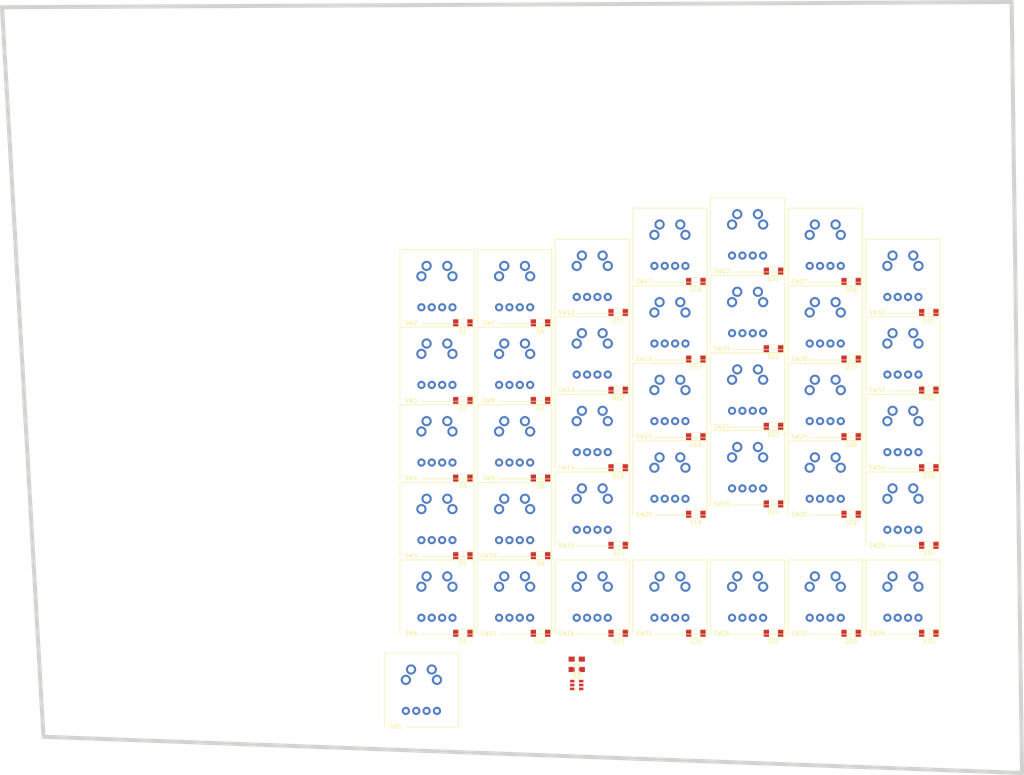
<source format=kicad_pcb>
(kicad_pcb (version 4) (host pcbnew 4.0.7)

  (general
    (links 147)
    (no_connects 147)
    (area -25.900001 -23.360001 225.290001 166.870001)
    (thickness 1.6)
    (drawings 36)
    (tracks 0)
    (zones 0)
    (modules 74)
    (nets 78)
  )

  (page A4)
  (layers
    (0 F.Cu signal)
    (31 B.Cu signal)
    (32 B.Adhes user)
    (33 F.Adhes user)
    (34 B.Paste user)
    (35 F.Paste user)
    (36 B.SilkS user)
    (37 F.SilkS user)
    (38 B.Mask user)
    (39 F.Mask user)
    (40 Dwgs.User user)
    (41 Cmts.User user)
    (42 Eco1.User user)
    (43 Eco2.User user)
    (44 Edge.Cuts user)
    (45 Margin user)
    (46 B.CrtYd user)
    (47 F.CrtYd user)
    (48 B.Fab user)
    (49 F.Fab user)
  )

  (setup
    (last_trace_width 0.25)
    (trace_clearance 0.2)
    (zone_clearance 0.508)
    (zone_45_only no)
    (trace_min 0.2)
    (segment_width 0.2)
    (edge_width 1)
    (via_size 0.6)
    (via_drill 0.4)
    (via_min_size 0.4)
    (via_min_drill 0.3)
    (uvia_size 0.3)
    (uvia_drill 0.1)
    (uvias_allowed no)
    (uvia_min_size 0.2)
    (uvia_min_drill 0.1)
    (pcb_text_width 0.3)
    (pcb_text_size 1.5 1.5)
    (mod_edge_width 0.15)
    (mod_text_size 1 1)
    (mod_text_width 0.15)
    (pad_size 1.524 1.524)
    (pad_drill 0.762)
    (pad_to_mask_clearance 0.2)
    (aux_axis_origin 0 0)
    (visible_elements FFFFFF7F)
    (pcbplotparams
      (layerselection 0x00030_80000001)
      (usegerberextensions false)
      (excludeedgelayer true)
      (linewidth 0.100000)
      (plotframeref false)
      (viasonmask false)
      (mode 1)
      (useauxorigin false)
      (hpglpennumber 1)
      (hpglpenspeed 20)
      (hpglpendiameter 15)
      (hpglpenoverlay 2)
      (psnegative false)
      (psa4output false)
      (plotreference true)
      (plotvalue true)
      (plotinvisibletext false)
      (padsonsilk false)
      (subtractmaskfromsilk false)
      (outputformat 1)
      (mirror false)
      (drillshape 1)
      (scaleselection 1)
      (outputdirectory ""))
  )

  (net 0 "")
  (net 1 "Net-(BT1-Pad1)")
  (net 2 GND)
  (net 3 +3V3)
  (net 4 "Net-(D1-Pad1)")
  (net 5 "Net-(D1-Pad2)")
  (net 6 "Net-(D2-Pad2)")
  (net 7 "Net-(D3-Pad2)")
  (net 8 "Net-(D4-Pad2)")
  (net 9 "Net-(D5-Pad2)")
  (net 10 "Net-(D6-Pad1)")
  (net 11 "Net-(D6-Pad2)")
  (net 12 "Net-(D7-Pad1)")
  (net 13 "Net-(D7-Pad2)")
  (net 14 "Net-(D8-Pad1)")
  (net 15 "Net-(D8-Pad2)")
  (net 16 "Net-(D9-Pad1)")
  (net 17 "Net-(D9-Pad2)")
  (net 18 "Net-(D10-Pad1)")
  (net 19 "Net-(D10-Pad2)")
  (net 20 "Net-(D11-Pad1)")
  (net 21 "Net-(D11-Pad2)")
  (net 22 "Net-(D12-Pad1)")
  (net 23 "Net-(D12-Pad2)")
  (net 24 "Net-(D13-Pad1)")
  (net 25 "Net-(D13-Pad2)")
  (net 26 "Net-(D14-Pad1)")
  (net 27 "Net-(D14-Pad2)")
  (net 28 "Net-(D15-Pad1)")
  (net 29 "Net-(D15-Pad2)")
  (net 30 "Net-(D16-Pad1)")
  (net 31 "Net-(D16-Pad2)")
  (net 32 "Net-(D17-Pad1)")
  (net 33 "Net-(D17-Pad2)")
  (net 34 "Net-(D18-Pad1)")
  (net 35 "Net-(D18-Pad2)")
  (net 36 "Net-(D19-Pad1)")
  (net 37 "Net-(D19-Pad2)")
  (net 38 "Net-(D20-Pad1)")
  (net 39 "Net-(D20-Pad2)")
  (net 40 "Net-(D21-Pad1)")
  (net 41 "Net-(D21-Pad2)")
  (net 42 "Net-(D22-Pad1)")
  (net 43 "Net-(D22-Pad2)")
  (net 44 "Net-(D23-Pad1)")
  (net 45 "Net-(D23-Pad2)")
  (net 46 "Net-(D24-Pad1)")
  (net 47 "Net-(D24-Pad2)")
  (net 48 "Net-(D25-Pad1)")
  (net 49 "Net-(D25-Pad2)")
  (net 50 "Net-(D26-Pad1)")
  (net 51 "Net-(D26-Pad2)")
  (net 52 "Net-(D27-Pad1)")
  (net 53 "Net-(D27-Pad2)")
  (net 54 "Net-(D28-Pad1)")
  (net 55 "Net-(D28-Pad2)")
  (net 56 "Net-(D29-Pad1)")
  (net 57 "Net-(D29-Pad2)")
  (net 58 "Net-(D30-Pad1)")
  (net 59 "Net-(D30-Pad2)")
  (net 60 "Net-(D31-Pad1)")
  (net 61 "Net-(D31-Pad2)")
  (net 62 "Net-(D32-Pad1)")
  (net 63 "Net-(D32-Pad2)")
  (net 64 "Net-(D33-Pad1)")
  (net 65 "Net-(D33-Pad2)")
  (net 66 "Net-(D34-Pad1)")
  (net 67 "Net-(D34-Pad2)")
  (net 68 "Net-(D35-Pad1)")
  (net 69 "Net-(D35-Pad2)")
  (net 70 "Net-(R3-Pad1)")
  (net 71 "Net-(SW12-Pad1)")
  (net 72 "Net-(SW13-Pad1)")
  (net 73 "Net-(SW14-Pad1)")
  (net 74 "Net-(SW10-Pad1)")
  (net 75 "Net-(SW11-Pad1)")
  (net 76 "Net-(L1-Pad2)")
  (net 77 "Net-(R1-Pad2)")

  (net_class Default "Dies ist die voreingestellte Netzklasse."
    (clearance 0.2)
    (trace_width 0.25)
    (via_dia 0.6)
    (via_drill 0.4)
    (uvia_dia 0.3)
    (uvia_drill 0.1)
    (add_net +3V3)
    (add_net GND)
    (add_net "Net-(BT1-Pad1)")
    (add_net "Net-(D1-Pad1)")
    (add_net "Net-(D1-Pad2)")
    (add_net "Net-(D10-Pad1)")
    (add_net "Net-(D10-Pad2)")
    (add_net "Net-(D11-Pad1)")
    (add_net "Net-(D11-Pad2)")
    (add_net "Net-(D12-Pad1)")
    (add_net "Net-(D12-Pad2)")
    (add_net "Net-(D13-Pad1)")
    (add_net "Net-(D13-Pad2)")
    (add_net "Net-(D14-Pad1)")
    (add_net "Net-(D14-Pad2)")
    (add_net "Net-(D15-Pad1)")
    (add_net "Net-(D15-Pad2)")
    (add_net "Net-(D16-Pad1)")
    (add_net "Net-(D16-Pad2)")
    (add_net "Net-(D17-Pad1)")
    (add_net "Net-(D17-Pad2)")
    (add_net "Net-(D18-Pad1)")
    (add_net "Net-(D18-Pad2)")
    (add_net "Net-(D19-Pad1)")
    (add_net "Net-(D19-Pad2)")
    (add_net "Net-(D2-Pad2)")
    (add_net "Net-(D20-Pad1)")
    (add_net "Net-(D20-Pad2)")
    (add_net "Net-(D21-Pad1)")
    (add_net "Net-(D21-Pad2)")
    (add_net "Net-(D22-Pad1)")
    (add_net "Net-(D22-Pad2)")
    (add_net "Net-(D23-Pad1)")
    (add_net "Net-(D23-Pad2)")
    (add_net "Net-(D24-Pad1)")
    (add_net "Net-(D24-Pad2)")
    (add_net "Net-(D25-Pad1)")
    (add_net "Net-(D25-Pad2)")
    (add_net "Net-(D26-Pad1)")
    (add_net "Net-(D26-Pad2)")
    (add_net "Net-(D27-Pad1)")
    (add_net "Net-(D27-Pad2)")
    (add_net "Net-(D28-Pad1)")
    (add_net "Net-(D28-Pad2)")
    (add_net "Net-(D29-Pad1)")
    (add_net "Net-(D29-Pad2)")
    (add_net "Net-(D3-Pad2)")
    (add_net "Net-(D30-Pad1)")
    (add_net "Net-(D30-Pad2)")
    (add_net "Net-(D31-Pad1)")
    (add_net "Net-(D31-Pad2)")
    (add_net "Net-(D32-Pad1)")
    (add_net "Net-(D32-Pad2)")
    (add_net "Net-(D33-Pad1)")
    (add_net "Net-(D33-Pad2)")
    (add_net "Net-(D34-Pad1)")
    (add_net "Net-(D34-Pad2)")
    (add_net "Net-(D35-Pad1)")
    (add_net "Net-(D35-Pad2)")
    (add_net "Net-(D4-Pad2)")
    (add_net "Net-(D5-Pad2)")
    (add_net "Net-(D6-Pad1)")
    (add_net "Net-(D6-Pad2)")
    (add_net "Net-(D7-Pad1)")
    (add_net "Net-(D7-Pad2)")
    (add_net "Net-(D8-Pad1)")
    (add_net "Net-(D8-Pad2)")
    (add_net "Net-(D9-Pad1)")
    (add_net "Net-(D9-Pad2)")
    (add_net "Net-(L1-Pad2)")
    (add_net "Net-(R1-Pad2)")
    (add_net "Net-(R3-Pad1)")
    (add_net "Net-(SW10-Pad1)")
    (add_net "Net-(SW11-Pad1)")
    (add_net "Net-(SW12-Pad1)")
    (add_net "Net-(SW13-Pad1)")
    (add_net "Net-(SW14-Pad1)")
  )

  (module Capacitors_SMD:C_0805_HandSoldering (layer F.Cu) (tedit 58AA84A8) (tstamp 59C1068F)
    (at 115.57 138.43 180)
    (descr "Capacitor SMD 0805, hand soldering")
    (tags "capacitor 0805")
    (path /59BFAAF6)
    (attr smd)
    (fp_text reference C1 (at 0 -1.75 180) (layer F.SilkS)
      (effects (font (size 1 1) (thickness 0.15)))
    )
    (fp_text value 4,7µF (at 0 1.75 180) (layer F.Fab)
      (effects (font (size 1 1) (thickness 0.15)))
    )
    (fp_text user %R (at 0 -1.75 180) (layer F.Fab)
      (effects (font (size 1 1) (thickness 0.15)))
    )
    (fp_line (start -1 0.62) (end -1 -0.62) (layer F.Fab) (width 0.1))
    (fp_line (start 1 0.62) (end -1 0.62) (layer F.Fab) (width 0.1))
    (fp_line (start 1 -0.62) (end 1 0.62) (layer F.Fab) (width 0.1))
    (fp_line (start -1 -0.62) (end 1 -0.62) (layer F.Fab) (width 0.1))
    (fp_line (start 0.5 -0.85) (end -0.5 -0.85) (layer F.SilkS) (width 0.12))
    (fp_line (start -0.5 0.85) (end 0.5 0.85) (layer F.SilkS) (width 0.12))
    (fp_line (start -2.25 -0.88) (end 2.25 -0.88) (layer F.CrtYd) (width 0.05))
    (fp_line (start -2.25 -0.88) (end -2.25 0.87) (layer F.CrtYd) (width 0.05))
    (fp_line (start 2.25 0.87) (end 2.25 -0.88) (layer F.CrtYd) (width 0.05))
    (fp_line (start 2.25 0.87) (end -2.25 0.87) (layer F.CrtYd) (width 0.05))
    (pad 1 smd rect (at -1.25 0 180) (size 1.5 1.25) (layers F.Cu F.Paste F.Mask)
      (net 1 "Net-(BT1-Pad1)"))
    (pad 2 smd rect (at 1.25 0 180) (size 1.5 1.25) (layers F.Cu F.Paste F.Mask)
      (net 2 GND))
    (model Capacitors_SMD.3dshapes/C_0805.wrl
      (at (xyz 0 0 0))
      (scale (xyz 1 1 1))
      (rotate (xyz 0 0 0))
    )
  )

  (module Capacitors_SMD:C_0805_HandSoldering (layer F.Cu) (tedit 58AA84A8) (tstamp 59C10695)
    (at 115.57 140.97 180)
    (descr "Capacitor SMD 0805, hand soldering")
    (tags "capacitor 0805")
    (path /59BFAC64)
    (attr smd)
    (fp_text reference C2 (at 0 -1.75 180) (layer F.SilkS)
      (effects (font (size 1 1) (thickness 0.15)))
    )
    (fp_text value 10µF (at 0 1.75 180) (layer F.Fab)
      (effects (font (size 1 1) (thickness 0.15)))
    )
    (fp_text user %R (at 0 -1.75 180) (layer F.Fab)
      (effects (font (size 1 1) (thickness 0.15)))
    )
    (fp_line (start -1 0.62) (end -1 -0.62) (layer F.Fab) (width 0.1))
    (fp_line (start 1 0.62) (end -1 0.62) (layer F.Fab) (width 0.1))
    (fp_line (start 1 -0.62) (end 1 0.62) (layer F.Fab) (width 0.1))
    (fp_line (start -1 -0.62) (end 1 -0.62) (layer F.Fab) (width 0.1))
    (fp_line (start 0.5 -0.85) (end -0.5 -0.85) (layer F.SilkS) (width 0.12))
    (fp_line (start -0.5 0.85) (end 0.5 0.85) (layer F.SilkS) (width 0.12))
    (fp_line (start -2.25 -0.88) (end 2.25 -0.88) (layer F.CrtYd) (width 0.05))
    (fp_line (start -2.25 -0.88) (end -2.25 0.87) (layer F.CrtYd) (width 0.05))
    (fp_line (start 2.25 0.87) (end 2.25 -0.88) (layer F.CrtYd) (width 0.05))
    (fp_line (start 2.25 0.87) (end -2.25 0.87) (layer F.CrtYd) (width 0.05))
    (pad 1 smd rect (at -1.25 0 180) (size 1.5 1.25) (layers F.Cu F.Paste F.Mask)
      (net 3 +3V3))
    (pad 2 smd rect (at 1.25 0 180) (size 1.5 1.25) (layers F.Cu F.Paste F.Mask)
      (net 2 GND))
    (model Capacitors_SMD.3dshapes/C_0805.wrl
      (at (xyz 0 0 0))
      (scale (xyz 1 1 1))
      (rotate (xyz 0 0 0))
    )
  )

  (module Diodes_SMD:D_MiniMELF (layer F.Cu) (tedit 5905D8F5) (tstamp 59C1069B)
    (at 87.63 55.88 180)
    (descr "Diode Mini-MELF")
    (tags "Diode Mini-MELF")
    (path /59BFE840)
    (attr smd)
    (fp_text reference D1 (at 0 -2 180) (layer F.SilkS)
      (effects (font (size 1 1) (thickness 0.15)))
    )
    (fp_text value D (at 0 1.75 180) (layer F.Fab)
      (effects (font (size 1 1) (thickness 0.15)))
    )
    (fp_text user %R (at 0 -2 180) (layer F.Fab)
      (effects (font (size 1 1) (thickness 0.15)))
    )
    (fp_line (start 1.75 -1) (end -2.55 -1) (layer F.SilkS) (width 0.12))
    (fp_line (start -2.55 -1) (end -2.55 1) (layer F.SilkS) (width 0.12))
    (fp_line (start -2.55 1) (end 1.75 1) (layer F.SilkS) (width 0.12))
    (fp_line (start 1.65 -0.8) (end 1.65 0.8) (layer F.Fab) (width 0.1))
    (fp_line (start 1.65 0.8) (end -1.65 0.8) (layer F.Fab) (width 0.1))
    (fp_line (start -1.65 0.8) (end -1.65 -0.8) (layer F.Fab) (width 0.1))
    (fp_line (start -1.65 -0.8) (end 1.65 -0.8) (layer F.Fab) (width 0.1))
    (fp_line (start 0.25 0) (end 0.75 0) (layer F.Fab) (width 0.1))
    (fp_line (start 0.25 0.4) (end -0.35 0) (layer F.Fab) (width 0.1))
    (fp_line (start 0.25 -0.4) (end 0.25 0.4) (layer F.Fab) (width 0.1))
    (fp_line (start -0.35 0) (end 0.25 -0.4) (layer F.Fab) (width 0.1))
    (fp_line (start -0.35 0) (end -0.35 0.55) (layer F.Fab) (width 0.1))
    (fp_line (start -0.35 0) (end -0.35 -0.55) (layer F.Fab) (width 0.1))
    (fp_line (start -0.75 0) (end -0.35 0) (layer F.Fab) (width 0.1))
    (fp_line (start -2.65 -1.1) (end 2.65 -1.1) (layer F.CrtYd) (width 0.05))
    (fp_line (start 2.65 -1.1) (end 2.65 1.1) (layer F.CrtYd) (width 0.05))
    (fp_line (start 2.65 1.1) (end -2.65 1.1) (layer F.CrtYd) (width 0.05))
    (fp_line (start -2.65 1.1) (end -2.65 -1.1) (layer F.CrtYd) (width 0.05))
    (pad 1 smd rect (at -1.75 0 180) (size 1.3 1.7) (layers F.Cu F.Paste F.Mask)
      (net 4 "Net-(D1-Pad1)"))
    (pad 2 smd rect (at 1.75 0 180) (size 1.3 1.7) (layers F.Cu F.Paste F.Mask)
      (net 5 "Net-(D1-Pad2)"))
    (model ${KISYS3DMOD}/Diodes_SMD.3dshapes/D_MiniMELF.wrl
      (at (xyz 0 0 0))
      (scale (xyz 1 1 1))
      (rotate (xyz 0 0 0))
    )
  )

  (module Diodes_SMD:D_MiniMELF (layer F.Cu) (tedit 5905D8F5) (tstamp 59C106A1)
    (at 87.63 74.93 180)
    (descr "Diode Mini-MELF")
    (tags "Diode Mini-MELF")
    (path /59C1093A)
    (attr smd)
    (fp_text reference D2 (at 0 -2 180) (layer F.SilkS)
      (effects (font (size 1 1) (thickness 0.15)))
    )
    (fp_text value D (at 0 1.75 180) (layer F.Fab)
      (effects (font (size 1 1) (thickness 0.15)))
    )
    (fp_text user %R (at 0 -2 180) (layer F.Fab)
      (effects (font (size 1 1) (thickness 0.15)))
    )
    (fp_line (start 1.75 -1) (end -2.55 -1) (layer F.SilkS) (width 0.12))
    (fp_line (start -2.55 -1) (end -2.55 1) (layer F.SilkS) (width 0.12))
    (fp_line (start -2.55 1) (end 1.75 1) (layer F.SilkS) (width 0.12))
    (fp_line (start 1.65 -0.8) (end 1.65 0.8) (layer F.Fab) (width 0.1))
    (fp_line (start 1.65 0.8) (end -1.65 0.8) (layer F.Fab) (width 0.1))
    (fp_line (start -1.65 0.8) (end -1.65 -0.8) (layer F.Fab) (width 0.1))
    (fp_line (start -1.65 -0.8) (end 1.65 -0.8) (layer F.Fab) (width 0.1))
    (fp_line (start 0.25 0) (end 0.75 0) (layer F.Fab) (width 0.1))
    (fp_line (start 0.25 0.4) (end -0.35 0) (layer F.Fab) (width 0.1))
    (fp_line (start 0.25 -0.4) (end 0.25 0.4) (layer F.Fab) (width 0.1))
    (fp_line (start -0.35 0) (end 0.25 -0.4) (layer F.Fab) (width 0.1))
    (fp_line (start -0.35 0) (end -0.35 0.55) (layer F.Fab) (width 0.1))
    (fp_line (start -0.35 0) (end -0.35 -0.55) (layer F.Fab) (width 0.1))
    (fp_line (start -0.75 0) (end -0.35 0) (layer F.Fab) (width 0.1))
    (fp_line (start -2.65 -1.1) (end 2.65 -1.1) (layer F.CrtYd) (width 0.05))
    (fp_line (start 2.65 -1.1) (end 2.65 1.1) (layer F.CrtYd) (width 0.05))
    (fp_line (start 2.65 1.1) (end -2.65 1.1) (layer F.CrtYd) (width 0.05))
    (fp_line (start -2.65 1.1) (end -2.65 -1.1) (layer F.CrtYd) (width 0.05))
    (pad 1 smd rect (at -1.75 0 180) (size 1.3 1.7) (layers F.Cu F.Paste F.Mask)
      (net 4 "Net-(D1-Pad1)"))
    (pad 2 smd rect (at 1.75 0 180) (size 1.3 1.7) (layers F.Cu F.Paste F.Mask)
      (net 6 "Net-(D2-Pad2)"))
    (model ${KISYS3DMOD}/Diodes_SMD.3dshapes/D_MiniMELF.wrl
      (at (xyz 0 0 0))
      (scale (xyz 1 1 1))
      (rotate (xyz 0 0 0))
    )
  )

  (module Diodes_SMD:D_MiniMELF (layer F.Cu) (tedit 5905D8F5) (tstamp 59C106A7)
    (at 87.63 93.98 180)
    (descr "Diode Mini-MELF")
    (tags "Diode Mini-MELF")
    (path /59C10ACB)
    (attr smd)
    (fp_text reference D3 (at 0 -2 180) (layer F.SilkS)
      (effects (font (size 1 1) (thickness 0.15)))
    )
    (fp_text value D (at 0 1.75 180) (layer F.Fab)
      (effects (font (size 1 1) (thickness 0.15)))
    )
    (fp_text user %R (at 0 -2 180) (layer F.Fab)
      (effects (font (size 1 1) (thickness 0.15)))
    )
    (fp_line (start 1.75 -1) (end -2.55 -1) (layer F.SilkS) (width 0.12))
    (fp_line (start -2.55 -1) (end -2.55 1) (layer F.SilkS) (width 0.12))
    (fp_line (start -2.55 1) (end 1.75 1) (layer F.SilkS) (width 0.12))
    (fp_line (start 1.65 -0.8) (end 1.65 0.8) (layer F.Fab) (width 0.1))
    (fp_line (start 1.65 0.8) (end -1.65 0.8) (layer F.Fab) (width 0.1))
    (fp_line (start -1.65 0.8) (end -1.65 -0.8) (layer F.Fab) (width 0.1))
    (fp_line (start -1.65 -0.8) (end 1.65 -0.8) (layer F.Fab) (width 0.1))
    (fp_line (start 0.25 0) (end 0.75 0) (layer F.Fab) (width 0.1))
    (fp_line (start 0.25 0.4) (end -0.35 0) (layer F.Fab) (width 0.1))
    (fp_line (start 0.25 -0.4) (end 0.25 0.4) (layer F.Fab) (width 0.1))
    (fp_line (start -0.35 0) (end 0.25 -0.4) (layer F.Fab) (width 0.1))
    (fp_line (start -0.35 0) (end -0.35 0.55) (layer F.Fab) (width 0.1))
    (fp_line (start -0.35 0) (end -0.35 -0.55) (layer F.Fab) (width 0.1))
    (fp_line (start -0.75 0) (end -0.35 0) (layer F.Fab) (width 0.1))
    (fp_line (start -2.65 -1.1) (end 2.65 -1.1) (layer F.CrtYd) (width 0.05))
    (fp_line (start 2.65 -1.1) (end 2.65 1.1) (layer F.CrtYd) (width 0.05))
    (fp_line (start 2.65 1.1) (end -2.65 1.1) (layer F.CrtYd) (width 0.05))
    (fp_line (start -2.65 1.1) (end -2.65 -1.1) (layer F.CrtYd) (width 0.05))
    (pad 1 smd rect (at -1.75 0 180) (size 1.3 1.7) (layers F.Cu F.Paste F.Mask)
      (net 4 "Net-(D1-Pad1)"))
    (pad 2 smd rect (at 1.75 0 180) (size 1.3 1.7) (layers F.Cu F.Paste F.Mask)
      (net 7 "Net-(D3-Pad2)"))
    (model ${KISYS3DMOD}/Diodes_SMD.3dshapes/D_MiniMELF.wrl
      (at (xyz 0 0 0))
      (scale (xyz 1 1 1))
      (rotate (xyz 0 0 0))
    )
  )

  (module Diodes_SMD:D_MiniMELF (layer F.Cu) (tedit 5905D8F5) (tstamp 59C106AD)
    (at 87.63 113.03 180)
    (descr "Diode Mini-MELF")
    (tags "Diode Mini-MELF")
    (path /59C10BA9)
    (attr smd)
    (fp_text reference D4 (at 0 -2 180) (layer F.SilkS)
      (effects (font (size 1 1) (thickness 0.15)))
    )
    (fp_text value D (at 0 1.75 180) (layer F.Fab)
      (effects (font (size 1 1) (thickness 0.15)))
    )
    (fp_text user %R (at 0 -2 180) (layer F.Fab)
      (effects (font (size 1 1) (thickness 0.15)))
    )
    (fp_line (start 1.75 -1) (end -2.55 -1) (layer F.SilkS) (width 0.12))
    (fp_line (start -2.55 -1) (end -2.55 1) (layer F.SilkS) (width 0.12))
    (fp_line (start -2.55 1) (end 1.75 1) (layer F.SilkS) (width 0.12))
    (fp_line (start 1.65 -0.8) (end 1.65 0.8) (layer F.Fab) (width 0.1))
    (fp_line (start 1.65 0.8) (end -1.65 0.8) (layer F.Fab) (width 0.1))
    (fp_line (start -1.65 0.8) (end -1.65 -0.8) (layer F.Fab) (width 0.1))
    (fp_line (start -1.65 -0.8) (end 1.65 -0.8) (layer F.Fab) (width 0.1))
    (fp_line (start 0.25 0) (end 0.75 0) (layer F.Fab) (width 0.1))
    (fp_line (start 0.25 0.4) (end -0.35 0) (layer F.Fab) (width 0.1))
    (fp_line (start 0.25 -0.4) (end 0.25 0.4) (layer F.Fab) (width 0.1))
    (fp_line (start -0.35 0) (end 0.25 -0.4) (layer F.Fab) (width 0.1))
    (fp_line (start -0.35 0) (end -0.35 0.55) (layer F.Fab) (width 0.1))
    (fp_line (start -0.35 0) (end -0.35 -0.55) (layer F.Fab) (width 0.1))
    (fp_line (start -0.75 0) (end -0.35 0) (layer F.Fab) (width 0.1))
    (fp_line (start -2.65 -1.1) (end 2.65 -1.1) (layer F.CrtYd) (width 0.05))
    (fp_line (start 2.65 -1.1) (end 2.65 1.1) (layer F.CrtYd) (width 0.05))
    (fp_line (start 2.65 1.1) (end -2.65 1.1) (layer F.CrtYd) (width 0.05))
    (fp_line (start -2.65 1.1) (end -2.65 -1.1) (layer F.CrtYd) (width 0.05))
    (pad 1 smd rect (at -1.75 0 180) (size 1.3 1.7) (layers F.Cu F.Paste F.Mask)
      (net 4 "Net-(D1-Pad1)"))
    (pad 2 smd rect (at 1.75 0 180) (size 1.3 1.7) (layers F.Cu F.Paste F.Mask)
      (net 8 "Net-(D4-Pad2)"))
    (model ${KISYS3DMOD}/Diodes_SMD.3dshapes/D_MiniMELF.wrl
      (at (xyz 0 0 0))
      (scale (xyz 1 1 1))
      (rotate (xyz 0 0 0))
    )
  )

  (module Diodes_SMD:D_MiniMELF (layer F.Cu) (tedit 5905D8F5) (tstamp 59C106B3)
    (at 87.63 132.08 180)
    (descr "Diode Mini-MELF")
    (tags "Diode Mini-MELF")
    (path /59C10C76)
    (attr smd)
    (fp_text reference D5 (at 0 -2 180) (layer F.SilkS)
      (effects (font (size 1 1) (thickness 0.15)))
    )
    (fp_text value D (at 0 1.75 180) (layer F.Fab)
      (effects (font (size 1 1) (thickness 0.15)))
    )
    (fp_text user %R (at 0 -2 180) (layer F.Fab)
      (effects (font (size 1 1) (thickness 0.15)))
    )
    (fp_line (start 1.75 -1) (end -2.55 -1) (layer F.SilkS) (width 0.12))
    (fp_line (start -2.55 -1) (end -2.55 1) (layer F.SilkS) (width 0.12))
    (fp_line (start -2.55 1) (end 1.75 1) (layer F.SilkS) (width 0.12))
    (fp_line (start 1.65 -0.8) (end 1.65 0.8) (layer F.Fab) (width 0.1))
    (fp_line (start 1.65 0.8) (end -1.65 0.8) (layer F.Fab) (width 0.1))
    (fp_line (start -1.65 0.8) (end -1.65 -0.8) (layer F.Fab) (width 0.1))
    (fp_line (start -1.65 -0.8) (end 1.65 -0.8) (layer F.Fab) (width 0.1))
    (fp_line (start 0.25 0) (end 0.75 0) (layer F.Fab) (width 0.1))
    (fp_line (start 0.25 0.4) (end -0.35 0) (layer F.Fab) (width 0.1))
    (fp_line (start 0.25 -0.4) (end 0.25 0.4) (layer F.Fab) (width 0.1))
    (fp_line (start -0.35 0) (end 0.25 -0.4) (layer F.Fab) (width 0.1))
    (fp_line (start -0.35 0) (end -0.35 0.55) (layer F.Fab) (width 0.1))
    (fp_line (start -0.35 0) (end -0.35 -0.55) (layer F.Fab) (width 0.1))
    (fp_line (start -0.75 0) (end -0.35 0) (layer F.Fab) (width 0.1))
    (fp_line (start -2.65 -1.1) (end 2.65 -1.1) (layer F.CrtYd) (width 0.05))
    (fp_line (start 2.65 -1.1) (end 2.65 1.1) (layer F.CrtYd) (width 0.05))
    (fp_line (start 2.65 1.1) (end -2.65 1.1) (layer F.CrtYd) (width 0.05))
    (fp_line (start -2.65 1.1) (end -2.65 -1.1) (layer F.CrtYd) (width 0.05))
    (pad 1 smd rect (at -1.75 0 180) (size 1.3 1.7) (layers F.Cu F.Paste F.Mask)
      (net 4 "Net-(D1-Pad1)"))
    (pad 2 smd rect (at 1.75 0 180) (size 1.3 1.7) (layers F.Cu F.Paste F.Mask)
      (net 9 "Net-(D5-Pad2)"))
    (model ${KISYS3DMOD}/Diodes_SMD.3dshapes/D_MiniMELF.wrl
      (at (xyz 0 0 0))
      (scale (xyz 1 1 1))
      (rotate (xyz 0 0 0))
    )
  )

  (module Diodes_SMD:D_MiniMELF (layer F.Cu) (tedit 5905D8F5) (tstamp 59C106B9)
    (at 106.68 55.88 180)
    (descr "Diode Mini-MELF")
    (tags "Diode Mini-MELF")
    (path /59BFE952)
    (attr smd)
    (fp_text reference D6 (at 0 -2 180) (layer F.SilkS)
      (effects (font (size 1 1) (thickness 0.15)))
    )
    (fp_text value D (at 0 1.75 180) (layer F.Fab)
      (effects (font (size 1 1) (thickness 0.15)))
    )
    (fp_text user %R (at 0 -2 180) (layer F.Fab)
      (effects (font (size 1 1) (thickness 0.15)))
    )
    (fp_line (start 1.75 -1) (end -2.55 -1) (layer F.SilkS) (width 0.12))
    (fp_line (start -2.55 -1) (end -2.55 1) (layer F.SilkS) (width 0.12))
    (fp_line (start -2.55 1) (end 1.75 1) (layer F.SilkS) (width 0.12))
    (fp_line (start 1.65 -0.8) (end 1.65 0.8) (layer F.Fab) (width 0.1))
    (fp_line (start 1.65 0.8) (end -1.65 0.8) (layer F.Fab) (width 0.1))
    (fp_line (start -1.65 0.8) (end -1.65 -0.8) (layer F.Fab) (width 0.1))
    (fp_line (start -1.65 -0.8) (end 1.65 -0.8) (layer F.Fab) (width 0.1))
    (fp_line (start 0.25 0) (end 0.75 0) (layer F.Fab) (width 0.1))
    (fp_line (start 0.25 0.4) (end -0.35 0) (layer F.Fab) (width 0.1))
    (fp_line (start 0.25 -0.4) (end 0.25 0.4) (layer F.Fab) (width 0.1))
    (fp_line (start -0.35 0) (end 0.25 -0.4) (layer F.Fab) (width 0.1))
    (fp_line (start -0.35 0) (end -0.35 0.55) (layer F.Fab) (width 0.1))
    (fp_line (start -0.35 0) (end -0.35 -0.55) (layer F.Fab) (width 0.1))
    (fp_line (start -0.75 0) (end -0.35 0) (layer F.Fab) (width 0.1))
    (fp_line (start -2.65 -1.1) (end 2.65 -1.1) (layer F.CrtYd) (width 0.05))
    (fp_line (start 2.65 -1.1) (end 2.65 1.1) (layer F.CrtYd) (width 0.05))
    (fp_line (start 2.65 1.1) (end -2.65 1.1) (layer F.CrtYd) (width 0.05))
    (fp_line (start -2.65 1.1) (end -2.65 -1.1) (layer F.CrtYd) (width 0.05))
    (pad 1 smd rect (at -1.75 0 180) (size 1.3 1.7) (layers F.Cu F.Paste F.Mask)
      (net 10 "Net-(D6-Pad1)"))
    (pad 2 smd rect (at 1.75 0 180) (size 1.3 1.7) (layers F.Cu F.Paste F.Mask)
      (net 11 "Net-(D6-Pad2)"))
    (model ${KISYS3DMOD}/Diodes_SMD.3dshapes/D_MiniMELF.wrl
      (at (xyz 0 0 0))
      (scale (xyz 1 1 1))
      (rotate (xyz 0 0 0))
    )
  )

  (module Diodes_SMD:D_MiniMELF (layer F.Cu) (tedit 5905D8F5) (tstamp 59C106BF)
    (at 106.68 74.93 180)
    (descr "Diode Mini-MELF")
    (tags "Diode Mini-MELF")
    (path /59C109FC)
    (attr smd)
    (fp_text reference D7 (at 0 -2 180) (layer F.SilkS)
      (effects (font (size 1 1) (thickness 0.15)))
    )
    (fp_text value D (at 0 1.75 180) (layer F.Fab)
      (effects (font (size 1 1) (thickness 0.15)))
    )
    (fp_text user %R (at 0 -2 180) (layer F.Fab)
      (effects (font (size 1 1) (thickness 0.15)))
    )
    (fp_line (start 1.75 -1) (end -2.55 -1) (layer F.SilkS) (width 0.12))
    (fp_line (start -2.55 -1) (end -2.55 1) (layer F.SilkS) (width 0.12))
    (fp_line (start -2.55 1) (end 1.75 1) (layer F.SilkS) (width 0.12))
    (fp_line (start 1.65 -0.8) (end 1.65 0.8) (layer F.Fab) (width 0.1))
    (fp_line (start 1.65 0.8) (end -1.65 0.8) (layer F.Fab) (width 0.1))
    (fp_line (start -1.65 0.8) (end -1.65 -0.8) (layer F.Fab) (width 0.1))
    (fp_line (start -1.65 -0.8) (end 1.65 -0.8) (layer F.Fab) (width 0.1))
    (fp_line (start 0.25 0) (end 0.75 0) (layer F.Fab) (width 0.1))
    (fp_line (start 0.25 0.4) (end -0.35 0) (layer F.Fab) (width 0.1))
    (fp_line (start 0.25 -0.4) (end 0.25 0.4) (layer F.Fab) (width 0.1))
    (fp_line (start -0.35 0) (end 0.25 -0.4) (layer F.Fab) (width 0.1))
    (fp_line (start -0.35 0) (end -0.35 0.55) (layer F.Fab) (width 0.1))
    (fp_line (start -0.35 0) (end -0.35 -0.55) (layer F.Fab) (width 0.1))
    (fp_line (start -0.75 0) (end -0.35 0) (layer F.Fab) (width 0.1))
    (fp_line (start -2.65 -1.1) (end 2.65 -1.1) (layer F.CrtYd) (width 0.05))
    (fp_line (start 2.65 -1.1) (end 2.65 1.1) (layer F.CrtYd) (width 0.05))
    (fp_line (start 2.65 1.1) (end -2.65 1.1) (layer F.CrtYd) (width 0.05))
    (fp_line (start -2.65 1.1) (end -2.65 -1.1) (layer F.CrtYd) (width 0.05))
    (pad 1 smd rect (at -1.75 0 180) (size 1.3 1.7) (layers F.Cu F.Paste F.Mask)
      (net 12 "Net-(D7-Pad1)"))
    (pad 2 smd rect (at 1.75 0 180) (size 1.3 1.7) (layers F.Cu F.Paste F.Mask)
      (net 13 "Net-(D7-Pad2)"))
    (model ${KISYS3DMOD}/Diodes_SMD.3dshapes/D_MiniMELF.wrl
      (at (xyz 0 0 0))
      (scale (xyz 1 1 1))
      (rotate (xyz 0 0 0))
    )
  )

  (module Diodes_SMD:D_MiniMELF (layer F.Cu) (tedit 5905D8F5) (tstamp 59C106C5)
    (at 106.68 93.98 180)
    (descr "Diode Mini-MELF")
    (tags "Diode Mini-MELF")
    (path /59C10D48)
    (attr smd)
    (fp_text reference D8 (at 0 -2 180) (layer F.SilkS)
      (effects (font (size 1 1) (thickness 0.15)))
    )
    (fp_text value D (at 0 1.75 180) (layer F.Fab)
      (effects (font (size 1 1) (thickness 0.15)))
    )
    (fp_text user %R (at 0 -2 180) (layer F.Fab)
      (effects (font (size 1 1) (thickness 0.15)))
    )
    (fp_line (start 1.75 -1) (end -2.55 -1) (layer F.SilkS) (width 0.12))
    (fp_line (start -2.55 -1) (end -2.55 1) (layer F.SilkS) (width 0.12))
    (fp_line (start -2.55 1) (end 1.75 1) (layer F.SilkS) (width 0.12))
    (fp_line (start 1.65 -0.8) (end 1.65 0.8) (layer F.Fab) (width 0.1))
    (fp_line (start 1.65 0.8) (end -1.65 0.8) (layer F.Fab) (width 0.1))
    (fp_line (start -1.65 0.8) (end -1.65 -0.8) (layer F.Fab) (width 0.1))
    (fp_line (start -1.65 -0.8) (end 1.65 -0.8) (layer F.Fab) (width 0.1))
    (fp_line (start 0.25 0) (end 0.75 0) (layer F.Fab) (width 0.1))
    (fp_line (start 0.25 0.4) (end -0.35 0) (layer F.Fab) (width 0.1))
    (fp_line (start 0.25 -0.4) (end 0.25 0.4) (layer F.Fab) (width 0.1))
    (fp_line (start -0.35 0) (end 0.25 -0.4) (layer F.Fab) (width 0.1))
    (fp_line (start -0.35 0) (end -0.35 0.55) (layer F.Fab) (width 0.1))
    (fp_line (start -0.35 0) (end -0.35 -0.55) (layer F.Fab) (width 0.1))
    (fp_line (start -0.75 0) (end -0.35 0) (layer F.Fab) (width 0.1))
    (fp_line (start -2.65 -1.1) (end 2.65 -1.1) (layer F.CrtYd) (width 0.05))
    (fp_line (start 2.65 -1.1) (end 2.65 1.1) (layer F.CrtYd) (width 0.05))
    (fp_line (start 2.65 1.1) (end -2.65 1.1) (layer F.CrtYd) (width 0.05))
    (fp_line (start -2.65 1.1) (end -2.65 -1.1) (layer F.CrtYd) (width 0.05))
    (pad 1 smd rect (at -1.75 0 180) (size 1.3 1.7) (layers F.Cu F.Paste F.Mask)
      (net 14 "Net-(D8-Pad1)"))
    (pad 2 smd rect (at 1.75 0 180) (size 1.3 1.7) (layers F.Cu F.Paste F.Mask)
      (net 15 "Net-(D8-Pad2)"))
    (model ${KISYS3DMOD}/Diodes_SMD.3dshapes/D_MiniMELF.wrl
      (at (xyz 0 0 0))
      (scale (xyz 1 1 1))
      (rotate (xyz 0 0 0))
    )
  )

  (module Diodes_SMD:D_MiniMELF (layer F.Cu) (tedit 5905D8F5) (tstamp 59C106CB)
    (at 106.68 113.03 180)
    (descr "Diode Mini-MELF")
    (tags "Diode Mini-MELF")
    (path /59C10E1F)
    (attr smd)
    (fp_text reference D9 (at 0 -2 180) (layer F.SilkS)
      (effects (font (size 1 1) (thickness 0.15)))
    )
    (fp_text value D (at 0 1.75 180) (layer F.Fab)
      (effects (font (size 1 1) (thickness 0.15)))
    )
    (fp_text user %R (at 0 -2 180) (layer F.Fab)
      (effects (font (size 1 1) (thickness 0.15)))
    )
    (fp_line (start 1.75 -1) (end -2.55 -1) (layer F.SilkS) (width 0.12))
    (fp_line (start -2.55 -1) (end -2.55 1) (layer F.SilkS) (width 0.12))
    (fp_line (start -2.55 1) (end 1.75 1) (layer F.SilkS) (width 0.12))
    (fp_line (start 1.65 -0.8) (end 1.65 0.8) (layer F.Fab) (width 0.1))
    (fp_line (start 1.65 0.8) (end -1.65 0.8) (layer F.Fab) (width 0.1))
    (fp_line (start -1.65 0.8) (end -1.65 -0.8) (layer F.Fab) (width 0.1))
    (fp_line (start -1.65 -0.8) (end 1.65 -0.8) (layer F.Fab) (width 0.1))
    (fp_line (start 0.25 0) (end 0.75 0) (layer F.Fab) (width 0.1))
    (fp_line (start 0.25 0.4) (end -0.35 0) (layer F.Fab) (width 0.1))
    (fp_line (start 0.25 -0.4) (end 0.25 0.4) (layer F.Fab) (width 0.1))
    (fp_line (start -0.35 0) (end 0.25 -0.4) (layer F.Fab) (width 0.1))
    (fp_line (start -0.35 0) (end -0.35 0.55) (layer F.Fab) (width 0.1))
    (fp_line (start -0.35 0) (end -0.35 -0.55) (layer F.Fab) (width 0.1))
    (fp_line (start -0.75 0) (end -0.35 0) (layer F.Fab) (width 0.1))
    (fp_line (start -2.65 -1.1) (end 2.65 -1.1) (layer F.CrtYd) (width 0.05))
    (fp_line (start 2.65 -1.1) (end 2.65 1.1) (layer F.CrtYd) (width 0.05))
    (fp_line (start 2.65 1.1) (end -2.65 1.1) (layer F.CrtYd) (width 0.05))
    (fp_line (start -2.65 1.1) (end -2.65 -1.1) (layer F.CrtYd) (width 0.05))
    (pad 1 smd rect (at -1.75 0 180) (size 1.3 1.7) (layers F.Cu F.Paste F.Mask)
      (net 16 "Net-(D9-Pad1)"))
    (pad 2 smd rect (at 1.75 0 180) (size 1.3 1.7) (layers F.Cu F.Paste F.Mask)
      (net 17 "Net-(D9-Pad2)"))
    (model ${KISYS3DMOD}/Diodes_SMD.3dshapes/D_MiniMELF.wrl
      (at (xyz 0 0 0))
      (scale (xyz 1 1 1))
      (rotate (xyz 0 0 0))
    )
  )

  (module Diodes_SMD:D_MiniMELF (layer F.Cu) (tedit 5905D8F5) (tstamp 59C106D1)
    (at 106.68 132.08 180)
    (descr "Diode Mini-MELF")
    (tags "Diode Mini-MELF")
    (path /59C10EF1)
    (attr smd)
    (fp_text reference D10 (at 0 -2 180) (layer F.SilkS)
      (effects (font (size 1 1) (thickness 0.15)))
    )
    (fp_text value D (at 0 1.75 180) (layer F.Fab)
      (effects (font (size 1 1) (thickness 0.15)))
    )
    (fp_text user %R (at 0 -2 180) (layer F.Fab)
      (effects (font (size 1 1) (thickness 0.15)))
    )
    (fp_line (start 1.75 -1) (end -2.55 -1) (layer F.SilkS) (width 0.12))
    (fp_line (start -2.55 -1) (end -2.55 1) (layer F.SilkS) (width 0.12))
    (fp_line (start -2.55 1) (end 1.75 1) (layer F.SilkS) (width 0.12))
    (fp_line (start 1.65 -0.8) (end 1.65 0.8) (layer F.Fab) (width 0.1))
    (fp_line (start 1.65 0.8) (end -1.65 0.8) (layer F.Fab) (width 0.1))
    (fp_line (start -1.65 0.8) (end -1.65 -0.8) (layer F.Fab) (width 0.1))
    (fp_line (start -1.65 -0.8) (end 1.65 -0.8) (layer F.Fab) (width 0.1))
    (fp_line (start 0.25 0) (end 0.75 0) (layer F.Fab) (width 0.1))
    (fp_line (start 0.25 0.4) (end -0.35 0) (layer F.Fab) (width 0.1))
    (fp_line (start 0.25 -0.4) (end 0.25 0.4) (layer F.Fab) (width 0.1))
    (fp_line (start -0.35 0) (end 0.25 -0.4) (layer F.Fab) (width 0.1))
    (fp_line (start -0.35 0) (end -0.35 0.55) (layer F.Fab) (width 0.1))
    (fp_line (start -0.35 0) (end -0.35 -0.55) (layer F.Fab) (width 0.1))
    (fp_line (start -0.75 0) (end -0.35 0) (layer F.Fab) (width 0.1))
    (fp_line (start -2.65 -1.1) (end 2.65 -1.1) (layer F.CrtYd) (width 0.05))
    (fp_line (start 2.65 -1.1) (end 2.65 1.1) (layer F.CrtYd) (width 0.05))
    (fp_line (start 2.65 1.1) (end -2.65 1.1) (layer F.CrtYd) (width 0.05))
    (fp_line (start -2.65 1.1) (end -2.65 -1.1) (layer F.CrtYd) (width 0.05))
    (pad 1 smd rect (at -1.75 0 180) (size 1.3 1.7) (layers F.Cu F.Paste F.Mask)
      (net 18 "Net-(D10-Pad1)"))
    (pad 2 smd rect (at 1.75 0 180) (size 1.3 1.7) (layers F.Cu F.Paste F.Mask)
      (net 19 "Net-(D10-Pad2)"))
    (model ${KISYS3DMOD}/Diodes_SMD.3dshapes/D_MiniMELF.wrl
      (at (xyz 0 0 0))
      (scale (xyz 1 1 1))
      (rotate (xyz 0 0 0))
    )
  )

  (module Diodes_SMD:D_MiniMELF (layer F.Cu) (tedit 5905D8F5) (tstamp 59C106D7)
    (at 125.73 53.34 180)
    (descr "Diode Mini-MELF")
    (tags "Diode Mini-MELF")
    (path /59BFEA33)
    (attr smd)
    (fp_text reference D11 (at 0 -2 180) (layer F.SilkS)
      (effects (font (size 1 1) (thickness 0.15)))
    )
    (fp_text value D (at 0 1.75 180) (layer F.Fab)
      (effects (font (size 1 1) (thickness 0.15)))
    )
    (fp_text user %R (at 0 -2 180) (layer F.Fab)
      (effects (font (size 1 1) (thickness 0.15)))
    )
    (fp_line (start 1.75 -1) (end -2.55 -1) (layer F.SilkS) (width 0.12))
    (fp_line (start -2.55 -1) (end -2.55 1) (layer F.SilkS) (width 0.12))
    (fp_line (start -2.55 1) (end 1.75 1) (layer F.SilkS) (width 0.12))
    (fp_line (start 1.65 -0.8) (end 1.65 0.8) (layer F.Fab) (width 0.1))
    (fp_line (start 1.65 0.8) (end -1.65 0.8) (layer F.Fab) (width 0.1))
    (fp_line (start -1.65 0.8) (end -1.65 -0.8) (layer F.Fab) (width 0.1))
    (fp_line (start -1.65 -0.8) (end 1.65 -0.8) (layer F.Fab) (width 0.1))
    (fp_line (start 0.25 0) (end 0.75 0) (layer F.Fab) (width 0.1))
    (fp_line (start 0.25 0.4) (end -0.35 0) (layer F.Fab) (width 0.1))
    (fp_line (start 0.25 -0.4) (end 0.25 0.4) (layer F.Fab) (width 0.1))
    (fp_line (start -0.35 0) (end 0.25 -0.4) (layer F.Fab) (width 0.1))
    (fp_line (start -0.35 0) (end -0.35 0.55) (layer F.Fab) (width 0.1))
    (fp_line (start -0.35 0) (end -0.35 -0.55) (layer F.Fab) (width 0.1))
    (fp_line (start -0.75 0) (end -0.35 0) (layer F.Fab) (width 0.1))
    (fp_line (start -2.65 -1.1) (end 2.65 -1.1) (layer F.CrtYd) (width 0.05))
    (fp_line (start 2.65 -1.1) (end 2.65 1.1) (layer F.CrtYd) (width 0.05))
    (fp_line (start 2.65 1.1) (end -2.65 1.1) (layer F.CrtYd) (width 0.05))
    (fp_line (start -2.65 1.1) (end -2.65 -1.1) (layer F.CrtYd) (width 0.05))
    (pad 1 smd rect (at -1.75 0 180) (size 1.3 1.7) (layers F.Cu F.Paste F.Mask)
      (net 20 "Net-(D11-Pad1)"))
    (pad 2 smd rect (at 1.75 0 180) (size 1.3 1.7) (layers F.Cu F.Paste F.Mask)
      (net 21 "Net-(D11-Pad2)"))
    (model ${KISYS3DMOD}/Diodes_SMD.3dshapes/D_MiniMELF.wrl
      (at (xyz 0 0 0))
      (scale (xyz 1 1 1))
      (rotate (xyz 0 0 0))
    )
  )

  (module Diodes_SMD:D_MiniMELF (layer F.Cu) (tedit 5905D8F5) (tstamp 59C106DD)
    (at 125.73 72.39 180)
    (descr "Diode Mini-MELF")
    (tags "Diode Mini-MELF")
    (path /59C10FCA)
    (attr smd)
    (fp_text reference D12 (at 0 -2 180) (layer F.SilkS)
      (effects (font (size 1 1) (thickness 0.15)))
    )
    (fp_text value D (at 0 1.75 180) (layer F.Fab)
      (effects (font (size 1 1) (thickness 0.15)))
    )
    (fp_text user %R (at 0 -2 180) (layer F.Fab)
      (effects (font (size 1 1) (thickness 0.15)))
    )
    (fp_line (start 1.75 -1) (end -2.55 -1) (layer F.SilkS) (width 0.12))
    (fp_line (start -2.55 -1) (end -2.55 1) (layer F.SilkS) (width 0.12))
    (fp_line (start -2.55 1) (end 1.75 1) (layer F.SilkS) (width 0.12))
    (fp_line (start 1.65 -0.8) (end 1.65 0.8) (layer F.Fab) (width 0.1))
    (fp_line (start 1.65 0.8) (end -1.65 0.8) (layer F.Fab) (width 0.1))
    (fp_line (start -1.65 0.8) (end -1.65 -0.8) (layer F.Fab) (width 0.1))
    (fp_line (start -1.65 -0.8) (end 1.65 -0.8) (layer F.Fab) (width 0.1))
    (fp_line (start 0.25 0) (end 0.75 0) (layer F.Fab) (width 0.1))
    (fp_line (start 0.25 0.4) (end -0.35 0) (layer F.Fab) (width 0.1))
    (fp_line (start 0.25 -0.4) (end 0.25 0.4) (layer F.Fab) (width 0.1))
    (fp_line (start -0.35 0) (end 0.25 -0.4) (layer F.Fab) (width 0.1))
    (fp_line (start -0.35 0) (end -0.35 0.55) (layer F.Fab) (width 0.1))
    (fp_line (start -0.35 0) (end -0.35 -0.55) (layer F.Fab) (width 0.1))
    (fp_line (start -0.75 0) (end -0.35 0) (layer F.Fab) (width 0.1))
    (fp_line (start -2.65 -1.1) (end 2.65 -1.1) (layer F.CrtYd) (width 0.05))
    (fp_line (start 2.65 -1.1) (end 2.65 1.1) (layer F.CrtYd) (width 0.05))
    (fp_line (start 2.65 1.1) (end -2.65 1.1) (layer F.CrtYd) (width 0.05))
    (fp_line (start -2.65 1.1) (end -2.65 -1.1) (layer F.CrtYd) (width 0.05))
    (pad 1 smd rect (at -1.75 0 180) (size 1.3 1.7) (layers F.Cu F.Paste F.Mask)
      (net 22 "Net-(D12-Pad1)"))
    (pad 2 smd rect (at 1.75 0 180) (size 1.3 1.7) (layers F.Cu F.Paste F.Mask)
      (net 23 "Net-(D12-Pad2)"))
    (model ${KISYS3DMOD}/Diodes_SMD.3dshapes/D_MiniMELF.wrl
      (at (xyz 0 0 0))
      (scale (xyz 1 1 1))
      (rotate (xyz 0 0 0))
    )
  )

  (module Diodes_SMD:D_MiniMELF (layer F.Cu) (tedit 5905D8F5) (tstamp 59C106E3)
    (at 125.73 91.44 180)
    (descr "Diode Mini-MELF")
    (tags "Diode Mini-MELF")
    (path /59C110A6)
    (attr smd)
    (fp_text reference D13 (at 0 -2 180) (layer F.SilkS)
      (effects (font (size 1 1) (thickness 0.15)))
    )
    (fp_text value D (at 0 1.75 180) (layer F.Fab)
      (effects (font (size 1 1) (thickness 0.15)))
    )
    (fp_text user %R (at 0 -2 180) (layer F.Fab)
      (effects (font (size 1 1) (thickness 0.15)))
    )
    (fp_line (start 1.75 -1) (end -2.55 -1) (layer F.SilkS) (width 0.12))
    (fp_line (start -2.55 -1) (end -2.55 1) (layer F.SilkS) (width 0.12))
    (fp_line (start -2.55 1) (end 1.75 1) (layer F.SilkS) (width 0.12))
    (fp_line (start 1.65 -0.8) (end 1.65 0.8) (layer F.Fab) (width 0.1))
    (fp_line (start 1.65 0.8) (end -1.65 0.8) (layer F.Fab) (width 0.1))
    (fp_line (start -1.65 0.8) (end -1.65 -0.8) (layer F.Fab) (width 0.1))
    (fp_line (start -1.65 -0.8) (end 1.65 -0.8) (layer F.Fab) (width 0.1))
    (fp_line (start 0.25 0) (end 0.75 0) (layer F.Fab) (width 0.1))
    (fp_line (start 0.25 0.4) (end -0.35 0) (layer F.Fab) (width 0.1))
    (fp_line (start 0.25 -0.4) (end 0.25 0.4) (layer F.Fab) (width 0.1))
    (fp_line (start -0.35 0) (end 0.25 -0.4) (layer F.Fab) (width 0.1))
    (fp_line (start -0.35 0) (end -0.35 0.55) (layer F.Fab) (width 0.1))
    (fp_line (start -0.35 0) (end -0.35 -0.55) (layer F.Fab) (width 0.1))
    (fp_line (start -0.75 0) (end -0.35 0) (layer F.Fab) (width 0.1))
    (fp_line (start -2.65 -1.1) (end 2.65 -1.1) (layer F.CrtYd) (width 0.05))
    (fp_line (start 2.65 -1.1) (end 2.65 1.1) (layer F.CrtYd) (width 0.05))
    (fp_line (start 2.65 1.1) (end -2.65 1.1) (layer F.CrtYd) (width 0.05))
    (fp_line (start -2.65 1.1) (end -2.65 -1.1) (layer F.CrtYd) (width 0.05))
    (pad 1 smd rect (at -1.75 0 180) (size 1.3 1.7) (layers F.Cu F.Paste F.Mask)
      (net 24 "Net-(D13-Pad1)"))
    (pad 2 smd rect (at 1.75 0 180) (size 1.3 1.7) (layers F.Cu F.Paste F.Mask)
      (net 25 "Net-(D13-Pad2)"))
    (model ${KISYS3DMOD}/Diodes_SMD.3dshapes/D_MiniMELF.wrl
      (at (xyz 0 0 0))
      (scale (xyz 1 1 1))
      (rotate (xyz 0 0 0))
    )
  )

  (module Diodes_SMD:D_MiniMELF (layer F.Cu) (tedit 5905D8F5) (tstamp 59C106E9)
    (at 125.73 110.49 180)
    (descr "Diode Mini-MELF")
    (tags "Diode Mini-MELF")
    (path /59C11185)
    (attr smd)
    (fp_text reference D14 (at 0 -2 180) (layer F.SilkS)
      (effects (font (size 1 1) (thickness 0.15)))
    )
    (fp_text value D (at 0 1.75 180) (layer F.Fab)
      (effects (font (size 1 1) (thickness 0.15)))
    )
    (fp_text user %R (at 0 -2 180) (layer F.Fab)
      (effects (font (size 1 1) (thickness 0.15)))
    )
    (fp_line (start 1.75 -1) (end -2.55 -1) (layer F.SilkS) (width 0.12))
    (fp_line (start -2.55 -1) (end -2.55 1) (layer F.SilkS) (width 0.12))
    (fp_line (start -2.55 1) (end 1.75 1) (layer F.SilkS) (width 0.12))
    (fp_line (start 1.65 -0.8) (end 1.65 0.8) (layer F.Fab) (width 0.1))
    (fp_line (start 1.65 0.8) (end -1.65 0.8) (layer F.Fab) (width 0.1))
    (fp_line (start -1.65 0.8) (end -1.65 -0.8) (layer F.Fab) (width 0.1))
    (fp_line (start -1.65 -0.8) (end 1.65 -0.8) (layer F.Fab) (width 0.1))
    (fp_line (start 0.25 0) (end 0.75 0) (layer F.Fab) (width 0.1))
    (fp_line (start 0.25 0.4) (end -0.35 0) (layer F.Fab) (width 0.1))
    (fp_line (start 0.25 -0.4) (end 0.25 0.4) (layer F.Fab) (width 0.1))
    (fp_line (start -0.35 0) (end 0.25 -0.4) (layer F.Fab) (width 0.1))
    (fp_line (start -0.35 0) (end -0.35 0.55) (layer F.Fab) (width 0.1))
    (fp_line (start -0.35 0) (end -0.35 -0.55) (layer F.Fab) (width 0.1))
    (fp_line (start -0.75 0) (end -0.35 0) (layer F.Fab) (width 0.1))
    (fp_line (start -2.65 -1.1) (end 2.65 -1.1) (layer F.CrtYd) (width 0.05))
    (fp_line (start 2.65 -1.1) (end 2.65 1.1) (layer F.CrtYd) (width 0.05))
    (fp_line (start 2.65 1.1) (end -2.65 1.1) (layer F.CrtYd) (width 0.05))
    (fp_line (start -2.65 1.1) (end -2.65 -1.1) (layer F.CrtYd) (width 0.05))
    (pad 1 smd rect (at -1.75 0 180) (size 1.3 1.7) (layers F.Cu F.Paste F.Mask)
      (net 26 "Net-(D14-Pad1)"))
    (pad 2 smd rect (at 1.75 0 180) (size 1.3 1.7) (layers F.Cu F.Paste F.Mask)
      (net 27 "Net-(D14-Pad2)"))
    (model ${KISYS3DMOD}/Diodes_SMD.3dshapes/D_MiniMELF.wrl
      (at (xyz 0 0 0))
      (scale (xyz 1 1 1))
      (rotate (xyz 0 0 0))
    )
  )

  (module Diodes_SMD:D_MiniMELF (layer F.Cu) (tedit 5905D8F5) (tstamp 59C106EF)
    (at 125.73 132.08 180)
    (descr "Diode Mini-MELF")
    (tags "Diode Mini-MELF")
    (path /59C1126F)
    (attr smd)
    (fp_text reference D15 (at 0 -2 180) (layer F.SilkS)
      (effects (font (size 1 1) (thickness 0.15)))
    )
    (fp_text value D (at 0 1.75 180) (layer F.Fab)
      (effects (font (size 1 1) (thickness 0.15)))
    )
    (fp_text user %R (at 0 -2 180) (layer F.Fab)
      (effects (font (size 1 1) (thickness 0.15)))
    )
    (fp_line (start 1.75 -1) (end -2.55 -1) (layer F.SilkS) (width 0.12))
    (fp_line (start -2.55 -1) (end -2.55 1) (layer F.SilkS) (width 0.12))
    (fp_line (start -2.55 1) (end 1.75 1) (layer F.SilkS) (width 0.12))
    (fp_line (start 1.65 -0.8) (end 1.65 0.8) (layer F.Fab) (width 0.1))
    (fp_line (start 1.65 0.8) (end -1.65 0.8) (layer F.Fab) (width 0.1))
    (fp_line (start -1.65 0.8) (end -1.65 -0.8) (layer F.Fab) (width 0.1))
    (fp_line (start -1.65 -0.8) (end 1.65 -0.8) (layer F.Fab) (width 0.1))
    (fp_line (start 0.25 0) (end 0.75 0) (layer F.Fab) (width 0.1))
    (fp_line (start 0.25 0.4) (end -0.35 0) (layer F.Fab) (width 0.1))
    (fp_line (start 0.25 -0.4) (end 0.25 0.4) (layer F.Fab) (width 0.1))
    (fp_line (start -0.35 0) (end 0.25 -0.4) (layer F.Fab) (width 0.1))
    (fp_line (start -0.35 0) (end -0.35 0.55) (layer F.Fab) (width 0.1))
    (fp_line (start -0.35 0) (end -0.35 -0.55) (layer F.Fab) (width 0.1))
    (fp_line (start -0.75 0) (end -0.35 0) (layer F.Fab) (width 0.1))
    (fp_line (start -2.65 -1.1) (end 2.65 -1.1) (layer F.CrtYd) (width 0.05))
    (fp_line (start 2.65 -1.1) (end 2.65 1.1) (layer F.CrtYd) (width 0.05))
    (fp_line (start 2.65 1.1) (end -2.65 1.1) (layer F.CrtYd) (width 0.05))
    (fp_line (start -2.65 1.1) (end -2.65 -1.1) (layer F.CrtYd) (width 0.05))
    (pad 1 smd rect (at -1.75 0 180) (size 1.3 1.7) (layers F.Cu F.Paste F.Mask)
      (net 28 "Net-(D15-Pad1)"))
    (pad 2 smd rect (at 1.75 0 180) (size 1.3 1.7) (layers F.Cu F.Paste F.Mask)
      (net 29 "Net-(D15-Pad2)"))
    (model ${KISYS3DMOD}/Diodes_SMD.3dshapes/D_MiniMELF.wrl
      (at (xyz 0 0 0))
      (scale (xyz 1 1 1))
      (rotate (xyz 0 0 0))
    )
  )

  (module Diodes_SMD:D_MiniMELF (layer F.Cu) (tedit 5905D8F5) (tstamp 59C106F5)
    (at 144.78 45.72 180)
    (descr "Diode Mini-MELF")
    (tags "Diode Mini-MELF")
    (path /59BFEB01)
    (attr smd)
    (fp_text reference D16 (at 0 -2 180) (layer F.SilkS)
      (effects (font (size 1 1) (thickness 0.15)))
    )
    (fp_text value D (at 0 1.75 180) (layer F.Fab)
      (effects (font (size 1 1) (thickness 0.15)))
    )
    (fp_text user %R (at 0 -2 180) (layer F.Fab)
      (effects (font (size 1 1) (thickness 0.15)))
    )
    (fp_line (start 1.75 -1) (end -2.55 -1) (layer F.SilkS) (width 0.12))
    (fp_line (start -2.55 -1) (end -2.55 1) (layer F.SilkS) (width 0.12))
    (fp_line (start -2.55 1) (end 1.75 1) (layer F.SilkS) (width 0.12))
    (fp_line (start 1.65 -0.8) (end 1.65 0.8) (layer F.Fab) (width 0.1))
    (fp_line (start 1.65 0.8) (end -1.65 0.8) (layer F.Fab) (width 0.1))
    (fp_line (start -1.65 0.8) (end -1.65 -0.8) (layer F.Fab) (width 0.1))
    (fp_line (start -1.65 -0.8) (end 1.65 -0.8) (layer F.Fab) (width 0.1))
    (fp_line (start 0.25 0) (end 0.75 0) (layer F.Fab) (width 0.1))
    (fp_line (start 0.25 0.4) (end -0.35 0) (layer F.Fab) (width 0.1))
    (fp_line (start 0.25 -0.4) (end 0.25 0.4) (layer F.Fab) (width 0.1))
    (fp_line (start -0.35 0) (end 0.25 -0.4) (layer F.Fab) (width 0.1))
    (fp_line (start -0.35 0) (end -0.35 0.55) (layer F.Fab) (width 0.1))
    (fp_line (start -0.35 0) (end -0.35 -0.55) (layer F.Fab) (width 0.1))
    (fp_line (start -0.75 0) (end -0.35 0) (layer F.Fab) (width 0.1))
    (fp_line (start -2.65 -1.1) (end 2.65 -1.1) (layer F.CrtYd) (width 0.05))
    (fp_line (start 2.65 -1.1) (end 2.65 1.1) (layer F.CrtYd) (width 0.05))
    (fp_line (start 2.65 1.1) (end -2.65 1.1) (layer F.CrtYd) (width 0.05))
    (fp_line (start -2.65 1.1) (end -2.65 -1.1) (layer F.CrtYd) (width 0.05))
    (pad 1 smd rect (at -1.75 0 180) (size 1.3 1.7) (layers F.Cu F.Paste F.Mask)
      (net 30 "Net-(D16-Pad1)"))
    (pad 2 smd rect (at 1.75 0 180) (size 1.3 1.7) (layers F.Cu F.Paste F.Mask)
      (net 31 "Net-(D16-Pad2)"))
    (model ${KISYS3DMOD}/Diodes_SMD.3dshapes/D_MiniMELF.wrl
      (at (xyz 0 0 0))
      (scale (xyz 1 1 1))
      (rotate (xyz 0 0 0))
    )
  )

  (module Diodes_SMD:D_MiniMELF (layer F.Cu) (tedit 5905D8F5) (tstamp 59C106FB)
    (at 144.78 64.77 180)
    (descr "Diode Mini-MELF")
    (tags "Diode Mini-MELF")
    (path /59C1160F)
    (attr smd)
    (fp_text reference D17 (at 0 -2 180) (layer F.SilkS)
      (effects (font (size 1 1) (thickness 0.15)))
    )
    (fp_text value D (at 0 1.75 180) (layer F.Fab)
      (effects (font (size 1 1) (thickness 0.15)))
    )
    (fp_text user %R (at 0 -2 180) (layer F.Fab)
      (effects (font (size 1 1) (thickness 0.15)))
    )
    (fp_line (start 1.75 -1) (end -2.55 -1) (layer F.SilkS) (width 0.12))
    (fp_line (start -2.55 -1) (end -2.55 1) (layer F.SilkS) (width 0.12))
    (fp_line (start -2.55 1) (end 1.75 1) (layer F.SilkS) (width 0.12))
    (fp_line (start 1.65 -0.8) (end 1.65 0.8) (layer F.Fab) (width 0.1))
    (fp_line (start 1.65 0.8) (end -1.65 0.8) (layer F.Fab) (width 0.1))
    (fp_line (start -1.65 0.8) (end -1.65 -0.8) (layer F.Fab) (width 0.1))
    (fp_line (start -1.65 -0.8) (end 1.65 -0.8) (layer F.Fab) (width 0.1))
    (fp_line (start 0.25 0) (end 0.75 0) (layer F.Fab) (width 0.1))
    (fp_line (start 0.25 0.4) (end -0.35 0) (layer F.Fab) (width 0.1))
    (fp_line (start 0.25 -0.4) (end 0.25 0.4) (layer F.Fab) (width 0.1))
    (fp_line (start -0.35 0) (end 0.25 -0.4) (layer F.Fab) (width 0.1))
    (fp_line (start -0.35 0) (end -0.35 0.55) (layer F.Fab) (width 0.1))
    (fp_line (start -0.35 0) (end -0.35 -0.55) (layer F.Fab) (width 0.1))
    (fp_line (start -0.75 0) (end -0.35 0) (layer F.Fab) (width 0.1))
    (fp_line (start -2.65 -1.1) (end 2.65 -1.1) (layer F.CrtYd) (width 0.05))
    (fp_line (start 2.65 -1.1) (end 2.65 1.1) (layer F.CrtYd) (width 0.05))
    (fp_line (start 2.65 1.1) (end -2.65 1.1) (layer F.CrtYd) (width 0.05))
    (fp_line (start -2.65 1.1) (end -2.65 -1.1) (layer F.CrtYd) (width 0.05))
    (pad 1 smd rect (at -1.75 0 180) (size 1.3 1.7) (layers F.Cu F.Paste F.Mask)
      (net 32 "Net-(D17-Pad1)"))
    (pad 2 smd rect (at 1.75 0 180) (size 1.3 1.7) (layers F.Cu F.Paste F.Mask)
      (net 33 "Net-(D17-Pad2)"))
    (model ${KISYS3DMOD}/Diodes_SMD.3dshapes/D_MiniMELF.wrl
      (at (xyz 0 0 0))
      (scale (xyz 1 1 1))
      (rotate (xyz 0 0 0))
    )
  )

  (module Diodes_SMD:D_MiniMELF (layer F.Cu) (tedit 5905D8F5) (tstamp 59C10701)
    (at 144.78 83.82 180)
    (descr "Diode Mini-MELF")
    (tags "Diode Mini-MELF")
    (path /59C11521)
    (attr smd)
    (fp_text reference D18 (at 0 -2 180) (layer F.SilkS)
      (effects (font (size 1 1) (thickness 0.15)))
    )
    (fp_text value D (at 0 1.75 180) (layer F.Fab)
      (effects (font (size 1 1) (thickness 0.15)))
    )
    (fp_text user %R (at 0 -2 180) (layer F.Fab)
      (effects (font (size 1 1) (thickness 0.15)))
    )
    (fp_line (start 1.75 -1) (end -2.55 -1) (layer F.SilkS) (width 0.12))
    (fp_line (start -2.55 -1) (end -2.55 1) (layer F.SilkS) (width 0.12))
    (fp_line (start -2.55 1) (end 1.75 1) (layer F.SilkS) (width 0.12))
    (fp_line (start 1.65 -0.8) (end 1.65 0.8) (layer F.Fab) (width 0.1))
    (fp_line (start 1.65 0.8) (end -1.65 0.8) (layer F.Fab) (width 0.1))
    (fp_line (start -1.65 0.8) (end -1.65 -0.8) (layer F.Fab) (width 0.1))
    (fp_line (start -1.65 -0.8) (end 1.65 -0.8) (layer F.Fab) (width 0.1))
    (fp_line (start 0.25 0) (end 0.75 0) (layer F.Fab) (width 0.1))
    (fp_line (start 0.25 0.4) (end -0.35 0) (layer F.Fab) (width 0.1))
    (fp_line (start 0.25 -0.4) (end 0.25 0.4) (layer F.Fab) (width 0.1))
    (fp_line (start -0.35 0) (end 0.25 -0.4) (layer F.Fab) (width 0.1))
    (fp_line (start -0.35 0) (end -0.35 0.55) (layer F.Fab) (width 0.1))
    (fp_line (start -0.35 0) (end -0.35 -0.55) (layer F.Fab) (width 0.1))
    (fp_line (start -0.75 0) (end -0.35 0) (layer F.Fab) (width 0.1))
    (fp_line (start -2.65 -1.1) (end 2.65 -1.1) (layer F.CrtYd) (width 0.05))
    (fp_line (start 2.65 -1.1) (end 2.65 1.1) (layer F.CrtYd) (width 0.05))
    (fp_line (start 2.65 1.1) (end -2.65 1.1) (layer F.CrtYd) (width 0.05))
    (fp_line (start -2.65 1.1) (end -2.65 -1.1) (layer F.CrtYd) (width 0.05))
    (pad 1 smd rect (at -1.75 0 180) (size 1.3 1.7) (layers F.Cu F.Paste F.Mask)
      (net 34 "Net-(D18-Pad1)"))
    (pad 2 smd rect (at 1.75 0 180) (size 1.3 1.7) (layers F.Cu F.Paste F.Mask)
      (net 35 "Net-(D18-Pad2)"))
    (model ${KISYS3DMOD}/Diodes_SMD.3dshapes/D_MiniMELF.wrl
      (at (xyz 0 0 0))
      (scale (xyz 1 1 1))
      (rotate (xyz 0 0 0))
    )
  )

  (module Diodes_SMD:D_MiniMELF (layer F.Cu) (tedit 5905D8F5) (tstamp 59C10707)
    (at 144.78 102.87 180)
    (descr "Diode Mini-MELF")
    (tags "Diode Mini-MELF")
    (path /59C11436)
    (attr smd)
    (fp_text reference D19 (at 0 -2 180) (layer F.SilkS)
      (effects (font (size 1 1) (thickness 0.15)))
    )
    (fp_text value D (at 0 1.75 180) (layer F.Fab)
      (effects (font (size 1 1) (thickness 0.15)))
    )
    (fp_text user %R (at 0 -2 180) (layer F.Fab)
      (effects (font (size 1 1) (thickness 0.15)))
    )
    (fp_line (start 1.75 -1) (end -2.55 -1) (layer F.SilkS) (width 0.12))
    (fp_line (start -2.55 -1) (end -2.55 1) (layer F.SilkS) (width 0.12))
    (fp_line (start -2.55 1) (end 1.75 1) (layer F.SilkS) (width 0.12))
    (fp_line (start 1.65 -0.8) (end 1.65 0.8) (layer F.Fab) (width 0.1))
    (fp_line (start 1.65 0.8) (end -1.65 0.8) (layer F.Fab) (width 0.1))
    (fp_line (start -1.65 0.8) (end -1.65 -0.8) (layer F.Fab) (width 0.1))
    (fp_line (start -1.65 -0.8) (end 1.65 -0.8) (layer F.Fab) (width 0.1))
    (fp_line (start 0.25 0) (end 0.75 0) (layer F.Fab) (width 0.1))
    (fp_line (start 0.25 0.4) (end -0.35 0) (layer F.Fab) (width 0.1))
    (fp_line (start 0.25 -0.4) (end 0.25 0.4) (layer F.Fab) (width 0.1))
    (fp_line (start -0.35 0) (end 0.25 -0.4) (layer F.Fab) (width 0.1))
    (fp_line (start -0.35 0) (end -0.35 0.55) (layer F.Fab) (width 0.1))
    (fp_line (start -0.35 0) (end -0.35 -0.55) (layer F.Fab) (width 0.1))
    (fp_line (start -0.75 0) (end -0.35 0) (layer F.Fab) (width 0.1))
    (fp_line (start -2.65 -1.1) (end 2.65 -1.1) (layer F.CrtYd) (width 0.05))
    (fp_line (start 2.65 -1.1) (end 2.65 1.1) (layer F.CrtYd) (width 0.05))
    (fp_line (start 2.65 1.1) (end -2.65 1.1) (layer F.CrtYd) (width 0.05))
    (fp_line (start -2.65 1.1) (end -2.65 -1.1) (layer F.CrtYd) (width 0.05))
    (pad 1 smd rect (at -1.75 0 180) (size 1.3 1.7) (layers F.Cu F.Paste F.Mask)
      (net 36 "Net-(D19-Pad1)"))
    (pad 2 smd rect (at 1.75 0 180) (size 1.3 1.7) (layers F.Cu F.Paste F.Mask)
      (net 37 "Net-(D19-Pad2)"))
    (model ${KISYS3DMOD}/Diodes_SMD.3dshapes/D_MiniMELF.wrl
      (at (xyz 0 0 0))
      (scale (xyz 1 1 1))
      (rotate (xyz 0 0 0))
    )
  )

  (module Diodes_SMD:D_MiniMELF (layer F.Cu) (tedit 5905D8F5) (tstamp 59C1070D)
    (at 144.78 132.08 180)
    (descr "Diode Mini-MELF")
    (tags "Diode Mini-MELF")
    (path /59C11350)
    (attr smd)
    (fp_text reference D20 (at 0 -2 180) (layer F.SilkS)
      (effects (font (size 1 1) (thickness 0.15)))
    )
    (fp_text value D (at 0 1.75 180) (layer F.Fab)
      (effects (font (size 1 1) (thickness 0.15)))
    )
    (fp_text user %R (at 0 -2 180) (layer F.Fab)
      (effects (font (size 1 1) (thickness 0.15)))
    )
    (fp_line (start 1.75 -1) (end -2.55 -1) (layer F.SilkS) (width 0.12))
    (fp_line (start -2.55 -1) (end -2.55 1) (layer F.SilkS) (width 0.12))
    (fp_line (start -2.55 1) (end 1.75 1) (layer F.SilkS) (width 0.12))
    (fp_line (start 1.65 -0.8) (end 1.65 0.8) (layer F.Fab) (width 0.1))
    (fp_line (start 1.65 0.8) (end -1.65 0.8) (layer F.Fab) (width 0.1))
    (fp_line (start -1.65 0.8) (end -1.65 -0.8) (layer F.Fab) (width 0.1))
    (fp_line (start -1.65 -0.8) (end 1.65 -0.8) (layer F.Fab) (width 0.1))
    (fp_line (start 0.25 0) (end 0.75 0) (layer F.Fab) (width 0.1))
    (fp_line (start 0.25 0.4) (end -0.35 0) (layer F.Fab) (width 0.1))
    (fp_line (start 0.25 -0.4) (end 0.25 0.4) (layer F.Fab) (width 0.1))
    (fp_line (start -0.35 0) (end 0.25 -0.4) (layer F.Fab) (width 0.1))
    (fp_line (start -0.35 0) (end -0.35 0.55) (layer F.Fab) (width 0.1))
    (fp_line (start -0.35 0) (end -0.35 -0.55) (layer F.Fab) (width 0.1))
    (fp_line (start -0.75 0) (end -0.35 0) (layer F.Fab) (width 0.1))
    (fp_line (start -2.65 -1.1) (end 2.65 -1.1) (layer F.CrtYd) (width 0.05))
    (fp_line (start 2.65 -1.1) (end 2.65 1.1) (layer F.CrtYd) (width 0.05))
    (fp_line (start 2.65 1.1) (end -2.65 1.1) (layer F.CrtYd) (width 0.05))
    (fp_line (start -2.65 1.1) (end -2.65 -1.1) (layer F.CrtYd) (width 0.05))
    (pad 1 smd rect (at -1.75 0 180) (size 1.3 1.7) (layers F.Cu F.Paste F.Mask)
      (net 38 "Net-(D20-Pad1)"))
    (pad 2 smd rect (at 1.75 0 180) (size 1.3 1.7) (layers F.Cu F.Paste F.Mask)
      (net 39 "Net-(D20-Pad2)"))
    (model ${KISYS3DMOD}/Diodes_SMD.3dshapes/D_MiniMELF.wrl
      (at (xyz 0 0 0))
      (scale (xyz 1 1 1))
      (rotate (xyz 0 0 0))
    )
  )

  (module Diodes_SMD:D_MiniMELF (layer F.Cu) (tedit 5905D8F5) (tstamp 59C10713)
    (at 163.83 43.18 180)
    (descr "Diode Mini-MELF")
    (tags "Diode Mini-MELF")
    (path /59BFEBBA)
    (attr smd)
    (fp_text reference D21 (at 0 -2 180) (layer F.SilkS)
      (effects (font (size 1 1) (thickness 0.15)))
    )
    (fp_text value D (at 0 1.75 180) (layer F.Fab)
      (effects (font (size 1 1) (thickness 0.15)))
    )
    (fp_text user %R (at 0 -2 180) (layer F.Fab)
      (effects (font (size 1 1) (thickness 0.15)))
    )
    (fp_line (start 1.75 -1) (end -2.55 -1) (layer F.SilkS) (width 0.12))
    (fp_line (start -2.55 -1) (end -2.55 1) (layer F.SilkS) (width 0.12))
    (fp_line (start -2.55 1) (end 1.75 1) (layer F.SilkS) (width 0.12))
    (fp_line (start 1.65 -0.8) (end 1.65 0.8) (layer F.Fab) (width 0.1))
    (fp_line (start 1.65 0.8) (end -1.65 0.8) (layer F.Fab) (width 0.1))
    (fp_line (start -1.65 0.8) (end -1.65 -0.8) (layer F.Fab) (width 0.1))
    (fp_line (start -1.65 -0.8) (end 1.65 -0.8) (layer F.Fab) (width 0.1))
    (fp_line (start 0.25 0) (end 0.75 0) (layer F.Fab) (width 0.1))
    (fp_line (start 0.25 0.4) (end -0.35 0) (layer F.Fab) (width 0.1))
    (fp_line (start 0.25 -0.4) (end 0.25 0.4) (layer F.Fab) (width 0.1))
    (fp_line (start -0.35 0) (end 0.25 -0.4) (layer F.Fab) (width 0.1))
    (fp_line (start -0.35 0) (end -0.35 0.55) (layer F.Fab) (width 0.1))
    (fp_line (start -0.35 0) (end -0.35 -0.55) (layer F.Fab) (width 0.1))
    (fp_line (start -0.75 0) (end -0.35 0) (layer F.Fab) (width 0.1))
    (fp_line (start -2.65 -1.1) (end 2.65 -1.1) (layer F.CrtYd) (width 0.05))
    (fp_line (start 2.65 -1.1) (end 2.65 1.1) (layer F.CrtYd) (width 0.05))
    (fp_line (start 2.65 1.1) (end -2.65 1.1) (layer F.CrtYd) (width 0.05))
    (fp_line (start -2.65 1.1) (end -2.65 -1.1) (layer F.CrtYd) (width 0.05))
    (pad 1 smd rect (at -1.75 0 180) (size 1.3 1.7) (layers F.Cu F.Paste F.Mask)
      (net 40 "Net-(D21-Pad1)"))
    (pad 2 smd rect (at 1.75 0 180) (size 1.3 1.7) (layers F.Cu F.Paste F.Mask)
      (net 41 "Net-(D21-Pad2)"))
    (model ${KISYS3DMOD}/Diodes_SMD.3dshapes/D_MiniMELF.wrl
      (at (xyz 0 0 0))
      (scale (xyz 1 1 1))
      (rotate (xyz 0 0 0))
    )
  )

  (module Diodes_SMD:D_MiniMELF (layer F.Cu) (tedit 5905D8F5) (tstamp 59C10719)
    (at 163.83 62.23 180)
    (descr "Diode Mini-MELF")
    (tags "Diode Mini-MELF")
    (path /59C11702)
    (attr smd)
    (fp_text reference D22 (at 0 -2 180) (layer F.SilkS)
      (effects (font (size 1 1) (thickness 0.15)))
    )
    (fp_text value D (at 0 1.75 180) (layer F.Fab)
      (effects (font (size 1 1) (thickness 0.15)))
    )
    (fp_text user %R (at 0 -2 180) (layer F.Fab)
      (effects (font (size 1 1) (thickness 0.15)))
    )
    (fp_line (start 1.75 -1) (end -2.55 -1) (layer F.SilkS) (width 0.12))
    (fp_line (start -2.55 -1) (end -2.55 1) (layer F.SilkS) (width 0.12))
    (fp_line (start -2.55 1) (end 1.75 1) (layer F.SilkS) (width 0.12))
    (fp_line (start 1.65 -0.8) (end 1.65 0.8) (layer F.Fab) (width 0.1))
    (fp_line (start 1.65 0.8) (end -1.65 0.8) (layer F.Fab) (width 0.1))
    (fp_line (start -1.65 0.8) (end -1.65 -0.8) (layer F.Fab) (width 0.1))
    (fp_line (start -1.65 -0.8) (end 1.65 -0.8) (layer F.Fab) (width 0.1))
    (fp_line (start 0.25 0) (end 0.75 0) (layer F.Fab) (width 0.1))
    (fp_line (start 0.25 0.4) (end -0.35 0) (layer F.Fab) (width 0.1))
    (fp_line (start 0.25 -0.4) (end 0.25 0.4) (layer F.Fab) (width 0.1))
    (fp_line (start -0.35 0) (end 0.25 -0.4) (layer F.Fab) (width 0.1))
    (fp_line (start -0.35 0) (end -0.35 0.55) (layer F.Fab) (width 0.1))
    (fp_line (start -0.35 0) (end -0.35 -0.55) (layer F.Fab) (width 0.1))
    (fp_line (start -0.75 0) (end -0.35 0) (layer F.Fab) (width 0.1))
    (fp_line (start -2.65 -1.1) (end 2.65 -1.1) (layer F.CrtYd) (width 0.05))
    (fp_line (start 2.65 -1.1) (end 2.65 1.1) (layer F.CrtYd) (width 0.05))
    (fp_line (start 2.65 1.1) (end -2.65 1.1) (layer F.CrtYd) (width 0.05))
    (fp_line (start -2.65 1.1) (end -2.65 -1.1) (layer F.CrtYd) (width 0.05))
    (pad 1 smd rect (at -1.75 0 180) (size 1.3 1.7) (layers F.Cu F.Paste F.Mask)
      (net 42 "Net-(D22-Pad1)"))
    (pad 2 smd rect (at 1.75 0 180) (size 1.3 1.7) (layers F.Cu F.Paste F.Mask)
      (net 43 "Net-(D22-Pad2)"))
    (model ${KISYS3DMOD}/Diodes_SMD.3dshapes/D_MiniMELF.wrl
      (at (xyz 0 0 0))
      (scale (xyz 1 1 1))
      (rotate (xyz 0 0 0))
    )
  )

  (module Diodes_SMD:D_MiniMELF (layer F.Cu) (tedit 5905D8F5) (tstamp 59C1071F)
    (at 163.83 81.28 180)
    (descr "Diode Mini-MELF")
    (tags "Diode Mini-MELF")
    (path /59C11806)
    (attr smd)
    (fp_text reference D23 (at 0 -2 180) (layer F.SilkS)
      (effects (font (size 1 1) (thickness 0.15)))
    )
    (fp_text value D (at 0 1.75 180) (layer F.Fab)
      (effects (font (size 1 1) (thickness 0.15)))
    )
    (fp_text user %R (at 0 -2 180) (layer F.Fab)
      (effects (font (size 1 1) (thickness 0.15)))
    )
    (fp_line (start 1.75 -1) (end -2.55 -1) (layer F.SilkS) (width 0.12))
    (fp_line (start -2.55 -1) (end -2.55 1) (layer F.SilkS) (width 0.12))
    (fp_line (start -2.55 1) (end 1.75 1) (layer F.SilkS) (width 0.12))
    (fp_line (start 1.65 -0.8) (end 1.65 0.8) (layer F.Fab) (width 0.1))
    (fp_line (start 1.65 0.8) (end -1.65 0.8) (layer F.Fab) (width 0.1))
    (fp_line (start -1.65 0.8) (end -1.65 -0.8) (layer F.Fab) (width 0.1))
    (fp_line (start -1.65 -0.8) (end 1.65 -0.8) (layer F.Fab) (width 0.1))
    (fp_line (start 0.25 0) (end 0.75 0) (layer F.Fab) (width 0.1))
    (fp_line (start 0.25 0.4) (end -0.35 0) (layer F.Fab) (width 0.1))
    (fp_line (start 0.25 -0.4) (end 0.25 0.4) (layer F.Fab) (width 0.1))
    (fp_line (start -0.35 0) (end 0.25 -0.4) (layer F.Fab) (width 0.1))
    (fp_line (start -0.35 0) (end -0.35 0.55) (layer F.Fab) (width 0.1))
    (fp_line (start -0.35 0) (end -0.35 -0.55) (layer F.Fab) (width 0.1))
    (fp_line (start -0.75 0) (end -0.35 0) (layer F.Fab) (width 0.1))
    (fp_line (start -2.65 -1.1) (end 2.65 -1.1) (layer F.CrtYd) (width 0.05))
    (fp_line (start 2.65 -1.1) (end 2.65 1.1) (layer F.CrtYd) (width 0.05))
    (fp_line (start 2.65 1.1) (end -2.65 1.1) (layer F.CrtYd) (width 0.05))
    (fp_line (start -2.65 1.1) (end -2.65 -1.1) (layer F.CrtYd) (width 0.05))
    (pad 1 smd rect (at -1.75 0 180) (size 1.3 1.7) (layers F.Cu F.Paste F.Mask)
      (net 44 "Net-(D23-Pad1)"))
    (pad 2 smd rect (at 1.75 0 180) (size 1.3 1.7) (layers F.Cu F.Paste F.Mask)
      (net 45 "Net-(D23-Pad2)"))
    (model ${KISYS3DMOD}/Diodes_SMD.3dshapes/D_MiniMELF.wrl
      (at (xyz 0 0 0))
      (scale (xyz 1 1 1))
      (rotate (xyz 0 0 0))
    )
  )

  (module Diodes_SMD:D_MiniMELF (layer F.Cu) (tedit 5905D8F5) (tstamp 59C10725)
    (at 163.83 100.33 180)
    (descr "Diode Mini-MELF")
    (tags "Diode Mini-MELF")
    (path /59C118F7)
    (attr smd)
    (fp_text reference D24 (at 0 -2 180) (layer F.SilkS)
      (effects (font (size 1 1) (thickness 0.15)))
    )
    (fp_text value D (at 0 1.75 180) (layer F.Fab)
      (effects (font (size 1 1) (thickness 0.15)))
    )
    (fp_text user %R (at 0 -2 180) (layer F.Fab)
      (effects (font (size 1 1) (thickness 0.15)))
    )
    (fp_line (start 1.75 -1) (end -2.55 -1) (layer F.SilkS) (width 0.12))
    (fp_line (start -2.55 -1) (end -2.55 1) (layer F.SilkS) (width 0.12))
    (fp_line (start -2.55 1) (end 1.75 1) (layer F.SilkS) (width 0.12))
    (fp_line (start 1.65 -0.8) (end 1.65 0.8) (layer F.Fab) (width 0.1))
    (fp_line (start 1.65 0.8) (end -1.65 0.8) (layer F.Fab) (width 0.1))
    (fp_line (start -1.65 0.8) (end -1.65 -0.8) (layer F.Fab) (width 0.1))
    (fp_line (start -1.65 -0.8) (end 1.65 -0.8) (layer F.Fab) (width 0.1))
    (fp_line (start 0.25 0) (end 0.75 0) (layer F.Fab) (width 0.1))
    (fp_line (start 0.25 0.4) (end -0.35 0) (layer F.Fab) (width 0.1))
    (fp_line (start 0.25 -0.4) (end 0.25 0.4) (layer F.Fab) (width 0.1))
    (fp_line (start -0.35 0) (end 0.25 -0.4) (layer F.Fab) (width 0.1))
    (fp_line (start -0.35 0) (end -0.35 0.55) (layer F.Fab) (width 0.1))
    (fp_line (start -0.35 0) (end -0.35 -0.55) (layer F.Fab) (width 0.1))
    (fp_line (start -0.75 0) (end -0.35 0) (layer F.Fab) (width 0.1))
    (fp_line (start -2.65 -1.1) (end 2.65 -1.1) (layer F.CrtYd) (width 0.05))
    (fp_line (start 2.65 -1.1) (end 2.65 1.1) (layer F.CrtYd) (width 0.05))
    (fp_line (start 2.65 1.1) (end -2.65 1.1) (layer F.CrtYd) (width 0.05))
    (fp_line (start -2.65 1.1) (end -2.65 -1.1) (layer F.CrtYd) (width 0.05))
    (pad 1 smd rect (at -1.75 0 180) (size 1.3 1.7) (layers F.Cu F.Paste F.Mask)
      (net 46 "Net-(D24-Pad1)"))
    (pad 2 smd rect (at 1.75 0 180) (size 1.3 1.7) (layers F.Cu F.Paste F.Mask)
      (net 47 "Net-(D24-Pad2)"))
    (model ${KISYS3DMOD}/Diodes_SMD.3dshapes/D_MiniMELF.wrl
      (at (xyz 0 0 0))
      (scale (xyz 1 1 1))
      (rotate (xyz 0 0 0))
    )
  )

  (module Diodes_SMD:D_MiniMELF (layer F.Cu) (tedit 5905D8F5) (tstamp 59C1072B)
    (at 163.83 132.08 180)
    (descr "Diode Mini-MELF")
    (tags "Diode Mini-MELF")
    (path /59C119ED)
    (attr smd)
    (fp_text reference D25 (at 0 -2 180) (layer F.SilkS)
      (effects (font (size 1 1) (thickness 0.15)))
    )
    (fp_text value D (at 0 1.75 180) (layer F.Fab)
      (effects (font (size 1 1) (thickness 0.15)))
    )
    (fp_text user %R (at 0 -2 180) (layer F.Fab)
      (effects (font (size 1 1) (thickness 0.15)))
    )
    (fp_line (start 1.75 -1) (end -2.55 -1) (layer F.SilkS) (width 0.12))
    (fp_line (start -2.55 -1) (end -2.55 1) (layer F.SilkS) (width 0.12))
    (fp_line (start -2.55 1) (end 1.75 1) (layer F.SilkS) (width 0.12))
    (fp_line (start 1.65 -0.8) (end 1.65 0.8) (layer F.Fab) (width 0.1))
    (fp_line (start 1.65 0.8) (end -1.65 0.8) (layer F.Fab) (width 0.1))
    (fp_line (start -1.65 0.8) (end -1.65 -0.8) (layer F.Fab) (width 0.1))
    (fp_line (start -1.65 -0.8) (end 1.65 -0.8) (layer F.Fab) (width 0.1))
    (fp_line (start 0.25 0) (end 0.75 0) (layer F.Fab) (width 0.1))
    (fp_line (start 0.25 0.4) (end -0.35 0) (layer F.Fab) (width 0.1))
    (fp_line (start 0.25 -0.4) (end 0.25 0.4) (layer F.Fab) (width 0.1))
    (fp_line (start -0.35 0) (end 0.25 -0.4) (layer F.Fab) (width 0.1))
    (fp_line (start -0.35 0) (end -0.35 0.55) (layer F.Fab) (width 0.1))
    (fp_line (start -0.35 0) (end -0.35 -0.55) (layer F.Fab) (width 0.1))
    (fp_line (start -0.75 0) (end -0.35 0) (layer F.Fab) (width 0.1))
    (fp_line (start -2.65 -1.1) (end 2.65 -1.1) (layer F.CrtYd) (width 0.05))
    (fp_line (start 2.65 -1.1) (end 2.65 1.1) (layer F.CrtYd) (width 0.05))
    (fp_line (start 2.65 1.1) (end -2.65 1.1) (layer F.CrtYd) (width 0.05))
    (fp_line (start -2.65 1.1) (end -2.65 -1.1) (layer F.CrtYd) (width 0.05))
    (pad 1 smd rect (at -1.75 0 180) (size 1.3 1.7) (layers F.Cu F.Paste F.Mask)
      (net 48 "Net-(D25-Pad1)"))
    (pad 2 smd rect (at 1.75 0 180) (size 1.3 1.7) (layers F.Cu F.Paste F.Mask)
      (net 49 "Net-(D25-Pad2)"))
    (model ${KISYS3DMOD}/Diodes_SMD.3dshapes/D_MiniMELF.wrl
      (at (xyz 0 0 0))
      (scale (xyz 1 1 1))
      (rotate (xyz 0 0 0))
    )
  )

  (module Diodes_SMD:D_MiniMELF (layer F.Cu) (tedit 5905D8F5) (tstamp 59C10731)
    (at 182.88 45.72 180)
    (descr "Diode Mini-MELF")
    (tags "Diode Mini-MELF")
    (path /59BFEC74)
    (attr smd)
    (fp_text reference D26 (at 0 -2 180) (layer F.SilkS)
      (effects (font (size 1 1) (thickness 0.15)))
    )
    (fp_text value D (at 0 1.75 180) (layer F.Fab)
      (effects (font (size 1 1) (thickness 0.15)))
    )
    (fp_text user %R (at 0 -2 180) (layer F.Fab)
      (effects (font (size 1 1) (thickness 0.15)))
    )
    (fp_line (start 1.75 -1) (end -2.55 -1) (layer F.SilkS) (width 0.12))
    (fp_line (start -2.55 -1) (end -2.55 1) (layer F.SilkS) (width 0.12))
    (fp_line (start -2.55 1) (end 1.75 1) (layer F.SilkS) (width 0.12))
    (fp_line (start 1.65 -0.8) (end 1.65 0.8) (layer F.Fab) (width 0.1))
    (fp_line (start 1.65 0.8) (end -1.65 0.8) (layer F.Fab) (width 0.1))
    (fp_line (start -1.65 0.8) (end -1.65 -0.8) (layer F.Fab) (width 0.1))
    (fp_line (start -1.65 -0.8) (end 1.65 -0.8) (layer F.Fab) (width 0.1))
    (fp_line (start 0.25 0) (end 0.75 0) (layer F.Fab) (width 0.1))
    (fp_line (start 0.25 0.4) (end -0.35 0) (layer F.Fab) (width 0.1))
    (fp_line (start 0.25 -0.4) (end 0.25 0.4) (layer F.Fab) (width 0.1))
    (fp_line (start -0.35 0) (end 0.25 -0.4) (layer F.Fab) (width 0.1))
    (fp_line (start -0.35 0) (end -0.35 0.55) (layer F.Fab) (width 0.1))
    (fp_line (start -0.35 0) (end -0.35 -0.55) (layer F.Fab) (width 0.1))
    (fp_line (start -0.75 0) (end -0.35 0) (layer F.Fab) (width 0.1))
    (fp_line (start -2.65 -1.1) (end 2.65 -1.1) (layer F.CrtYd) (width 0.05))
    (fp_line (start 2.65 -1.1) (end 2.65 1.1) (layer F.CrtYd) (width 0.05))
    (fp_line (start 2.65 1.1) (end -2.65 1.1) (layer F.CrtYd) (width 0.05))
    (fp_line (start -2.65 1.1) (end -2.65 -1.1) (layer F.CrtYd) (width 0.05))
    (pad 1 smd rect (at -1.75 0 180) (size 1.3 1.7) (layers F.Cu F.Paste F.Mask)
      (net 50 "Net-(D26-Pad1)"))
    (pad 2 smd rect (at 1.75 0 180) (size 1.3 1.7) (layers F.Cu F.Paste F.Mask)
      (net 51 "Net-(D26-Pad2)"))
    (model ${KISYS3DMOD}/Diodes_SMD.3dshapes/D_MiniMELF.wrl
      (at (xyz 0 0 0))
      (scale (xyz 1 1 1))
      (rotate (xyz 0 0 0))
    )
  )

  (module Diodes_SMD:D_MiniMELF (layer F.Cu) (tedit 5905D8F5) (tstamp 59C10737)
    (at 182.88 64.77 180)
    (descr "Diode Mini-MELF")
    (tags "Diode Mini-MELF")
    (path /59C12002)
    (attr smd)
    (fp_text reference D27 (at 0 -2 180) (layer F.SilkS)
      (effects (font (size 1 1) (thickness 0.15)))
    )
    (fp_text value D (at 0 1.75 180) (layer F.Fab)
      (effects (font (size 1 1) (thickness 0.15)))
    )
    (fp_text user %R (at 0 -2 180) (layer F.Fab)
      (effects (font (size 1 1) (thickness 0.15)))
    )
    (fp_line (start 1.75 -1) (end -2.55 -1) (layer F.SilkS) (width 0.12))
    (fp_line (start -2.55 -1) (end -2.55 1) (layer F.SilkS) (width 0.12))
    (fp_line (start -2.55 1) (end 1.75 1) (layer F.SilkS) (width 0.12))
    (fp_line (start 1.65 -0.8) (end 1.65 0.8) (layer F.Fab) (width 0.1))
    (fp_line (start 1.65 0.8) (end -1.65 0.8) (layer F.Fab) (width 0.1))
    (fp_line (start -1.65 0.8) (end -1.65 -0.8) (layer F.Fab) (width 0.1))
    (fp_line (start -1.65 -0.8) (end 1.65 -0.8) (layer F.Fab) (width 0.1))
    (fp_line (start 0.25 0) (end 0.75 0) (layer F.Fab) (width 0.1))
    (fp_line (start 0.25 0.4) (end -0.35 0) (layer F.Fab) (width 0.1))
    (fp_line (start 0.25 -0.4) (end 0.25 0.4) (layer F.Fab) (width 0.1))
    (fp_line (start -0.35 0) (end 0.25 -0.4) (layer F.Fab) (width 0.1))
    (fp_line (start -0.35 0) (end -0.35 0.55) (layer F.Fab) (width 0.1))
    (fp_line (start -0.35 0) (end -0.35 -0.55) (layer F.Fab) (width 0.1))
    (fp_line (start -0.75 0) (end -0.35 0) (layer F.Fab) (width 0.1))
    (fp_line (start -2.65 -1.1) (end 2.65 -1.1) (layer F.CrtYd) (width 0.05))
    (fp_line (start 2.65 -1.1) (end 2.65 1.1) (layer F.CrtYd) (width 0.05))
    (fp_line (start 2.65 1.1) (end -2.65 1.1) (layer F.CrtYd) (width 0.05))
    (fp_line (start -2.65 1.1) (end -2.65 -1.1) (layer F.CrtYd) (width 0.05))
    (pad 1 smd rect (at -1.75 0 180) (size 1.3 1.7) (layers F.Cu F.Paste F.Mask)
      (net 52 "Net-(D27-Pad1)"))
    (pad 2 smd rect (at 1.75 0 180) (size 1.3 1.7) (layers F.Cu F.Paste F.Mask)
      (net 53 "Net-(D27-Pad2)"))
    (model ${KISYS3DMOD}/Diodes_SMD.3dshapes/D_MiniMELF.wrl
      (at (xyz 0 0 0))
      (scale (xyz 1 1 1))
      (rotate (xyz 0 0 0))
    )
  )

  (module Diodes_SMD:D_MiniMELF (layer F.Cu) (tedit 5905D8F5) (tstamp 59C1073D)
    (at 182.88 83.82 180)
    (descr "Diode Mini-MELF")
    (tags "Diode Mini-MELF")
    (path /59C11EF4)
    (attr smd)
    (fp_text reference D28 (at 0 -2 180) (layer F.SilkS)
      (effects (font (size 1 1) (thickness 0.15)))
    )
    (fp_text value D (at 0 1.75 180) (layer F.Fab)
      (effects (font (size 1 1) (thickness 0.15)))
    )
    (fp_text user %R (at 0 -2 180) (layer F.Fab)
      (effects (font (size 1 1) (thickness 0.15)))
    )
    (fp_line (start 1.75 -1) (end -2.55 -1) (layer F.SilkS) (width 0.12))
    (fp_line (start -2.55 -1) (end -2.55 1) (layer F.SilkS) (width 0.12))
    (fp_line (start -2.55 1) (end 1.75 1) (layer F.SilkS) (width 0.12))
    (fp_line (start 1.65 -0.8) (end 1.65 0.8) (layer F.Fab) (width 0.1))
    (fp_line (start 1.65 0.8) (end -1.65 0.8) (layer F.Fab) (width 0.1))
    (fp_line (start -1.65 0.8) (end -1.65 -0.8) (layer F.Fab) (width 0.1))
    (fp_line (start -1.65 -0.8) (end 1.65 -0.8) (layer F.Fab) (width 0.1))
    (fp_line (start 0.25 0) (end 0.75 0) (layer F.Fab) (width 0.1))
    (fp_line (start 0.25 0.4) (end -0.35 0) (layer F.Fab) (width 0.1))
    (fp_line (start 0.25 -0.4) (end 0.25 0.4) (layer F.Fab) (width 0.1))
    (fp_line (start -0.35 0) (end 0.25 -0.4) (layer F.Fab) (width 0.1))
    (fp_line (start -0.35 0) (end -0.35 0.55) (layer F.Fab) (width 0.1))
    (fp_line (start -0.35 0) (end -0.35 -0.55) (layer F.Fab) (width 0.1))
    (fp_line (start -0.75 0) (end -0.35 0) (layer F.Fab) (width 0.1))
    (fp_line (start -2.65 -1.1) (end 2.65 -1.1) (layer F.CrtYd) (width 0.05))
    (fp_line (start 2.65 -1.1) (end 2.65 1.1) (layer F.CrtYd) (width 0.05))
    (fp_line (start 2.65 1.1) (end -2.65 1.1) (layer F.CrtYd) (width 0.05))
    (fp_line (start -2.65 1.1) (end -2.65 -1.1) (layer F.CrtYd) (width 0.05))
    (pad 1 smd rect (at -1.75 0 180) (size 1.3 1.7) (layers F.Cu F.Paste F.Mask)
      (net 54 "Net-(D28-Pad1)"))
    (pad 2 smd rect (at 1.75 0 180) (size 1.3 1.7) (layers F.Cu F.Paste F.Mask)
      (net 55 "Net-(D28-Pad2)"))
    (model ${KISYS3DMOD}/Diodes_SMD.3dshapes/D_MiniMELF.wrl
      (at (xyz 0 0 0))
      (scale (xyz 1 1 1))
      (rotate (xyz 0 0 0))
    )
  )

  (module Diodes_SMD:D_MiniMELF (layer F.Cu) (tedit 5905D8F5) (tstamp 59C10743)
    (at 182.88 102.87 180)
    (descr "Diode Mini-MELF")
    (tags "Diode Mini-MELF")
    (path /59C11DEF)
    (attr smd)
    (fp_text reference D29 (at 0 -2 180) (layer F.SilkS)
      (effects (font (size 1 1) (thickness 0.15)))
    )
    (fp_text value D (at 0 1.75 180) (layer F.Fab)
      (effects (font (size 1 1) (thickness 0.15)))
    )
    (fp_text user %R (at 0 -2 180) (layer F.Fab)
      (effects (font (size 1 1) (thickness 0.15)))
    )
    (fp_line (start 1.75 -1) (end -2.55 -1) (layer F.SilkS) (width 0.12))
    (fp_line (start -2.55 -1) (end -2.55 1) (layer F.SilkS) (width 0.12))
    (fp_line (start -2.55 1) (end 1.75 1) (layer F.SilkS) (width 0.12))
    (fp_line (start 1.65 -0.8) (end 1.65 0.8) (layer F.Fab) (width 0.1))
    (fp_line (start 1.65 0.8) (end -1.65 0.8) (layer F.Fab) (width 0.1))
    (fp_line (start -1.65 0.8) (end -1.65 -0.8) (layer F.Fab) (width 0.1))
    (fp_line (start -1.65 -0.8) (end 1.65 -0.8) (layer F.Fab) (width 0.1))
    (fp_line (start 0.25 0) (end 0.75 0) (layer F.Fab) (width 0.1))
    (fp_line (start 0.25 0.4) (end -0.35 0) (layer F.Fab) (width 0.1))
    (fp_line (start 0.25 -0.4) (end 0.25 0.4) (layer F.Fab) (width 0.1))
    (fp_line (start -0.35 0) (end 0.25 -0.4) (layer F.Fab) (width 0.1))
    (fp_line (start -0.35 0) (end -0.35 0.55) (layer F.Fab) (width 0.1))
    (fp_line (start -0.35 0) (end -0.35 -0.55) (layer F.Fab) (width 0.1))
    (fp_line (start -0.75 0) (end -0.35 0) (layer F.Fab) (width 0.1))
    (fp_line (start -2.65 -1.1) (end 2.65 -1.1) (layer F.CrtYd) (width 0.05))
    (fp_line (start 2.65 -1.1) (end 2.65 1.1) (layer F.CrtYd) (width 0.05))
    (fp_line (start 2.65 1.1) (end -2.65 1.1) (layer F.CrtYd) (width 0.05))
    (fp_line (start -2.65 1.1) (end -2.65 -1.1) (layer F.CrtYd) (width 0.05))
    (pad 1 smd rect (at -1.75 0 180) (size 1.3 1.7) (layers F.Cu F.Paste F.Mask)
      (net 56 "Net-(D29-Pad1)"))
    (pad 2 smd rect (at 1.75 0 180) (size 1.3 1.7) (layers F.Cu F.Paste F.Mask)
      (net 57 "Net-(D29-Pad2)"))
    (model ${KISYS3DMOD}/Diodes_SMD.3dshapes/D_MiniMELF.wrl
      (at (xyz 0 0 0))
      (scale (xyz 1 1 1))
      (rotate (xyz 0 0 0))
    )
  )

  (module Diodes_SMD:D_MiniMELF (layer F.Cu) (tedit 5905D8F5) (tstamp 59C10749)
    (at 182.88 132.08 180)
    (descr "Diode Mini-MELF")
    (tags "Diode Mini-MELF")
    (path /59C11AEE)
    (attr smd)
    (fp_text reference D30 (at 0 -2 180) (layer F.SilkS)
      (effects (font (size 1 1) (thickness 0.15)))
    )
    (fp_text value D (at 0 1.75 180) (layer F.Fab)
      (effects (font (size 1 1) (thickness 0.15)))
    )
    (fp_text user %R (at 0 -2 180) (layer F.Fab)
      (effects (font (size 1 1) (thickness 0.15)))
    )
    (fp_line (start 1.75 -1) (end -2.55 -1) (layer F.SilkS) (width 0.12))
    (fp_line (start -2.55 -1) (end -2.55 1) (layer F.SilkS) (width 0.12))
    (fp_line (start -2.55 1) (end 1.75 1) (layer F.SilkS) (width 0.12))
    (fp_line (start 1.65 -0.8) (end 1.65 0.8) (layer F.Fab) (width 0.1))
    (fp_line (start 1.65 0.8) (end -1.65 0.8) (layer F.Fab) (width 0.1))
    (fp_line (start -1.65 0.8) (end -1.65 -0.8) (layer F.Fab) (width 0.1))
    (fp_line (start -1.65 -0.8) (end 1.65 -0.8) (layer F.Fab) (width 0.1))
    (fp_line (start 0.25 0) (end 0.75 0) (layer F.Fab) (width 0.1))
    (fp_line (start 0.25 0.4) (end -0.35 0) (layer F.Fab) (width 0.1))
    (fp_line (start 0.25 -0.4) (end 0.25 0.4) (layer F.Fab) (width 0.1))
    (fp_line (start -0.35 0) (end 0.25 -0.4) (layer F.Fab) (width 0.1))
    (fp_line (start -0.35 0) (end -0.35 0.55) (layer F.Fab) (width 0.1))
    (fp_line (start -0.35 0) (end -0.35 -0.55) (layer F.Fab) (width 0.1))
    (fp_line (start -0.75 0) (end -0.35 0) (layer F.Fab) (width 0.1))
    (fp_line (start -2.65 -1.1) (end 2.65 -1.1) (layer F.CrtYd) (width 0.05))
    (fp_line (start 2.65 -1.1) (end 2.65 1.1) (layer F.CrtYd) (width 0.05))
    (fp_line (start 2.65 1.1) (end -2.65 1.1) (layer F.CrtYd) (width 0.05))
    (fp_line (start -2.65 1.1) (end -2.65 -1.1) (layer F.CrtYd) (width 0.05))
    (pad 1 smd rect (at -1.75 0 180) (size 1.3 1.7) (layers F.Cu F.Paste F.Mask)
      (net 58 "Net-(D30-Pad1)"))
    (pad 2 smd rect (at 1.75 0 180) (size 1.3 1.7) (layers F.Cu F.Paste F.Mask)
      (net 59 "Net-(D30-Pad2)"))
    (model ${KISYS3DMOD}/Diodes_SMD.3dshapes/D_MiniMELF.wrl
      (at (xyz 0 0 0))
      (scale (xyz 1 1 1))
      (rotate (xyz 0 0 0))
    )
  )

  (module Diodes_SMD:D_MiniMELF (layer F.Cu) (tedit 5905D8F5) (tstamp 59C1074F)
    (at 201.93 53.34 180)
    (descr "Diode Mini-MELF")
    (tags "Diode Mini-MELF")
    (path /59BFED2F)
    (attr smd)
    (fp_text reference D31 (at 0 -2 180) (layer F.SilkS)
      (effects (font (size 1 1) (thickness 0.15)))
    )
    (fp_text value D (at 0 1.75 180) (layer F.Fab)
      (effects (font (size 1 1) (thickness 0.15)))
    )
    (fp_text user %R (at 0 -2 180) (layer F.Fab)
      (effects (font (size 1 1) (thickness 0.15)))
    )
    (fp_line (start 1.75 -1) (end -2.55 -1) (layer F.SilkS) (width 0.12))
    (fp_line (start -2.55 -1) (end -2.55 1) (layer F.SilkS) (width 0.12))
    (fp_line (start -2.55 1) (end 1.75 1) (layer F.SilkS) (width 0.12))
    (fp_line (start 1.65 -0.8) (end 1.65 0.8) (layer F.Fab) (width 0.1))
    (fp_line (start 1.65 0.8) (end -1.65 0.8) (layer F.Fab) (width 0.1))
    (fp_line (start -1.65 0.8) (end -1.65 -0.8) (layer F.Fab) (width 0.1))
    (fp_line (start -1.65 -0.8) (end 1.65 -0.8) (layer F.Fab) (width 0.1))
    (fp_line (start 0.25 0) (end 0.75 0) (layer F.Fab) (width 0.1))
    (fp_line (start 0.25 0.4) (end -0.35 0) (layer F.Fab) (width 0.1))
    (fp_line (start 0.25 -0.4) (end 0.25 0.4) (layer F.Fab) (width 0.1))
    (fp_line (start -0.35 0) (end 0.25 -0.4) (layer F.Fab) (width 0.1))
    (fp_line (start -0.35 0) (end -0.35 0.55) (layer F.Fab) (width 0.1))
    (fp_line (start -0.35 0) (end -0.35 -0.55) (layer F.Fab) (width 0.1))
    (fp_line (start -0.75 0) (end -0.35 0) (layer F.Fab) (width 0.1))
    (fp_line (start -2.65 -1.1) (end 2.65 -1.1) (layer F.CrtYd) (width 0.05))
    (fp_line (start 2.65 -1.1) (end 2.65 1.1) (layer F.CrtYd) (width 0.05))
    (fp_line (start 2.65 1.1) (end -2.65 1.1) (layer F.CrtYd) (width 0.05))
    (fp_line (start -2.65 1.1) (end -2.65 -1.1) (layer F.CrtYd) (width 0.05))
    (pad 1 smd rect (at -1.75 0 180) (size 1.3 1.7) (layers F.Cu F.Paste F.Mask)
      (net 60 "Net-(D31-Pad1)"))
    (pad 2 smd rect (at 1.75 0 180) (size 1.3 1.7) (layers F.Cu F.Paste F.Mask)
      (net 61 "Net-(D31-Pad2)"))
    (model ${KISYS3DMOD}/Diodes_SMD.3dshapes/D_MiniMELF.wrl
      (at (xyz 0 0 0))
      (scale (xyz 1 1 1))
      (rotate (xyz 0 0 0))
    )
  )

  (module Diodes_SMD:D_MiniMELF (layer F.Cu) (tedit 5905D8F5) (tstamp 59C10755)
    (at 201.93 72.39 180)
    (descr "Diode Mini-MELF")
    (tags "Diode Mini-MELF")
    (path /59C12111)
    (attr smd)
    (fp_text reference D32 (at 0 -2 180) (layer F.SilkS)
      (effects (font (size 1 1) (thickness 0.15)))
    )
    (fp_text value D (at 0 1.75 180) (layer F.Fab)
      (effects (font (size 1 1) (thickness 0.15)))
    )
    (fp_text user %R (at 0 -2 180) (layer F.Fab)
      (effects (font (size 1 1) (thickness 0.15)))
    )
    (fp_line (start 1.75 -1) (end -2.55 -1) (layer F.SilkS) (width 0.12))
    (fp_line (start -2.55 -1) (end -2.55 1) (layer F.SilkS) (width 0.12))
    (fp_line (start -2.55 1) (end 1.75 1) (layer F.SilkS) (width 0.12))
    (fp_line (start 1.65 -0.8) (end 1.65 0.8) (layer F.Fab) (width 0.1))
    (fp_line (start 1.65 0.8) (end -1.65 0.8) (layer F.Fab) (width 0.1))
    (fp_line (start -1.65 0.8) (end -1.65 -0.8) (layer F.Fab) (width 0.1))
    (fp_line (start -1.65 -0.8) (end 1.65 -0.8) (layer F.Fab) (width 0.1))
    (fp_line (start 0.25 0) (end 0.75 0) (layer F.Fab) (width 0.1))
    (fp_line (start 0.25 0.4) (end -0.35 0) (layer F.Fab) (width 0.1))
    (fp_line (start 0.25 -0.4) (end 0.25 0.4) (layer F.Fab) (width 0.1))
    (fp_line (start -0.35 0) (end 0.25 -0.4) (layer F.Fab) (width 0.1))
    (fp_line (start -0.35 0) (end -0.35 0.55) (layer F.Fab) (width 0.1))
    (fp_line (start -0.35 0) (end -0.35 -0.55) (layer F.Fab) (width 0.1))
    (fp_line (start -0.75 0) (end -0.35 0) (layer F.Fab) (width 0.1))
    (fp_line (start -2.65 -1.1) (end 2.65 -1.1) (layer F.CrtYd) (width 0.05))
    (fp_line (start 2.65 -1.1) (end 2.65 1.1) (layer F.CrtYd) (width 0.05))
    (fp_line (start 2.65 1.1) (end -2.65 1.1) (layer F.CrtYd) (width 0.05))
    (fp_line (start -2.65 1.1) (end -2.65 -1.1) (layer F.CrtYd) (width 0.05))
    (pad 1 smd rect (at -1.75 0 180) (size 1.3 1.7) (layers F.Cu F.Paste F.Mask)
      (net 62 "Net-(D32-Pad1)"))
    (pad 2 smd rect (at 1.75 0 180) (size 1.3 1.7) (layers F.Cu F.Paste F.Mask)
      (net 63 "Net-(D32-Pad2)"))
    (model ${KISYS3DMOD}/Diodes_SMD.3dshapes/D_MiniMELF.wrl
      (at (xyz 0 0 0))
      (scale (xyz 1 1 1))
      (rotate (xyz 0 0 0))
    )
  )

  (module Diodes_SMD:D_MiniMELF (layer F.Cu) (tedit 5905D8F5) (tstamp 59C1075B)
    (at 201.93 91.44 180)
    (descr "Diode Mini-MELF")
    (tags "Diode Mini-MELF")
    (path /59C12223)
    (attr smd)
    (fp_text reference D33 (at 0 -2 180) (layer F.SilkS)
      (effects (font (size 1 1) (thickness 0.15)))
    )
    (fp_text value D (at 0 1.75 180) (layer F.Fab)
      (effects (font (size 1 1) (thickness 0.15)))
    )
    (fp_text user %R (at 0 -2 180) (layer F.Fab)
      (effects (font (size 1 1) (thickness 0.15)))
    )
    (fp_line (start 1.75 -1) (end -2.55 -1) (layer F.SilkS) (width 0.12))
    (fp_line (start -2.55 -1) (end -2.55 1) (layer F.SilkS) (width 0.12))
    (fp_line (start -2.55 1) (end 1.75 1) (layer F.SilkS) (width 0.12))
    (fp_line (start 1.65 -0.8) (end 1.65 0.8) (layer F.Fab) (width 0.1))
    (fp_line (start 1.65 0.8) (end -1.65 0.8) (layer F.Fab) (width 0.1))
    (fp_line (start -1.65 0.8) (end -1.65 -0.8) (layer F.Fab) (width 0.1))
    (fp_line (start -1.65 -0.8) (end 1.65 -0.8) (layer F.Fab) (width 0.1))
    (fp_line (start 0.25 0) (end 0.75 0) (layer F.Fab) (width 0.1))
    (fp_line (start 0.25 0.4) (end -0.35 0) (layer F.Fab) (width 0.1))
    (fp_line (start 0.25 -0.4) (end 0.25 0.4) (layer F.Fab) (width 0.1))
    (fp_line (start -0.35 0) (end 0.25 -0.4) (layer F.Fab) (width 0.1))
    (fp_line (start -0.35 0) (end -0.35 0.55) (layer F.Fab) (width 0.1))
    (fp_line (start -0.35 0) (end -0.35 -0.55) (layer F.Fab) (width 0.1))
    (fp_line (start -0.75 0) (end -0.35 0) (layer F.Fab) (width 0.1))
    (fp_line (start -2.65 -1.1) (end 2.65 -1.1) (layer F.CrtYd) (width 0.05))
    (fp_line (start 2.65 -1.1) (end 2.65 1.1) (layer F.CrtYd) (width 0.05))
    (fp_line (start 2.65 1.1) (end -2.65 1.1) (layer F.CrtYd) (width 0.05))
    (fp_line (start -2.65 1.1) (end -2.65 -1.1) (layer F.CrtYd) (width 0.05))
    (pad 1 smd rect (at -1.75 0 180) (size 1.3 1.7) (layers F.Cu F.Paste F.Mask)
      (net 64 "Net-(D33-Pad1)"))
    (pad 2 smd rect (at 1.75 0 180) (size 1.3 1.7) (layers F.Cu F.Paste F.Mask)
      (net 65 "Net-(D33-Pad2)"))
    (model ${KISYS3DMOD}/Diodes_SMD.3dshapes/D_MiniMELF.wrl
      (at (xyz 0 0 0))
      (scale (xyz 1 1 1))
      (rotate (xyz 0 0 0))
    )
  )

  (module Diodes_SMD:D_MiniMELF (layer F.Cu) (tedit 5905D8F5) (tstamp 59C10761)
    (at 201.93 110.49 180)
    (descr "Diode Mini-MELF")
    (tags "Diode Mini-MELF")
    (path /59C11CF1)
    (attr smd)
    (fp_text reference D34 (at 0 -2 180) (layer F.SilkS)
      (effects (font (size 1 1) (thickness 0.15)))
    )
    (fp_text value D (at 0 1.75 180) (layer F.Fab)
      (effects (font (size 1 1) (thickness 0.15)))
    )
    (fp_text user %R (at 0 -2 180) (layer F.Fab)
      (effects (font (size 1 1) (thickness 0.15)))
    )
    (fp_line (start 1.75 -1) (end -2.55 -1) (layer F.SilkS) (width 0.12))
    (fp_line (start -2.55 -1) (end -2.55 1) (layer F.SilkS) (width 0.12))
    (fp_line (start -2.55 1) (end 1.75 1) (layer F.SilkS) (width 0.12))
    (fp_line (start 1.65 -0.8) (end 1.65 0.8) (layer F.Fab) (width 0.1))
    (fp_line (start 1.65 0.8) (end -1.65 0.8) (layer F.Fab) (width 0.1))
    (fp_line (start -1.65 0.8) (end -1.65 -0.8) (layer F.Fab) (width 0.1))
    (fp_line (start -1.65 -0.8) (end 1.65 -0.8) (layer F.Fab) (width 0.1))
    (fp_line (start 0.25 0) (end 0.75 0) (layer F.Fab) (width 0.1))
    (fp_line (start 0.25 0.4) (end -0.35 0) (layer F.Fab) (width 0.1))
    (fp_line (start 0.25 -0.4) (end 0.25 0.4) (layer F.Fab) (width 0.1))
    (fp_line (start -0.35 0) (end 0.25 -0.4) (layer F.Fab) (width 0.1))
    (fp_line (start -0.35 0) (end -0.35 0.55) (layer F.Fab) (width 0.1))
    (fp_line (start -0.35 0) (end -0.35 -0.55) (layer F.Fab) (width 0.1))
    (fp_line (start -0.75 0) (end -0.35 0) (layer F.Fab) (width 0.1))
    (fp_line (start -2.65 -1.1) (end 2.65 -1.1) (layer F.CrtYd) (width 0.05))
    (fp_line (start 2.65 -1.1) (end 2.65 1.1) (layer F.CrtYd) (width 0.05))
    (fp_line (start 2.65 1.1) (end -2.65 1.1) (layer F.CrtYd) (width 0.05))
    (fp_line (start -2.65 1.1) (end -2.65 -1.1) (layer F.CrtYd) (width 0.05))
    (pad 1 smd rect (at -1.75 0 180) (size 1.3 1.7) (layers F.Cu F.Paste F.Mask)
      (net 66 "Net-(D34-Pad1)"))
    (pad 2 smd rect (at 1.75 0 180) (size 1.3 1.7) (layers F.Cu F.Paste F.Mask)
      (net 67 "Net-(D34-Pad2)"))
    (model ${KISYS3DMOD}/Diodes_SMD.3dshapes/D_MiniMELF.wrl
      (at (xyz 0 0 0))
      (scale (xyz 1 1 1))
      (rotate (xyz 0 0 0))
    )
  )

  (module Diodes_SMD:D_MiniMELF (layer F.Cu) (tedit 5905D8F5) (tstamp 59C10767)
    (at 201.93 132.08 180)
    (descr "Diode Mini-MELF")
    (tags "Diode Mini-MELF")
    (path /59C11BF6)
    (attr smd)
    (fp_text reference D35 (at 0 -2 180) (layer F.SilkS)
      (effects (font (size 1 1) (thickness 0.15)))
    )
    (fp_text value D (at 0 1.75 180) (layer F.Fab)
      (effects (font (size 1 1) (thickness 0.15)))
    )
    (fp_text user %R (at 0 -2 180) (layer F.Fab)
      (effects (font (size 1 1) (thickness 0.15)))
    )
    (fp_line (start 1.75 -1) (end -2.55 -1) (layer F.SilkS) (width 0.12))
    (fp_line (start -2.55 -1) (end -2.55 1) (layer F.SilkS) (width 0.12))
    (fp_line (start -2.55 1) (end 1.75 1) (layer F.SilkS) (width 0.12))
    (fp_line (start 1.65 -0.8) (end 1.65 0.8) (layer F.Fab) (width 0.1))
    (fp_line (start 1.65 0.8) (end -1.65 0.8) (layer F.Fab) (width 0.1))
    (fp_line (start -1.65 0.8) (end -1.65 -0.8) (layer F.Fab) (width 0.1))
    (fp_line (start -1.65 -0.8) (end 1.65 -0.8) (layer F.Fab) (width 0.1))
    (fp_line (start 0.25 0) (end 0.75 0) (layer F.Fab) (width 0.1))
    (fp_line (start 0.25 0.4) (end -0.35 0) (layer F.Fab) (width 0.1))
    (fp_line (start 0.25 -0.4) (end 0.25 0.4) (layer F.Fab) (width 0.1))
    (fp_line (start -0.35 0) (end 0.25 -0.4) (layer F.Fab) (width 0.1))
    (fp_line (start -0.35 0) (end -0.35 0.55) (layer F.Fab) (width 0.1))
    (fp_line (start -0.35 0) (end -0.35 -0.55) (layer F.Fab) (width 0.1))
    (fp_line (start -0.75 0) (end -0.35 0) (layer F.Fab) (width 0.1))
    (fp_line (start -2.65 -1.1) (end 2.65 -1.1) (layer F.CrtYd) (width 0.05))
    (fp_line (start 2.65 -1.1) (end 2.65 1.1) (layer F.CrtYd) (width 0.05))
    (fp_line (start 2.65 1.1) (end -2.65 1.1) (layer F.CrtYd) (width 0.05))
    (fp_line (start -2.65 1.1) (end -2.65 -1.1) (layer F.CrtYd) (width 0.05))
    (pad 1 smd rect (at -1.75 0 180) (size 1.3 1.7) (layers F.Cu F.Paste F.Mask)
      (net 68 "Net-(D35-Pad1)"))
    (pad 2 smd rect (at 1.75 0 180) (size 1.3 1.7) (layers F.Cu F.Paste F.Mask)
      (net 69 "Net-(D35-Pad2)"))
    (model ${KISYS3DMOD}/Diodes_SMD.3dshapes/D_MiniMELF.wrl
      (at (xyz 0 0 0))
      (scale (xyz 1 1 1))
      (rotate (xyz 0 0 0))
    )
  )

  (module TO_SOT_Packages_SMD:SOT-23-6 (layer F.Cu) (tedit 58CE4E7E) (tstamp 59C1098D)
    (at 115.57 144.78)
    (descr "6-pin SOT-23 package")
    (tags SOT-23-6)
    (path /59BFA9D7)
    (attr smd)
    (fp_text reference U2 (at 0 -2.9) (layer F.SilkS)
      (effects (font (size 1 1) (thickness 0.15)))
    )
    (fp_text value MCP1640 (at 0 2.9) (layer F.Fab)
      (effects (font (size 1 1) (thickness 0.15)))
    )
    (fp_text user %R (at 0 0 90) (layer F.Fab)
      (effects (font (size 0.5 0.5) (thickness 0.075)))
    )
    (fp_line (start -0.9 1.61) (end 0.9 1.61) (layer F.SilkS) (width 0.12))
    (fp_line (start 0.9 -1.61) (end -1.55 -1.61) (layer F.SilkS) (width 0.12))
    (fp_line (start 1.9 -1.8) (end -1.9 -1.8) (layer F.CrtYd) (width 0.05))
    (fp_line (start 1.9 1.8) (end 1.9 -1.8) (layer F.CrtYd) (width 0.05))
    (fp_line (start -1.9 1.8) (end 1.9 1.8) (layer F.CrtYd) (width 0.05))
    (fp_line (start -1.9 -1.8) (end -1.9 1.8) (layer F.CrtYd) (width 0.05))
    (fp_line (start -0.9 -0.9) (end -0.25 -1.55) (layer F.Fab) (width 0.1))
    (fp_line (start 0.9 -1.55) (end -0.25 -1.55) (layer F.Fab) (width 0.1))
    (fp_line (start -0.9 -0.9) (end -0.9 1.55) (layer F.Fab) (width 0.1))
    (fp_line (start 0.9 1.55) (end -0.9 1.55) (layer F.Fab) (width 0.1))
    (fp_line (start 0.9 -1.55) (end 0.9 1.55) (layer F.Fab) (width 0.1))
    (pad 1 smd rect (at -1.1 -0.95) (size 1.06 0.65) (layers F.Cu F.Paste F.Mask)
      (net 76 "Net-(L1-Pad2)"))
    (pad 2 smd rect (at -1.1 0) (size 1.06 0.65) (layers F.Cu F.Paste F.Mask)
      (net 2 GND))
    (pad 3 smd rect (at -1.1 0.95) (size 1.06 0.65) (layers F.Cu F.Paste F.Mask)
      (net 70 "Net-(R3-Pad1)"))
    (pad 4 smd rect (at 1.1 0.95) (size 1.06 0.65) (layers F.Cu F.Paste F.Mask)
      (net 77 "Net-(R1-Pad2)"))
    (pad 6 smd rect (at 1.1 -0.95) (size 1.06 0.65) (layers F.Cu F.Paste F.Mask)
      (net 1 "Net-(BT1-Pad1)"))
    (pad 5 smd rect (at 1.1 0) (size 1.06 0.65) (layers F.Cu F.Paste F.Mask)
      (net 3 +3V3))
    (model ${KISYS3DMOD}/TO_SOT_Packages_SMD.3dshapes/SOT-23-6.wrl
      (at (xyz 0 0 0))
      (scale (xyz 1 1 1))
      (rotate (xyz 0 0 0))
    )
  )

  (module Misc:CHERRY-MX (layer F.Cu) (tedit 59C39D8F) (tstamp 59C107D0)
    (at 100.33 46.99)
    (path /59BFB7F0)
    (fp_text reference SW7 (at -6.35 8.89) (layer F.SilkS)
      (effects (font (size 1 1) (thickness 0.15)))
    )
    (fp_text value MOM-SPST (at 0 -7.62) (layer F.Fab)
      (effects (font (size 1 1) (thickness 0.15)))
    )
    (fp_line (start -9.1 -9.1) (end -9.1 9.1) (layer F.SilkS) (width 0.15))
    (fp_line (start -9.1 -9.1) (end 9.1 -9.1) (layer F.SilkS) (width 0.15))
    (fp_line (start -3.81 9.1) (end 9.1 9.1) (layer F.SilkS) (width 0.15))
    (fp_line (start 9.1 -9.1) (end 9.1 9.1) (layer F.SilkS) (width 0.15))
    (pad 2 thru_hole circle (at 3.81 -2.54) (size 2.5 2.5) (drill 1.5) (layers *.Cu *.Mask)
      (net 11 "Net-(D6-Pad2)"))
    (pad 1 thru_hole circle (at -2.54 -5.08) (size 2.5 2.5) (drill 1.5) (layers *.Cu *.Mask)
      (net 71 "Net-(SW12-Pad1)"))
    (pad "" np_thru_hole circle (at -5.08 0) (size 1.7 1.7) (drill 1.7) (layers *.Cu *.Mask))
    (pad "" np_thru_hole circle (at 5.08 0) (size 1.7 1.7) (drill 1.7) (layers *.Cu *.Mask))
    (pad "" np_thru_hole circle (at 0 0) (size 4 4) (drill 4) (layers *.Cu *.Mask))
    (pad 2 thru_hole circle (at 2.54 -5.08) (size 2.5 2.5) (drill 1.5) (layers *.Cu *.Mask)
      (net 11 "Net-(D6-Pad2)"))
    (pad 1 thru_hole circle (at -3.81 -2.54) (size 2.5 2.5) (drill 1.5) (layers *.Cu *.Mask)
      (net 71 "Net-(SW12-Pad1)"))
    (pad 5 thru_hole circle (at -1.27 5.08) (size 2 2) (drill 1) (layers *.Cu *.Mask))
    (pad 6 thru_hole circle (at 1.27 5.08) (size 2 2) (drill 1) (layers *.Cu *.Mask))
    (pad 4 thru_hole circle (at 3.81 5.08) (size 2 2) (drill 1) (layers *.Cu *.Mask))
    (pad 3 thru_hole circle (at -3.81 5.08) (size 2 2) (drill 1) (layers *.Cu *.Mask))
  )

  (module Misc:CHERRY-MX (layer F.Cu) (tedit 59C39D8F) (tstamp 59C10983)
    (at 195.58 123.19)
    (path /59BFC34C)
    (fp_text reference SW36 (at -6.35 8.89) (layer F.SilkS)
      (effects (font (size 1 1) (thickness 0.15)))
    )
    (fp_text value MOM-SPST (at 0 -7.62) (layer F.Fab)
      (effects (font (size 1 1) (thickness 0.15)))
    )
    (fp_line (start -9.1 -9.1) (end -9.1 9.1) (layer F.SilkS) (width 0.15))
    (fp_line (start -9.1 -9.1) (end 9.1 -9.1) (layer F.SilkS) (width 0.15))
    (fp_line (start -3.81 9.1) (end 9.1 9.1) (layer F.SilkS) (width 0.15))
    (fp_line (start 9.1 -9.1) (end 9.1 9.1) (layer F.SilkS) (width 0.15))
    (pad 2 thru_hole circle (at 3.81 -2.54) (size 2.5 2.5) (drill 1.5) (layers *.Cu *.Mask)
      (net 69 "Net-(D35-Pad2)"))
    (pad 1 thru_hole circle (at -2.54 -5.08) (size 2.5 2.5) (drill 1.5) (layers *.Cu *.Mask)
      (net 75 "Net-(SW11-Pad1)"))
    (pad "" np_thru_hole circle (at -5.08 0) (size 1.7 1.7) (drill 1.7) (layers *.Cu *.Mask))
    (pad "" np_thru_hole circle (at 5.08 0) (size 1.7 1.7) (drill 1.7) (layers *.Cu *.Mask))
    (pad "" np_thru_hole circle (at 0 0) (size 4 4) (drill 4) (layers *.Cu *.Mask))
    (pad 2 thru_hole circle (at 2.54 -5.08) (size 2.5 2.5) (drill 1.5) (layers *.Cu *.Mask)
      (net 69 "Net-(D35-Pad2)"))
    (pad 1 thru_hole circle (at -3.81 -2.54) (size 2.5 2.5) (drill 1.5) (layers *.Cu *.Mask)
      (net 75 "Net-(SW11-Pad1)"))
    (pad 5 thru_hole circle (at -1.27 5.08) (size 2 2) (drill 1) (layers *.Cu *.Mask))
    (pad 6 thru_hole circle (at 1.27 5.08) (size 2 2) (drill 1) (layers *.Cu *.Mask))
    (pad 4 thru_hole circle (at 3.81 5.08) (size 2 2) (drill 1) (layers *.Cu *.Mask))
    (pad 3 thru_hole circle (at -3.81 5.08) (size 2 2) (drill 1) (layers *.Cu *.Mask))
  )

  (module Misc:CHERRY-MX (layer F.Cu) (tedit 59C39D8F) (tstamp 59C10974)
    (at 195.58 101.6)
    (path /59BFC0EA)
    (fp_text reference SW35 (at -6.35 8.89) (layer F.SilkS)
      (effects (font (size 1 1) (thickness 0.15)))
    )
    (fp_text value MOM-SPST (at 0 -7.62) (layer F.Fab)
      (effects (font (size 1 1) (thickness 0.15)))
    )
    (fp_line (start -9.1 -9.1) (end -9.1 9.1) (layer F.SilkS) (width 0.15))
    (fp_line (start -9.1 -9.1) (end 9.1 -9.1) (layer F.SilkS) (width 0.15))
    (fp_line (start -3.81 9.1) (end 9.1 9.1) (layer F.SilkS) (width 0.15))
    (fp_line (start 9.1 -9.1) (end 9.1 9.1) (layer F.SilkS) (width 0.15))
    (pad 2 thru_hole circle (at 3.81 -2.54) (size 2.5 2.5) (drill 1.5) (layers *.Cu *.Mask)
      (net 67 "Net-(D34-Pad2)"))
    (pad 1 thru_hole circle (at -2.54 -5.08) (size 2.5 2.5) (drill 1.5) (layers *.Cu *.Mask)
      (net 74 "Net-(SW10-Pad1)"))
    (pad "" np_thru_hole circle (at -5.08 0) (size 1.7 1.7) (drill 1.7) (layers *.Cu *.Mask))
    (pad "" np_thru_hole circle (at 5.08 0) (size 1.7 1.7) (drill 1.7) (layers *.Cu *.Mask))
    (pad "" np_thru_hole circle (at 0 0) (size 4 4) (drill 4) (layers *.Cu *.Mask))
    (pad 2 thru_hole circle (at 2.54 -5.08) (size 2.5 2.5) (drill 1.5) (layers *.Cu *.Mask)
      (net 67 "Net-(D34-Pad2)"))
    (pad 1 thru_hole circle (at -3.81 -2.54) (size 2.5 2.5) (drill 1.5) (layers *.Cu *.Mask)
      (net 74 "Net-(SW10-Pad1)"))
    (pad 5 thru_hole circle (at -1.27 5.08) (size 2 2) (drill 1) (layers *.Cu *.Mask))
    (pad 6 thru_hole circle (at 1.27 5.08) (size 2 2) (drill 1) (layers *.Cu *.Mask))
    (pad 4 thru_hole circle (at 3.81 5.08) (size 2 2) (drill 1) (layers *.Cu *.Mask))
    (pad 3 thru_hole circle (at -3.81 5.08) (size 2 2) (drill 1) (layers *.Cu *.Mask))
  )

  (module Misc:CHERRY-MX (layer F.Cu) (tedit 59C39D8F) (tstamp 59C10965)
    (at 195.58 82.55)
    (path /59BFC0B2)
    (fp_text reference SW34 (at -6.35 8.89) (layer F.SilkS)
      (effects (font (size 1 1) (thickness 0.15)))
    )
    (fp_text value MOM-SPST (at 0 -7.62) (layer F.Fab)
      (effects (font (size 1 1) (thickness 0.15)))
    )
    (fp_line (start -9.1 -9.1) (end -9.1 9.1) (layer F.SilkS) (width 0.15))
    (fp_line (start -9.1 -9.1) (end 9.1 -9.1) (layer F.SilkS) (width 0.15))
    (fp_line (start -3.81 9.1) (end 9.1 9.1) (layer F.SilkS) (width 0.15))
    (fp_line (start 9.1 -9.1) (end 9.1 9.1) (layer F.SilkS) (width 0.15))
    (pad 2 thru_hole circle (at 3.81 -2.54) (size 2.5 2.5) (drill 1.5) (layers *.Cu *.Mask)
      (net 65 "Net-(D33-Pad2)"))
    (pad 1 thru_hole circle (at -2.54 -5.08) (size 2.5 2.5) (drill 1.5) (layers *.Cu *.Mask)
      (net 73 "Net-(SW14-Pad1)"))
    (pad "" np_thru_hole circle (at -5.08 0) (size 1.7 1.7) (drill 1.7) (layers *.Cu *.Mask))
    (pad "" np_thru_hole circle (at 5.08 0) (size 1.7 1.7) (drill 1.7) (layers *.Cu *.Mask))
    (pad "" np_thru_hole circle (at 0 0) (size 4 4) (drill 4) (layers *.Cu *.Mask))
    (pad 2 thru_hole circle (at 2.54 -5.08) (size 2.5 2.5) (drill 1.5) (layers *.Cu *.Mask)
      (net 65 "Net-(D33-Pad2)"))
    (pad 1 thru_hole circle (at -3.81 -2.54) (size 2.5 2.5) (drill 1.5) (layers *.Cu *.Mask)
      (net 73 "Net-(SW14-Pad1)"))
    (pad 5 thru_hole circle (at -1.27 5.08) (size 2 2) (drill 1) (layers *.Cu *.Mask))
    (pad 6 thru_hole circle (at 1.27 5.08) (size 2 2) (drill 1) (layers *.Cu *.Mask))
    (pad 4 thru_hole circle (at 3.81 5.08) (size 2 2) (drill 1) (layers *.Cu *.Mask))
    (pad 3 thru_hole circle (at -3.81 5.08) (size 2 2) (drill 1) (layers *.Cu *.Mask))
  )

  (module Misc:CHERRY-MX (layer F.Cu) (tedit 59C39D8F) (tstamp 59C10956)
    (at 195.58 63.5)
    (path /59BFBA8A)
    (fp_text reference SW33 (at -6.35 8.89) (layer F.SilkS)
      (effects (font (size 1 1) (thickness 0.15)))
    )
    (fp_text value MOM-SPST (at 0 -7.62) (layer F.Fab)
      (effects (font (size 1 1) (thickness 0.15)))
    )
    (fp_line (start -9.1 -9.1) (end -9.1 9.1) (layer F.SilkS) (width 0.15))
    (fp_line (start -9.1 -9.1) (end 9.1 -9.1) (layer F.SilkS) (width 0.15))
    (fp_line (start -3.81 9.1) (end 9.1 9.1) (layer F.SilkS) (width 0.15))
    (fp_line (start 9.1 -9.1) (end 9.1 9.1) (layer F.SilkS) (width 0.15))
    (pad 2 thru_hole circle (at 3.81 -2.54) (size 2.5 2.5) (drill 1.5) (layers *.Cu *.Mask)
      (net 63 "Net-(D32-Pad2)"))
    (pad 1 thru_hole circle (at -2.54 -5.08) (size 2.5 2.5) (drill 1.5) (layers *.Cu *.Mask)
      (net 72 "Net-(SW13-Pad1)"))
    (pad "" np_thru_hole circle (at -5.08 0) (size 1.7 1.7) (drill 1.7) (layers *.Cu *.Mask))
    (pad "" np_thru_hole circle (at 5.08 0) (size 1.7 1.7) (drill 1.7) (layers *.Cu *.Mask))
    (pad "" np_thru_hole circle (at 0 0) (size 4 4) (drill 4) (layers *.Cu *.Mask))
    (pad 2 thru_hole circle (at 2.54 -5.08) (size 2.5 2.5) (drill 1.5) (layers *.Cu *.Mask)
      (net 63 "Net-(D32-Pad2)"))
    (pad 1 thru_hole circle (at -3.81 -2.54) (size 2.5 2.5) (drill 1.5) (layers *.Cu *.Mask)
      (net 72 "Net-(SW13-Pad1)"))
    (pad 5 thru_hole circle (at -1.27 5.08) (size 2 2) (drill 1) (layers *.Cu *.Mask))
    (pad 6 thru_hole circle (at 1.27 5.08) (size 2 2) (drill 1) (layers *.Cu *.Mask))
    (pad 4 thru_hole circle (at 3.81 5.08) (size 2 2) (drill 1) (layers *.Cu *.Mask))
    (pad 3 thru_hole circle (at -3.81 5.08) (size 2 2) (drill 1) (layers *.Cu *.Mask))
  )

  (module Misc:CHERRY-MX (layer F.Cu) (tedit 59C39D8F) (tstamp 59C10947)
    (at 195.58 44.45)
    (path /59BFB4E3)
    (fp_text reference SW32 (at -6.35 8.89) (layer F.SilkS)
      (effects (font (size 1 1) (thickness 0.15)))
    )
    (fp_text value MOM-SPST (at 0 -7.62) (layer F.Fab)
      (effects (font (size 1 1) (thickness 0.15)))
    )
    (fp_line (start -9.1 -9.1) (end -9.1 9.1) (layer F.SilkS) (width 0.15))
    (fp_line (start -9.1 -9.1) (end 9.1 -9.1) (layer F.SilkS) (width 0.15))
    (fp_line (start -3.81 9.1) (end 9.1 9.1) (layer F.SilkS) (width 0.15))
    (fp_line (start 9.1 -9.1) (end 9.1 9.1) (layer F.SilkS) (width 0.15))
    (pad 2 thru_hole circle (at 3.81 -2.54) (size 2.5 2.5) (drill 1.5) (layers *.Cu *.Mask)
      (net 61 "Net-(D31-Pad2)"))
    (pad 1 thru_hole circle (at -2.54 -5.08) (size 2.5 2.5) (drill 1.5) (layers *.Cu *.Mask)
      (net 71 "Net-(SW12-Pad1)"))
    (pad "" np_thru_hole circle (at -5.08 0) (size 1.7 1.7) (drill 1.7) (layers *.Cu *.Mask))
    (pad "" np_thru_hole circle (at 5.08 0) (size 1.7 1.7) (drill 1.7) (layers *.Cu *.Mask))
    (pad "" np_thru_hole circle (at 0 0) (size 4 4) (drill 4) (layers *.Cu *.Mask))
    (pad 2 thru_hole circle (at 2.54 -5.08) (size 2.5 2.5) (drill 1.5) (layers *.Cu *.Mask)
      (net 61 "Net-(D31-Pad2)"))
    (pad 1 thru_hole circle (at -3.81 -2.54) (size 2.5 2.5) (drill 1.5) (layers *.Cu *.Mask)
      (net 71 "Net-(SW12-Pad1)"))
    (pad 5 thru_hole circle (at -1.27 5.08) (size 2 2) (drill 1) (layers *.Cu *.Mask))
    (pad 6 thru_hole circle (at 1.27 5.08) (size 2 2) (drill 1) (layers *.Cu *.Mask))
    (pad 4 thru_hole circle (at 3.81 5.08) (size 2 2) (drill 1) (layers *.Cu *.Mask))
    (pad 3 thru_hole circle (at -3.81 5.08) (size 2 2) (drill 1) (layers *.Cu *.Mask))
  )

  (module Misc:CHERRY-MX (layer F.Cu) (tedit 59C39D8F) (tstamp 59C10938)
    (at 176.53 123.19)
    (path /59BFC354)
    (fp_text reference SW31 (at -6.35 8.89) (layer F.SilkS)
      (effects (font (size 1 1) (thickness 0.15)))
    )
    (fp_text value MOM-SPST (at 0 -7.62) (layer F.Fab)
      (effects (font (size 1 1) (thickness 0.15)))
    )
    (fp_line (start -9.1 -9.1) (end -9.1 9.1) (layer F.SilkS) (width 0.15))
    (fp_line (start -9.1 -9.1) (end 9.1 -9.1) (layer F.SilkS) (width 0.15))
    (fp_line (start -3.81 9.1) (end 9.1 9.1) (layer F.SilkS) (width 0.15))
    (fp_line (start 9.1 -9.1) (end 9.1 9.1) (layer F.SilkS) (width 0.15))
    (pad 2 thru_hole circle (at 3.81 -2.54) (size 2.5 2.5) (drill 1.5) (layers *.Cu *.Mask)
      (net 59 "Net-(D30-Pad2)"))
    (pad 1 thru_hole circle (at -2.54 -5.08) (size 2.5 2.5) (drill 1.5) (layers *.Cu *.Mask)
      (net 75 "Net-(SW11-Pad1)"))
    (pad "" np_thru_hole circle (at -5.08 0) (size 1.7 1.7) (drill 1.7) (layers *.Cu *.Mask))
    (pad "" np_thru_hole circle (at 5.08 0) (size 1.7 1.7) (drill 1.7) (layers *.Cu *.Mask))
    (pad "" np_thru_hole circle (at 0 0) (size 4 4) (drill 4) (layers *.Cu *.Mask))
    (pad 2 thru_hole circle (at 2.54 -5.08) (size 2.5 2.5) (drill 1.5) (layers *.Cu *.Mask)
      (net 59 "Net-(D30-Pad2)"))
    (pad 1 thru_hole circle (at -3.81 -2.54) (size 2.5 2.5) (drill 1.5) (layers *.Cu *.Mask)
      (net 75 "Net-(SW11-Pad1)"))
    (pad 5 thru_hole circle (at -1.27 5.08) (size 2 2) (drill 1) (layers *.Cu *.Mask))
    (pad 6 thru_hole circle (at 1.27 5.08) (size 2 2) (drill 1) (layers *.Cu *.Mask))
    (pad 4 thru_hole circle (at 3.81 5.08) (size 2 2) (drill 1) (layers *.Cu *.Mask))
    (pad 3 thru_hole circle (at -3.81 5.08) (size 2 2) (drill 1) (layers *.Cu *.Mask))
  )

  (module Misc:CHERRY-MX (layer F.Cu) (tedit 59C39D8F) (tstamp 59C10929)
    (at 176.53 93.98)
    (path /59BFC0F2)
    (fp_text reference SW30 (at -6.35 8.89) (layer F.SilkS)
      (effects (font (size 1 1) (thickness 0.15)))
    )
    (fp_text value MOM-SPST (at 0 -7.62) (layer F.Fab)
      (effects (font (size 1 1) (thickness 0.15)))
    )
    (fp_line (start -9.1 -9.1) (end -9.1 9.1) (layer F.SilkS) (width 0.15))
    (fp_line (start -9.1 -9.1) (end 9.1 -9.1) (layer F.SilkS) (width 0.15))
    (fp_line (start -3.81 9.1) (end 9.1 9.1) (layer F.SilkS) (width 0.15))
    (fp_line (start 9.1 -9.1) (end 9.1 9.1) (layer F.SilkS) (width 0.15))
    (pad 2 thru_hole circle (at 3.81 -2.54) (size 2.5 2.5) (drill 1.5) (layers *.Cu *.Mask)
      (net 57 "Net-(D29-Pad2)"))
    (pad 1 thru_hole circle (at -2.54 -5.08) (size 2.5 2.5) (drill 1.5) (layers *.Cu *.Mask)
      (net 74 "Net-(SW10-Pad1)"))
    (pad "" np_thru_hole circle (at -5.08 0) (size 1.7 1.7) (drill 1.7) (layers *.Cu *.Mask))
    (pad "" np_thru_hole circle (at 5.08 0) (size 1.7 1.7) (drill 1.7) (layers *.Cu *.Mask))
    (pad "" np_thru_hole circle (at 0 0) (size 4 4) (drill 4) (layers *.Cu *.Mask))
    (pad 2 thru_hole circle (at 2.54 -5.08) (size 2.5 2.5) (drill 1.5) (layers *.Cu *.Mask)
      (net 57 "Net-(D29-Pad2)"))
    (pad 1 thru_hole circle (at -3.81 -2.54) (size 2.5 2.5) (drill 1.5) (layers *.Cu *.Mask)
      (net 74 "Net-(SW10-Pad1)"))
    (pad 5 thru_hole circle (at -1.27 5.08) (size 2 2) (drill 1) (layers *.Cu *.Mask))
    (pad 6 thru_hole circle (at 1.27 5.08) (size 2 2) (drill 1) (layers *.Cu *.Mask))
    (pad 4 thru_hole circle (at 3.81 5.08) (size 2 2) (drill 1) (layers *.Cu *.Mask))
    (pad 3 thru_hole circle (at -3.81 5.08) (size 2 2) (drill 1) (layers *.Cu *.Mask))
  )

  (module Misc:CHERRY-MX (layer F.Cu) (tedit 59C39D8F) (tstamp 59C1091A)
    (at 176.53 74.93)
    (path /59BFC0BA)
    (fp_text reference SW29 (at -6.35 8.89) (layer F.SilkS)
      (effects (font (size 1 1) (thickness 0.15)))
    )
    (fp_text value MOM-SPST (at 0 -7.62) (layer F.Fab)
      (effects (font (size 1 1) (thickness 0.15)))
    )
    (fp_line (start -9.1 -9.1) (end -9.1 9.1) (layer F.SilkS) (width 0.15))
    (fp_line (start -9.1 -9.1) (end 9.1 -9.1) (layer F.SilkS) (width 0.15))
    (fp_line (start -3.81 9.1) (end 9.1 9.1) (layer F.SilkS) (width 0.15))
    (fp_line (start 9.1 -9.1) (end 9.1 9.1) (layer F.SilkS) (width 0.15))
    (pad 2 thru_hole circle (at 3.81 -2.54) (size 2.5 2.5) (drill 1.5) (layers *.Cu *.Mask)
      (net 55 "Net-(D28-Pad2)"))
    (pad 1 thru_hole circle (at -2.54 -5.08) (size 2.5 2.5) (drill 1.5) (layers *.Cu *.Mask)
      (net 73 "Net-(SW14-Pad1)"))
    (pad "" np_thru_hole circle (at -5.08 0) (size 1.7 1.7) (drill 1.7) (layers *.Cu *.Mask))
    (pad "" np_thru_hole circle (at 5.08 0) (size 1.7 1.7) (drill 1.7) (layers *.Cu *.Mask))
    (pad "" np_thru_hole circle (at 0 0) (size 4 4) (drill 4) (layers *.Cu *.Mask))
    (pad 2 thru_hole circle (at 2.54 -5.08) (size 2.5 2.5) (drill 1.5) (layers *.Cu *.Mask)
      (net 55 "Net-(D28-Pad2)"))
    (pad 1 thru_hole circle (at -3.81 -2.54) (size 2.5 2.5) (drill 1.5) (layers *.Cu *.Mask)
      (net 73 "Net-(SW14-Pad1)"))
    (pad 5 thru_hole circle (at -1.27 5.08) (size 2 2) (drill 1) (layers *.Cu *.Mask))
    (pad 6 thru_hole circle (at 1.27 5.08) (size 2 2) (drill 1) (layers *.Cu *.Mask))
    (pad 4 thru_hole circle (at 3.81 5.08) (size 2 2) (drill 1) (layers *.Cu *.Mask))
    (pad 3 thru_hole circle (at -3.81 5.08) (size 2 2) (drill 1) (layers *.Cu *.Mask))
  )

  (module Misc:CHERRY-MX (layer F.Cu) (tedit 59C39D8F) (tstamp 59C1090B)
    (at 176.53 55.88)
    (path /59BFBA92)
    (fp_text reference SW28 (at -6.35 8.89) (layer F.SilkS)
      (effects (font (size 1 1) (thickness 0.15)))
    )
    (fp_text value MOM-SPST (at 0 -7.62) (layer F.Fab)
      (effects (font (size 1 1) (thickness 0.15)))
    )
    (fp_line (start -9.1 -9.1) (end -9.1 9.1) (layer F.SilkS) (width 0.15))
    (fp_line (start -9.1 -9.1) (end 9.1 -9.1) (layer F.SilkS) (width 0.15))
    (fp_line (start -3.81 9.1) (end 9.1 9.1) (layer F.SilkS) (width 0.15))
    (fp_line (start 9.1 -9.1) (end 9.1 9.1) (layer F.SilkS) (width 0.15))
    (pad 2 thru_hole circle (at 3.81 -2.54) (size 2.5 2.5) (drill 1.5) (layers *.Cu *.Mask)
      (net 53 "Net-(D27-Pad2)"))
    (pad 1 thru_hole circle (at -2.54 -5.08) (size 2.5 2.5) (drill 1.5) (layers *.Cu *.Mask)
      (net 72 "Net-(SW13-Pad1)"))
    (pad "" np_thru_hole circle (at -5.08 0) (size 1.7 1.7) (drill 1.7) (layers *.Cu *.Mask))
    (pad "" np_thru_hole circle (at 5.08 0) (size 1.7 1.7) (drill 1.7) (layers *.Cu *.Mask))
    (pad "" np_thru_hole circle (at 0 0) (size 4 4) (drill 4) (layers *.Cu *.Mask))
    (pad 2 thru_hole circle (at 2.54 -5.08) (size 2.5 2.5) (drill 1.5) (layers *.Cu *.Mask)
      (net 53 "Net-(D27-Pad2)"))
    (pad 1 thru_hole circle (at -3.81 -2.54) (size 2.5 2.5) (drill 1.5) (layers *.Cu *.Mask)
      (net 72 "Net-(SW13-Pad1)"))
    (pad 5 thru_hole circle (at -1.27 5.08) (size 2 2) (drill 1) (layers *.Cu *.Mask))
    (pad 6 thru_hole circle (at 1.27 5.08) (size 2 2) (drill 1) (layers *.Cu *.Mask))
    (pad 4 thru_hole circle (at 3.81 5.08) (size 2 2) (drill 1) (layers *.Cu *.Mask))
    (pad 3 thru_hole circle (at -3.81 5.08) (size 2 2) (drill 1) (layers *.Cu *.Mask))
  )

  (module Misc:CHERRY-MX (layer F.Cu) (tedit 59C39D8F) (tstamp 59C108FC)
    (at 176.53 36.83)
    (path /59BFB5D8)
    (fp_text reference SW27 (at -6.35 8.89) (layer F.SilkS)
      (effects (font (size 1 1) (thickness 0.15)))
    )
    (fp_text value MOM-SPST (at 0 -7.62) (layer F.Fab)
      (effects (font (size 1 1) (thickness 0.15)))
    )
    (fp_line (start -9.1 -9.1) (end -9.1 9.1) (layer F.SilkS) (width 0.15))
    (fp_line (start -9.1 -9.1) (end 9.1 -9.1) (layer F.SilkS) (width 0.15))
    (fp_line (start -3.81 9.1) (end 9.1 9.1) (layer F.SilkS) (width 0.15))
    (fp_line (start 9.1 -9.1) (end 9.1 9.1) (layer F.SilkS) (width 0.15))
    (pad 2 thru_hole circle (at 3.81 -2.54) (size 2.5 2.5) (drill 1.5) (layers *.Cu *.Mask)
      (net 51 "Net-(D26-Pad2)"))
    (pad 1 thru_hole circle (at -2.54 -5.08) (size 2.5 2.5) (drill 1.5) (layers *.Cu *.Mask)
      (net 71 "Net-(SW12-Pad1)"))
    (pad "" np_thru_hole circle (at -5.08 0) (size 1.7 1.7) (drill 1.7) (layers *.Cu *.Mask))
    (pad "" np_thru_hole circle (at 5.08 0) (size 1.7 1.7) (drill 1.7) (layers *.Cu *.Mask))
    (pad "" np_thru_hole circle (at 0 0) (size 4 4) (drill 4) (layers *.Cu *.Mask))
    (pad 2 thru_hole circle (at 2.54 -5.08) (size 2.5 2.5) (drill 1.5) (layers *.Cu *.Mask)
      (net 51 "Net-(D26-Pad2)"))
    (pad 1 thru_hole circle (at -3.81 -2.54) (size 2.5 2.5) (drill 1.5) (layers *.Cu *.Mask)
      (net 71 "Net-(SW12-Pad1)"))
    (pad 5 thru_hole circle (at -1.27 5.08) (size 2 2) (drill 1) (layers *.Cu *.Mask))
    (pad 6 thru_hole circle (at 1.27 5.08) (size 2 2) (drill 1) (layers *.Cu *.Mask))
    (pad 4 thru_hole circle (at 3.81 5.08) (size 2 2) (drill 1) (layers *.Cu *.Mask))
    (pad 3 thru_hole circle (at -3.81 5.08) (size 2 2) (drill 1) (layers *.Cu *.Mask))
  )

  (module Misc:CHERRY-MX (layer F.Cu) (tedit 59C39D8F) (tstamp 59C108ED)
    (at 157.48 123.19)
    (path /59BFC35C)
    (fp_text reference SW26 (at -6.35 8.89) (layer F.SilkS)
      (effects (font (size 1 1) (thickness 0.15)))
    )
    (fp_text value MOM-SPST (at 0 -7.62) (layer F.Fab)
      (effects (font (size 1 1) (thickness 0.15)))
    )
    (fp_line (start -9.1 -9.1) (end -9.1 9.1) (layer F.SilkS) (width 0.15))
    (fp_line (start -9.1 -9.1) (end 9.1 -9.1) (layer F.SilkS) (width 0.15))
    (fp_line (start -3.81 9.1) (end 9.1 9.1) (layer F.SilkS) (width 0.15))
    (fp_line (start 9.1 -9.1) (end 9.1 9.1) (layer F.SilkS) (width 0.15))
    (pad 2 thru_hole circle (at 3.81 -2.54) (size 2.5 2.5) (drill 1.5) (layers *.Cu *.Mask)
      (net 49 "Net-(D25-Pad2)"))
    (pad 1 thru_hole circle (at -2.54 -5.08) (size 2.5 2.5) (drill 1.5) (layers *.Cu *.Mask)
      (net 75 "Net-(SW11-Pad1)"))
    (pad "" np_thru_hole circle (at -5.08 0) (size 1.7 1.7) (drill 1.7) (layers *.Cu *.Mask))
    (pad "" np_thru_hole circle (at 5.08 0) (size 1.7 1.7) (drill 1.7) (layers *.Cu *.Mask))
    (pad "" np_thru_hole circle (at 0 0) (size 4 4) (drill 4) (layers *.Cu *.Mask))
    (pad 2 thru_hole circle (at 2.54 -5.08) (size 2.5 2.5) (drill 1.5) (layers *.Cu *.Mask)
      (net 49 "Net-(D25-Pad2)"))
    (pad 1 thru_hole circle (at -3.81 -2.54) (size 2.5 2.5) (drill 1.5) (layers *.Cu *.Mask)
      (net 75 "Net-(SW11-Pad1)"))
    (pad 5 thru_hole circle (at -1.27 5.08) (size 2 2) (drill 1) (layers *.Cu *.Mask))
    (pad 6 thru_hole circle (at 1.27 5.08) (size 2 2) (drill 1) (layers *.Cu *.Mask))
    (pad 4 thru_hole circle (at 3.81 5.08) (size 2 2) (drill 1) (layers *.Cu *.Mask))
    (pad 3 thru_hole circle (at -3.81 5.08) (size 2 2) (drill 1) (layers *.Cu *.Mask))
  )

  (module Misc:CHERRY-MX (layer F.Cu) (tedit 59C39D8F) (tstamp 59C108DE)
    (at 157.48 91.44)
    (path /59BFC0FA)
    (fp_text reference SW25 (at -6.35 8.89) (layer F.SilkS)
      (effects (font (size 1 1) (thickness 0.15)))
    )
    (fp_text value MOM-SPST (at 0 -7.62) (layer F.Fab)
      (effects (font (size 1 1) (thickness 0.15)))
    )
    (fp_line (start -9.1 -9.1) (end -9.1 9.1) (layer F.SilkS) (width 0.15))
    (fp_line (start -9.1 -9.1) (end 9.1 -9.1) (layer F.SilkS) (width 0.15))
    (fp_line (start -3.81 9.1) (end 9.1 9.1) (layer F.SilkS) (width 0.15))
    (fp_line (start 9.1 -9.1) (end 9.1 9.1) (layer F.SilkS) (width 0.15))
    (pad 2 thru_hole circle (at 3.81 -2.54) (size 2.5 2.5) (drill 1.5) (layers *.Cu *.Mask)
      (net 47 "Net-(D24-Pad2)"))
    (pad 1 thru_hole circle (at -2.54 -5.08) (size 2.5 2.5) (drill 1.5) (layers *.Cu *.Mask)
      (net 74 "Net-(SW10-Pad1)"))
    (pad "" np_thru_hole circle (at -5.08 0) (size 1.7 1.7) (drill 1.7) (layers *.Cu *.Mask))
    (pad "" np_thru_hole circle (at 5.08 0) (size 1.7 1.7) (drill 1.7) (layers *.Cu *.Mask))
    (pad "" np_thru_hole circle (at 0 0) (size 4 4) (drill 4) (layers *.Cu *.Mask))
    (pad 2 thru_hole circle (at 2.54 -5.08) (size 2.5 2.5) (drill 1.5) (layers *.Cu *.Mask)
      (net 47 "Net-(D24-Pad2)"))
    (pad 1 thru_hole circle (at -3.81 -2.54) (size 2.5 2.5) (drill 1.5) (layers *.Cu *.Mask)
      (net 74 "Net-(SW10-Pad1)"))
    (pad 5 thru_hole circle (at -1.27 5.08) (size 2 2) (drill 1) (layers *.Cu *.Mask))
    (pad 6 thru_hole circle (at 1.27 5.08) (size 2 2) (drill 1) (layers *.Cu *.Mask))
    (pad 4 thru_hole circle (at 3.81 5.08) (size 2 2) (drill 1) (layers *.Cu *.Mask))
    (pad 3 thru_hole circle (at -3.81 5.08) (size 2 2) (drill 1) (layers *.Cu *.Mask))
  )

  (module Misc:CHERRY-MX (layer F.Cu) (tedit 59C39D8F) (tstamp 59C108CF)
    (at 157.48 72.39)
    (path /59BFC0C2)
    (fp_text reference SW24 (at -6.35 8.89) (layer F.SilkS)
      (effects (font (size 1 1) (thickness 0.15)))
    )
    (fp_text value MOM-SPST (at 0 -7.62) (layer F.Fab)
      (effects (font (size 1 1) (thickness 0.15)))
    )
    (fp_line (start -9.1 -9.1) (end -9.1 9.1) (layer F.SilkS) (width 0.15))
    (fp_line (start -9.1 -9.1) (end 9.1 -9.1) (layer F.SilkS) (width 0.15))
    (fp_line (start -3.81 9.1) (end 9.1 9.1) (layer F.SilkS) (width 0.15))
    (fp_line (start 9.1 -9.1) (end 9.1 9.1) (layer F.SilkS) (width 0.15))
    (pad 2 thru_hole circle (at 3.81 -2.54) (size 2.5 2.5) (drill 1.5) (layers *.Cu *.Mask)
      (net 45 "Net-(D23-Pad2)"))
    (pad 1 thru_hole circle (at -2.54 -5.08) (size 2.5 2.5) (drill 1.5) (layers *.Cu *.Mask)
      (net 73 "Net-(SW14-Pad1)"))
    (pad "" np_thru_hole circle (at -5.08 0) (size 1.7 1.7) (drill 1.7) (layers *.Cu *.Mask))
    (pad "" np_thru_hole circle (at 5.08 0) (size 1.7 1.7) (drill 1.7) (layers *.Cu *.Mask))
    (pad "" np_thru_hole circle (at 0 0) (size 4 4) (drill 4) (layers *.Cu *.Mask))
    (pad 2 thru_hole circle (at 2.54 -5.08) (size 2.5 2.5) (drill 1.5) (layers *.Cu *.Mask)
      (net 45 "Net-(D23-Pad2)"))
    (pad 1 thru_hole circle (at -3.81 -2.54) (size 2.5 2.5) (drill 1.5) (layers *.Cu *.Mask)
      (net 73 "Net-(SW14-Pad1)"))
    (pad 5 thru_hole circle (at -1.27 5.08) (size 2 2) (drill 1) (layers *.Cu *.Mask))
    (pad 6 thru_hole circle (at 1.27 5.08) (size 2 2) (drill 1) (layers *.Cu *.Mask))
    (pad 4 thru_hole circle (at 3.81 5.08) (size 2 2) (drill 1) (layers *.Cu *.Mask))
    (pad 3 thru_hole circle (at -3.81 5.08) (size 2 2) (drill 1) (layers *.Cu *.Mask))
  )

  (module Misc:CHERRY-MX (layer F.Cu) (tedit 59C39D8F) (tstamp 59C108C0)
    (at 157.48 53.34)
    (path /59BFBA9A)
    (fp_text reference SW23 (at -6.35 8.89) (layer F.SilkS)
      (effects (font (size 1 1) (thickness 0.15)))
    )
    (fp_text value MOM-SPST (at 0 -7.62) (layer F.Fab)
      (effects (font (size 1 1) (thickness 0.15)))
    )
    (fp_line (start -9.1 -9.1) (end -9.1 9.1) (layer F.SilkS) (width 0.15))
    (fp_line (start -9.1 -9.1) (end 9.1 -9.1) (layer F.SilkS) (width 0.15))
    (fp_line (start -3.81 9.1) (end 9.1 9.1) (layer F.SilkS) (width 0.15))
    (fp_line (start 9.1 -9.1) (end 9.1 9.1) (layer F.SilkS) (width 0.15))
    (pad 2 thru_hole circle (at 3.81 -2.54) (size 2.5 2.5) (drill 1.5) (layers *.Cu *.Mask)
      (net 43 "Net-(D22-Pad2)"))
    (pad 1 thru_hole circle (at -2.54 -5.08) (size 2.5 2.5) (drill 1.5) (layers *.Cu *.Mask)
      (net 72 "Net-(SW13-Pad1)"))
    (pad "" np_thru_hole circle (at -5.08 0) (size 1.7 1.7) (drill 1.7) (layers *.Cu *.Mask))
    (pad "" np_thru_hole circle (at 5.08 0) (size 1.7 1.7) (drill 1.7) (layers *.Cu *.Mask))
    (pad "" np_thru_hole circle (at 0 0) (size 4 4) (drill 4) (layers *.Cu *.Mask))
    (pad 2 thru_hole circle (at 2.54 -5.08) (size 2.5 2.5) (drill 1.5) (layers *.Cu *.Mask)
      (net 43 "Net-(D22-Pad2)"))
    (pad 1 thru_hole circle (at -3.81 -2.54) (size 2.5 2.5) (drill 1.5) (layers *.Cu *.Mask)
      (net 72 "Net-(SW13-Pad1)"))
    (pad 5 thru_hole circle (at -1.27 5.08) (size 2 2) (drill 1) (layers *.Cu *.Mask))
    (pad 6 thru_hole circle (at 1.27 5.08) (size 2 2) (drill 1) (layers *.Cu *.Mask))
    (pad 4 thru_hole circle (at 3.81 5.08) (size 2 2) (drill 1) (layers *.Cu *.Mask))
    (pad 3 thru_hole circle (at -3.81 5.08) (size 2 2) (drill 1) (layers *.Cu *.Mask))
  )

  (module Misc:CHERRY-MX (layer F.Cu) (tedit 59C39D8F) (tstamp 59C108B1)
    (at 157.48 34.29)
    (path /59BFB673)
    (fp_text reference SW22 (at -6.35 8.89) (layer F.SilkS)
      (effects (font (size 1 1) (thickness 0.15)))
    )
    (fp_text value MOM-SPST (at 0 -7.62) (layer F.Fab)
      (effects (font (size 1 1) (thickness 0.15)))
    )
    (fp_line (start -9.1 -9.1) (end -9.1 9.1) (layer F.SilkS) (width 0.15))
    (fp_line (start -9.1 -9.1) (end 9.1 -9.1) (layer F.SilkS) (width 0.15))
    (fp_line (start -3.81 9.1) (end 9.1 9.1) (layer F.SilkS) (width 0.15))
    (fp_line (start 9.1 -9.1) (end 9.1 9.1) (layer F.SilkS) (width 0.15))
    (pad 2 thru_hole circle (at 3.81 -2.54) (size 2.5 2.5) (drill 1.5) (layers *.Cu *.Mask)
      (net 41 "Net-(D21-Pad2)"))
    (pad 1 thru_hole circle (at -2.54 -5.08) (size 2.5 2.5) (drill 1.5) (layers *.Cu *.Mask)
      (net 71 "Net-(SW12-Pad1)"))
    (pad "" np_thru_hole circle (at -5.08 0) (size 1.7 1.7) (drill 1.7) (layers *.Cu *.Mask))
    (pad "" np_thru_hole circle (at 5.08 0) (size 1.7 1.7) (drill 1.7) (layers *.Cu *.Mask))
    (pad "" np_thru_hole circle (at 0 0) (size 4 4) (drill 4) (layers *.Cu *.Mask))
    (pad 2 thru_hole circle (at 2.54 -5.08) (size 2.5 2.5) (drill 1.5) (layers *.Cu *.Mask)
      (net 41 "Net-(D21-Pad2)"))
    (pad 1 thru_hole circle (at -3.81 -2.54) (size 2.5 2.5) (drill 1.5) (layers *.Cu *.Mask)
      (net 71 "Net-(SW12-Pad1)"))
    (pad 5 thru_hole circle (at -1.27 5.08) (size 2 2) (drill 1) (layers *.Cu *.Mask))
    (pad 6 thru_hole circle (at 1.27 5.08) (size 2 2) (drill 1) (layers *.Cu *.Mask))
    (pad 4 thru_hole circle (at 3.81 5.08) (size 2 2) (drill 1) (layers *.Cu *.Mask))
    (pad 3 thru_hole circle (at -3.81 5.08) (size 2 2) (drill 1) (layers *.Cu *.Mask))
  )

  (module Misc:CHERRY-MX (layer F.Cu) (tedit 59C39D8F) (tstamp 59C108A2)
    (at 138.43 123.19)
    (path /59BFC364)
    (fp_text reference SW21 (at -6.35 8.89) (layer F.SilkS)
      (effects (font (size 1 1) (thickness 0.15)))
    )
    (fp_text value MOM-SPST (at 0 -7.62) (layer F.Fab)
      (effects (font (size 1 1) (thickness 0.15)))
    )
    (fp_line (start -9.1 -9.1) (end -9.1 9.1) (layer F.SilkS) (width 0.15))
    (fp_line (start -9.1 -9.1) (end 9.1 -9.1) (layer F.SilkS) (width 0.15))
    (fp_line (start -3.81 9.1) (end 9.1 9.1) (layer F.SilkS) (width 0.15))
    (fp_line (start 9.1 -9.1) (end 9.1 9.1) (layer F.SilkS) (width 0.15))
    (pad 2 thru_hole circle (at 3.81 -2.54) (size 2.5 2.5) (drill 1.5) (layers *.Cu *.Mask)
      (net 39 "Net-(D20-Pad2)"))
    (pad 1 thru_hole circle (at -2.54 -5.08) (size 2.5 2.5) (drill 1.5) (layers *.Cu *.Mask)
      (net 75 "Net-(SW11-Pad1)"))
    (pad "" np_thru_hole circle (at -5.08 0) (size 1.7 1.7) (drill 1.7) (layers *.Cu *.Mask))
    (pad "" np_thru_hole circle (at 5.08 0) (size 1.7 1.7) (drill 1.7) (layers *.Cu *.Mask))
    (pad "" np_thru_hole circle (at 0 0) (size 4 4) (drill 4) (layers *.Cu *.Mask))
    (pad 2 thru_hole circle (at 2.54 -5.08) (size 2.5 2.5) (drill 1.5) (layers *.Cu *.Mask)
      (net 39 "Net-(D20-Pad2)"))
    (pad 1 thru_hole circle (at -3.81 -2.54) (size 2.5 2.5) (drill 1.5) (layers *.Cu *.Mask)
      (net 75 "Net-(SW11-Pad1)"))
    (pad 5 thru_hole circle (at -1.27 5.08) (size 2 2) (drill 1) (layers *.Cu *.Mask))
    (pad 6 thru_hole circle (at 1.27 5.08) (size 2 2) (drill 1) (layers *.Cu *.Mask))
    (pad 4 thru_hole circle (at 3.81 5.08) (size 2 2) (drill 1) (layers *.Cu *.Mask))
    (pad 3 thru_hole circle (at -3.81 5.08) (size 2 2) (drill 1) (layers *.Cu *.Mask))
  )

  (module Misc:CHERRY-MX (layer F.Cu) (tedit 59C39D8F) (tstamp 59C10893)
    (at 138.43 93.98)
    (path /59BFC102)
    (fp_text reference SW20 (at -6.35 8.89) (layer F.SilkS)
      (effects (font (size 1 1) (thickness 0.15)))
    )
    (fp_text value MOM-SPST (at 0 -7.62) (layer F.Fab)
      (effects (font (size 1 1) (thickness 0.15)))
    )
    (fp_line (start -9.1 -9.1) (end -9.1 9.1) (layer F.SilkS) (width 0.15))
    (fp_line (start -9.1 -9.1) (end 9.1 -9.1) (layer F.SilkS) (width 0.15))
    (fp_line (start -3.81 9.1) (end 9.1 9.1) (layer F.SilkS) (width 0.15))
    (fp_line (start 9.1 -9.1) (end 9.1 9.1) (layer F.SilkS) (width 0.15))
    (pad 2 thru_hole circle (at 3.81 -2.54) (size 2.5 2.5) (drill 1.5) (layers *.Cu *.Mask)
      (net 37 "Net-(D19-Pad2)"))
    (pad 1 thru_hole circle (at -2.54 -5.08) (size 2.5 2.5) (drill 1.5) (layers *.Cu *.Mask)
      (net 74 "Net-(SW10-Pad1)"))
    (pad "" np_thru_hole circle (at -5.08 0) (size 1.7 1.7) (drill 1.7) (layers *.Cu *.Mask))
    (pad "" np_thru_hole circle (at 5.08 0) (size 1.7 1.7) (drill 1.7) (layers *.Cu *.Mask))
    (pad "" np_thru_hole circle (at 0 0) (size 4 4) (drill 4) (layers *.Cu *.Mask))
    (pad 2 thru_hole circle (at 2.54 -5.08) (size 2.5 2.5) (drill 1.5) (layers *.Cu *.Mask)
      (net 37 "Net-(D19-Pad2)"))
    (pad 1 thru_hole circle (at -3.81 -2.54) (size 2.5 2.5) (drill 1.5) (layers *.Cu *.Mask)
      (net 74 "Net-(SW10-Pad1)"))
    (pad 5 thru_hole circle (at -1.27 5.08) (size 2 2) (drill 1) (layers *.Cu *.Mask))
    (pad 6 thru_hole circle (at 1.27 5.08) (size 2 2) (drill 1) (layers *.Cu *.Mask))
    (pad 4 thru_hole circle (at 3.81 5.08) (size 2 2) (drill 1) (layers *.Cu *.Mask))
    (pad 3 thru_hole circle (at -3.81 5.08) (size 2 2) (drill 1) (layers *.Cu *.Mask))
  )

  (module Misc:CHERRY-MX (layer F.Cu) (tedit 59C39D8F) (tstamp 59C10884)
    (at 138.43 74.93)
    (path /59BFC0CA)
    (fp_text reference SW19 (at -6.35 8.89) (layer F.SilkS)
      (effects (font (size 1 1) (thickness 0.15)))
    )
    (fp_text value MOM-SPST (at 0 -7.62) (layer F.Fab)
      (effects (font (size 1 1) (thickness 0.15)))
    )
    (fp_line (start -9.1 -9.1) (end -9.1 9.1) (layer F.SilkS) (width 0.15))
    (fp_line (start -9.1 -9.1) (end 9.1 -9.1) (layer F.SilkS) (width 0.15))
    (fp_line (start -3.81 9.1) (end 9.1 9.1) (layer F.SilkS) (width 0.15))
    (fp_line (start 9.1 -9.1) (end 9.1 9.1) (layer F.SilkS) (width 0.15))
    (pad 2 thru_hole circle (at 3.81 -2.54) (size 2.5 2.5) (drill 1.5) (layers *.Cu *.Mask)
      (net 35 "Net-(D18-Pad2)"))
    (pad 1 thru_hole circle (at -2.54 -5.08) (size 2.5 2.5) (drill 1.5) (layers *.Cu *.Mask)
      (net 73 "Net-(SW14-Pad1)"))
    (pad "" np_thru_hole circle (at -5.08 0) (size 1.7 1.7) (drill 1.7) (layers *.Cu *.Mask))
    (pad "" np_thru_hole circle (at 5.08 0) (size 1.7 1.7) (drill 1.7) (layers *.Cu *.Mask))
    (pad "" np_thru_hole circle (at 0 0) (size 4 4) (drill 4) (layers *.Cu *.Mask))
    (pad 2 thru_hole circle (at 2.54 -5.08) (size 2.5 2.5) (drill 1.5) (layers *.Cu *.Mask)
      (net 35 "Net-(D18-Pad2)"))
    (pad 1 thru_hole circle (at -3.81 -2.54) (size 2.5 2.5) (drill 1.5) (layers *.Cu *.Mask)
      (net 73 "Net-(SW14-Pad1)"))
    (pad 5 thru_hole circle (at -1.27 5.08) (size 2 2) (drill 1) (layers *.Cu *.Mask))
    (pad 6 thru_hole circle (at 1.27 5.08) (size 2 2) (drill 1) (layers *.Cu *.Mask))
    (pad 4 thru_hole circle (at 3.81 5.08) (size 2 2) (drill 1) (layers *.Cu *.Mask))
    (pad 3 thru_hole circle (at -3.81 5.08) (size 2 2) (drill 1) (layers *.Cu *.Mask))
  )

  (module Misc:CHERRY-MX (layer F.Cu) (tedit 59C39D8F) (tstamp 59C10875)
    (at 138.43 55.88)
    (path /59BFBAA2)
    (fp_text reference SW18 (at -6.35 8.89) (layer F.SilkS)
      (effects (font (size 1 1) (thickness 0.15)))
    )
    (fp_text value MOM-SPST (at 0 -7.62) (layer F.Fab)
      (effects (font (size 1 1) (thickness 0.15)))
    )
    (fp_line (start -9.1 -9.1) (end -9.1 9.1) (layer F.SilkS) (width 0.15))
    (fp_line (start -9.1 -9.1) (end 9.1 -9.1) (layer F.SilkS) (width 0.15))
    (fp_line (start -3.81 9.1) (end 9.1 9.1) (layer F.SilkS) (width 0.15))
    (fp_line (start 9.1 -9.1) (end 9.1 9.1) (layer F.SilkS) (width 0.15))
    (pad 2 thru_hole circle (at 3.81 -2.54) (size 2.5 2.5) (drill 1.5) (layers *.Cu *.Mask)
      (net 33 "Net-(D17-Pad2)"))
    (pad 1 thru_hole circle (at -2.54 -5.08) (size 2.5 2.5) (drill 1.5) (layers *.Cu *.Mask)
      (net 72 "Net-(SW13-Pad1)"))
    (pad "" np_thru_hole circle (at -5.08 0) (size 1.7 1.7) (drill 1.7) (layers *.Cu *.Mask))
    (pad "" np_thru_hole circle (at 5.08 0) (size 1.7 1.7) (drill 1.7) (layers *.Cu *.Mask))
    (pad "" np_thru_hole circle (at 0 0) (size 4 4) (drill 4) (layers *.Cu *.Mask))
    (pad 2 thru_hole circle (at 2.54 -5.08) (size 2.5 2.5) (drill 1.5) (layers *.Cu *.Mask)
      (net 33 "Net-(D17-Pad2)"))
    (pad 1 thru_hole circle (at -3.81 -2.54) (size 2.5 2.5) (drill 1.5) (layers *.Cu *.Mask)
      (net 72 "Net-(SW13-Pad1)"))
    (pad 5 thru_hole circle (at -1.27 5.08) (size 2 2) (drill 1) (layers *.Cu *.Mask))
    (pad 6 thru_hole circle (at 1.27 5.08) (size 2 2) (drill 1) (layers *.Cu *.Mask))
    (pad 4 thru_hole circle (at 3.81 5.08) (size 2 2) (drill 1) (layers *.Cu *.Mask))
    (pad 3 thru_hole circle (at -3.81 5.08) (size 2 2) (drill 1) (layers *.Cu *.Mask))
  )

  (module Misc:CHERRY-MX (layer F.Cu) (tedit 59C39D8F) (tstamp 59C10866)
    (at 138.43 36.83)
    (path /59BFB70A)
    (fp_text reference SW17 (at -6.35 8.89) (layer F.SilkS)
      (effects (font (size 1 1) (thickness 0.15)))
    )
    (fp_text value MOM-SPST (at 0 -7.62) (layer F.Fab)
      (effects (font (size 1 1) (thickness 0.15)))
    )
    (fp_line (start -9.1 -9.1) (end -9.1 9.1) (layer F.SilkS) (width 0.15))
    (fp_line (start -9.1 -9.1) (end 9.1 -9.1) (layer F.SilkS) (width 0.15))
    (fp_line (start -3.81 9.1) (end 9.1 9.1) (layer F.SilkS) (width 0.15))
    (fp_line (start 9.1 -9.1) (end 9.1 9.1) (layer F.SilkS) (width 0.15))
    (pad 2 thru_hole circle (at 3.81 -2.54) (size 2.5 2.5) (drill 1.5) (layers *.Cu *.Mask)
      (net 31 "Net-(D16-Pad2)"))
    (pad 1 thru_hole circle (at -2.54 -5.08) (size 2.5 2.5) (drill 1.5) (layers *.Cu *.Mask)
      (net 71 "Net-(SW12-Pad1)"))
    (pad "" np_thru_hole circle (at -5.08 0) (size 1.7 1.7) (drill 1.7) (layers *.Cu *.Mask))
    (pad "" np_thru_hole circle (at 5.08 0) (size 1.7 1.7) (drill 1.7) (layers *.Cu *.Mask))
    (pad "" np_thru_hole circle (at 0 0) (size 4 4) (drill 4) (layers *.Cu *.Mask))
    (pad 2 thru_hole circle (at 2.54 -5.08) (size 2.5 2.5) (drill 1.5) (layers *.Cu *.Mask)
      (net 31 "Net-(D16-Pad2)"))
    (pad 1 thru_hole circle (at -3.81 -2.54) (size 2.5 2.5) (drill 1.5) (layers *.Cu *.Mask)
      (net 71 "Net-(SW12-Pad1)"))
    (pad 5 thru_hole circle (at -1.27 5.08) (size 2 2) (drill 1) (layers *.Cu *.Mask))
    (pad 6 thru_hole circle (at 1.27 5.08) (size 2 2) (drill 1) (layers *.Cu *.Mask))
    (pad 4 thru_hole circle (at 3.81 5.08) (size 2 2) (drill 1) (layers *.Cu *.Mask))
    (pad 3 thru_hole circle (at -3.81 5.08) (size 2 2) (drill 1) (layers *.Cu *.Mask))
  )

  (module Misc:CHERRY-MX (layer F.Cu) (tedit 59C39D8F) (tstamp 59C10857)
    (at 119.38 123.19)
    (path /59BFC36C)
    (fp_text reference SW16 (at -6.35 8.89) (layer F.SilkS)
      (effects (font (size 1 1) (thickness 0.15)))
    )
    (fp_text value MOM-SPST (at 0 -7.62) (layer F.Fab)
      (effects (font (size 1 1) (thickness 0.15)))
    )
    (fp_line (start -9.1 -9.1) (end -9.1 9.1) (layer F.SilkS) (width 0.15))
    (fp_line (start -9.1 -9.1) (end 9.1 -9.1) (layer F.SilkS) (width 0.15))
    (fp_line (start -3.81 9.1) (end 9.1 9.1) (layer F.SilkS) (width 0.15))
    (fp_line (start 9.1 -9.1) (end 9.1 9.1) (layer F.SilkS) (width 0.15))
    (pad 2 thru_hole circle (at 3.81 -2.54) (size 2.5 2.5) (drill 1.5) (layers *.Cu *.Mask)
      (net 29 "Net-(D15-Pad2)"))
    (pad 1 thru_hole circle (at -2.54 -5.08) (size 2.5 2.5) (drill 1.5) (layers *.Cu *.Mask)
      (net 75 "Net-(SW11-Pad1)"))
    (pad "" np_thru_hole circle (at -5.08 0) (size 1.7 1.7) (drill 1.7) (layers *.Cu *.Mask))
    (pad "" np_thru_hole circle (at 5.08 0) (size 1.7 1.7) (drill 1.7) (layers *.Cu *.Mask))
    (pad "" np_thru_hole circle (at 0 0) (size 4 4) (drill 4) (layers *.Cu *.Mask))
    (pad 2 thru_hole circle (at 2.54 -5.08) (size 2.5 2.5) (drill 1.5) (layers *.Cu *.Mask)
      (net 29 "Net-(D15-Pad2)"))
    (pad 1 thru_hole circle (at -3.81 -2.54) (size 2.5 2.5) (drill 1.5) (layers *.Cu *.Mask)
      (net 75 "Net-(SW11-Pad1)"))
    (pad 5 thru_hole circle (at -1.27 5.08) (size 2 2) (drill 1) (layers *.Cu *.Mask))
    (pad 6 thru_hole circle (at 1.27 5.08) (size 2 2) (drill 1) (layers *.Cu *.Mask))
    (pad 4 thru_hole circle (at 3.81 5.08) (size 2 2) (drill 1) (layers *.Cu *.Mask))
    (pad 3 thru_hole circle (at -3.81 5.08) (size 2 2) (drill 1) (layers *.Cu *.Mask))
  )

  (module Misc:CHERRY-MX (layer F.Cu) (tedit 59C39D8F) (tstamp 59C10848)
    (at 119.38 101.6)
    (path /59BFC10A)
    (fp_text reference SW15 (at -6.35 8.89) (layer F.SilkS)
      (effects (font (size 1 1) (thickness 0.15)))
    )
    (fp_text value MOM-SPST (at 0 -7.62) (layer F.Fab)
      (effects (font (size 1 1) (thickness 0.15)))
    )
    (fp_line (start -9.1 -9.1) (end -9.1 9.1) (layer F.SilkS) (width 0.15))
    (fp_line (start -9.1 -9.1) (end 9.1 -9.1) (layer F.SilkS) (width 0.15))
    (fp_line (start -3.81 9.1) (end 9.1 9.1) (layer F.SilkS) (width 0.15))
    (fp_line (start 9.1 -9.1) (end 9.1 9.1) (layer F.SilkS) (width 0.15))
    (pad 2 thru_hole circle (at 3.81 -2.54) (size 2.5 2.5) (drill 1.5) (layers *.Cu *.Mask)
      (net 27 "Net-(D14-Pad2)"))
    (pad 1 thru_hole circle (at -2.54 -5.08) (size 2.5 2.5) (drill 1.5) (layers *.Cu *.Mask)
      (net 74 "Net-(SW10-Pad1)"))
    (pad "" np_thru_hole circle (at -5.08 0) (size 1.7 1.7) (drill 1.7) (layers *.Cu *.Mask))
    (pad "" np_thru_hole circle (at 5.08 0) (size 1.7 1.7) (drill 1.7) (layers *.Cu *.Mask))
    (pad "" np_thru_hole circle (at 0 0) (size 4 4) (drill 4) (layers *.Cu *.Mask))
    (pad 2 thru_hole circle (at 2.54 -5.08) (size 2.5 2.5) (drill 1.5) (layers *.Cu *.Mask)
      (net 27 "Net-(D14-Pad2)"))
    (pad 1 thru_hole circle (at -3.81 -2.54) (size 2.5 2.5) (drill 1.5) (layers *.Cu *.Mask)
      (net 74 "Net-(SW10-Pad1)"))
    (pad 5 thru_hole circle (at -1.27 5.08) (size 2 2) (drill 1) (layers *.Cu *.Mask))
    (pad 6 thru_hole circle (at 1.27 5.08) (size 2 2) (drill 1) (layers *.Cu *.Mask))
    (pad 4 thru_hole circle (at 3.81 5.08) (size 2 2) (drill 1) (layers *.Cu *.Mask))
    (pad 3 thru_hole circle (at -3.81 5.08) (size 2 2) (drill 1) (layers *.Cu *.Mask))
  )

  (module Misc:CHERRY-MX (layer F.Cu) (tedit 59C39D8F) (tstamp 59C10839)
    (at 119.38 82.55)
    (path /59BFC0D2)
    (fp_text reference SW14 (at -6.35 8.89) (layer F.SilkS)
      (effects (font (size 1 1) (thickness 0.15)))
    )
    (fp_text value MOM-SPST (at 0 -7.62) (layer F.Fab)
      (effects (font (size 1 1) (thickness 0.15)))
    )
    (fp_line (start -9.1 -9.1) (end -9.1 9.1) (layer F.SilkS) (width 0.15))
    (fp_line (start -9.1 -9.1) (end 9.1 -9.1) (layer F.SilkS) (width 0.15))
    (fp_line (start -3.81 9.1) (end 9.1 9.1) (layer F.SilkS) (width 0.15))
    (fp_line (start 9.1 -9.1) (end 9.1 9.1) (layer F.SilkS) (width 0.15))
    (pad 2 thru_hole circle (at 3.81 -2.54) (size 2.5 2.5) (drill 1.5) (layers *.Cu *.Mask)
      (net 25 "Net-(D13-Pad2)"))
    (pad 1 thru_hole circle (at -2.54 -5.08) (size 2.5 2.5) (drill 1.5) (layers *.Cu *.Mask)
      (net 73 "Net-(SW14-Pad1)"))
    (pad "" np_thru_hole circle (at -5.08 0) (size 1.7 1.7) (drill 1.7) (layers *.Cu *.Mask))
    (pad "" np_thru_hole circle (at 5.08 0) (size 1.7 1.7) (drill 1.7) (layers *.Cu *.Mask))
    (pad "" np_thru_hole circle (at 0 0) (size 4 4) (drill 4) (layers *.Cu *.Mask))
    (pad 2 thru_hole circle (at 2.54 -5.08) (size 2.5 2.5) (drill 1.5) (layers *.Cu *.Mask)
      (net 25 "Net-(D13-Pad2)"))
    (pad 1 thru_hole circle (at -3.81 -2.54) (size 2.5 2.5) (drill 1.5) (layers *.Cu *.Mask)
      (net 73 "Net-(SW14-Pad1)"))
    (pad 5 thru_hole circle (at -1.27 5.08) (size 2 2) (drill 1) (layers *.Cu *.Mask))
    (pad 6 thru_hole circle (at 1.27 5.08) (size 2 2) (drill 1) (layers *.Cu *.Mask))
    (pad 4 thru_hole circle (at 3.81 5.08) (size 2 2) (drill 1) (layers *.Cu *.Mask))
    (pad 3 thru_hole circle (at -3.81 5.08) (size 2 2) (drill 1) (layers *.Cu *.Mask))
  )

  (module Misc:CHERRY-MX (layer F.Cu) (tedit 59C39D8F) (tstamp 59C1082A)
    (at 119.38 63.5)
    (path /59BFBAAA)
    (fp_text reference SW13 (at -6.35 8.89) (layer F.SilkS)
      (effects (font (size 1 1) (thickness 0.15)))
    )
    (fp_text value MOM-SPST (at 0 -7.62) (layer F.Fab)
      (effects (font (size 1 1) (thickness 0.15)))
    )
    (fp_line (start -9.1 -9.1) (end -9.1 9.1) (layer F.SilkS) (width 0.15))
    (fp_line (start -9.1 -9.1) (end 9.1 -9.1) (layer F.SilkS) (width 0.15))
    (fp_line (start -3.81 9.1) (end 9.1 9.1) (layer F.SilkS) (width 0.15))
    (fp_line (start 9.1 -9.1) (end 9.1 9.1) (layer F.SilkS) (width 0.15))
    (pad 2 thru_hole circle (at 3.81 -2.54) (size 2.5 2.5) (drill 1.5) (layers *.Cu *.Mask)
      (net 23 "Net-(D12-Pad2)"))
    (pad 1 thru_hole circle (at -2.54 -5.08) (size 2.5 2.5) (drill 1.5) (layers *.Cu *.Mask)
      (net 72 "Net-(SW13-Pad1)"))
    (pad "" np_thru_hole circle (at -5.08 0) (size 1.7 1.7) (drill 1.7) (layers *.Cu *.Mask))
    (pad "" np_thru_hole circle (at 5.08 0) (size 1.7 1.7) (drill 1.7) (layers *.Cu *.Mask))
    (pad "" np_thru_hole circle (at 0 0) (size 4 4) (drill 4) (layers *.Cu *.Mask))
    (pad 2 thru_hole circle (at 2.54 -5.08) (size 2.5 2.5) (drill 1.5) (layers *.Cu *.Mask)
      (net 23 "Net-(D12-Pad2)"))
    (pad 1 thru_hole circle (at -3.81 -2.54) (size 2.5 2.5) (drill 1.5) (layers *.Cu *.Mask)
      (net 72 "Net-(SW13-Pad1)"))
    (pad 5 thru_hole circle (at -1.27 5.08) (size 2 2) (drill 1) (layers *.Cu *.Mask))
    (pad 6 thru_hole circle (at 1.27 5.08) (size 2 2) (drill 1) (layers *.Cu *.Mask))
    (pad 4 thru_hole circle (at 3.81 5.08) (size 2 2) (drill 1) (layers *.Cu *.Mask))
    (pad 3 thru_hole circle (at -3.81 5.08) (size 2 2) (drill 1) (layers *.Cu *.Mask))
  )

  (module Misc:CHERRY-MX (layer F.Cu) (tedit 59C39D8F) (tstamp 59C1081B)
    (at 119.38 44.45)
    (path /59BFB77F)
    (fp_text reference SW12 (at -6.35 8.89) (layer F.SilkS)
      (effects (font (size 1 1) (thickness 0.15)))
    )
    (fp_text value MOM-SPST (at 0 -7.62) (layer F.Fab)
      (effects (font (size 1 1) (thickness 0.15)))
    )
    (fp_line (start -9.1 -9.1) (end -9.1 9.1) (layer F.SilkS) (width 0.15))
    (fp_line (start -9.1 -9.1) (end 9.1 -9.1) (layer F.SilkS) (width 0.15))
    (fp_line (start -3.81 9.1) (end 9.1 9.1) (layer F.SilkS) (width 0.15))
    (fp_line (start 9.1 -9.1) (end 9.1 9.1) (layer F.SilkS) (width 0.15))
    (pad 2 thru_hole circle (at 3.81 -2.54) (size 2.5 2.5) (drill 1.5) (layers *.Cu *.Mask)
      (net 21 "Net-(D11-Pad2)"))
    (pad 1 thru_hole circle (at -2.54 -5.08) (size 2.5 2.5) (drill 1.5) (layers *.Cu *.Mask)
      (net 71 "Net-(SW12-Pad1)"))
    (pad "" np_thru_hole circle (at -5.08 0) (size 1.7 1.7) (drill 1.7) (layers *.Cu *.Mask))
    (pad "" np_thru_hole circle (at 5.08 0) (size 1.7 1.7) (drill 1.7) (layers *.Cu *.Mask))
    (pad "" np_thru_hole circle (at 0 0) (size 4 4) (drill 4) (layers *.Cu *.Mask))
    (pad 2 thru_hole circle (at 2.54 -5.08) (size 2.5 2.5) (drill 1.5) (layers *.Cu *.Mask)
      (net 21 "Net-(D11-Pad2)"))
    (pad 1 thru_hole circle (at -3.81 -2.54) (size 2.5 2.5) (drill 1.5) (layers *.Cu *.Mask)
      (net 71 "Net-(SW12-Pad1)"))
    (pad 5 thru_hole circle (at -1.27 5.08) (size 2 2) (drill 1) (layers *.Cu *.Mask))
    (pad 6 thru_hole circle (at 1.27 5.08) (size 2 2) (drill 1) (layers *.Cu *.Mask))
    (pad 4 thru_hole circle (at 3.81 5.08) (size 2 2) (drill 1) (layers *.Cu *.Mask))
    (pad 3 thru_hole circle (at -3.81 5.08) (size 2 2) (drill 1) (layers *.Cu *.Mask))
  )

  (module Misc:CHERRY-MX (layer F.Cu) (tedit 59C39D8F) (tstamp 59C1080C)
    (at 100.33 123.19)
    (path /59BFC374)
    (fp_text reference SW11 (at -6.35 8.89) (layer F.SilkS)
      (effects (font (size 1 1) (thickness 0.15)))
    )
    (fp_text value MOM-SPST (at 0 -7.62) (layer F.Fab)
      (effects (font (size 1 1) (thickness 0.15)))
    )
    (fp_line (start -9.1 -9.1) (end -9.1 9.1) (layer F.SilkS) (width 0.15))
    (fp_line (start -9.1 -9.1) (end 9.1 -9.1) (layer F.SilkS) (width 0.15))
    (fp_line (start -3.81 9.1) (end 9.1 9.1) (layer F.SilkS) (width 0.15))
    (fp_line (start 9.1 -9.1) (end 9.1 9.1) (layer F.SilkS) (width 0.15))
    (pad 2 thru_hole circle (at 3.81 -2.54) (size 2.5 2.5) (drill 1.5) (layers *.Cu *.Mask)
      (net 19 "Net-(D10-Pad2)"))
    (pad 1 thru_hole circle (at -2.54 -5.08) (size 2.5 2.5) (drill 1.5) (layers *.Cu *.Mask)
      (net 75 "Net-(SW11-Pad1)"))
    (pad "" np_thru_hole circle (at -5.08 0) (size 1.7 1.7) (drill 1.7) (layers *.Cu *.Mask))
    (pad "" np_thru_hole circle (at 5.08 0) (size 1.7 1.7) (drill 1.7) (layers *.Cu *.Mask))
    (pad "" np_thru_hole circle (at 0 0) (size 4 4) (drill 4) (layers *.Cu *.Mask))
    (pad 2 thru_hole circle (at 2.54 -5.08) (size 2.5 2.5) (drill 1.5) (layers *.Cu *.Mask)
      (net 19 "Net-(D10-Pad2)"))
    (pad 1 thru_hole circle (at -3.81 -2.54) (size 2.5 2.5) (drill 1.5) (layers *.Cu *.Mask)
      (net 75 "Net-(SW11-Pad1)"))
    (pad 5 thru_hole circle (at -1.27 5.08) (size 2 2) (drill 1) (layers *.Cu *.Mask))
    (pad 6 thru_hole circle (at 1.27 5.08) (size 2 2) (drill 1) (layers *.Cu *.Mask))
    (pad 4 thru_hole circle (at 3.81 5.08) (size 2 2) (drill 1) (layers *.Cu *.Mask))
    (pad 3 thru_hole circle (at -3.81 5.08) (size 2 2) (drill 1) (layers *.Cu *.Mask))
  )

  (module Misc:CHERRY-MX (layer F.Cu) (tedit 59C39D8F) (tstamp 59C107FD)
    (at 100.33 104.14)
    (path /59BFC112)
    (fp_text reference SW10 (at -6.35 8.89) (layer F.SilkS)
      (effects (font (size 1 1) (thickness 0.15)))
    )
    (fp_text value MOM-SPST (at 0 -7.62) (layer F.Fab)
      (effects (font (size 1 1) (thickness 0.15)))
    )
    (fp_line (start -9.1 -9.1) (end -9.1 9.1) (layer F.SilkS) (width 0.15))
    (fp_line (start -9.1 -9.1) (end 9.1 -9.1) (layer F.SilkS) (width 0.15))
    (fp_line (start -3.81 9.1) (end 9.1 9.1) (layer F.SilkS) (width 0.15))
    (fp_line (start 9.1 -9.1) (end 9.1 9.1) (layer F.SilkS) (width 0.15))
    (pad 2 thru_hole circle (at 3.81 -2.54) (size 2.5 2.5) (drill 1.5) (layers *.Cu *.Mask)
      (net 17 "Net-(D9-Pad2)"))
    (pad 1 thru_hole circle (at -2.54 -5.08) (size 2.5 2.5) (drill 1.5) (layers *.Cu *.Mask)
      (net 74 "Net-(SW10-Pad1)"))
    (pad "" np_thru_hole circle (at -5.08 0) (size 1.7 1.7) (drill 1.7) (layers *.Cu *.Mask))
    (pad "" np_thru_hole circle (at 5.08 0) (size 1.7 1.7) (drill 1.7) (layers *.Cu *.Mask))
    (pad "" np_thru_hole circle (at 0 0) (size 4 4) (drill 4) (layers *.Cu *.Mask))
    (pad 2 thru_hole circle (at 2.54 -5.08) (size 2.5 2.5) (drill 1.5) (layers *.Cu *.Mask)
      (net 17 "Net-(D9-Pad2)"))
    (pad 1 thru_hole circle (at -3.81 -2.54) (size 2.5 2.5) (drill 1.5) (layers *.Cu *.Mask)
      (net 74 "Net-(SW10-Pad1)"))
    (pad 5 thru_hole circle (at -1.27 5.08) (size 2 2) (drill 1) (layers *.Cu *.Mask))
    (pad 6 thru_hole circle (at 1.27 5.08) (size 2 2) (drill 1) (layers *.Cu *.Mask))
    (pad 4 thru_hole circle (at 3.81 5.08) (size 2 2) (drill 1) (layers *.Cu *.Mask))
    (pad 3 thru_hole circle (at -3.81 5.08) (size 2 2) (drill 1) (layers *.Cu *.Mask))
  )

  (module Misc:CHERRY-MX (layer F.Cu) (tedit 59C39D8F) (tstamp 59C107EE)
    (at 100.33 85.09)
    (path /59BFC0DA)
    (fp_text reference SW9 (at -6.35 8.89) (layer F.SilkS)
      (effects (font (size 1 1) (thickness 0.15)))
    )
    (fp_text value MOM-SPST (at 0 -7.62) (layer F.Fab)
      (effects (font (size 1 1) (thickness 0.15)))
    )
    (fp_line (start -9.1 -9.1) (end -9.1 9.1) (layer F.SilkS) (width 0.15))
    (fp_line (start -9.1 -9.1) (end 9.1 -9.1) (layer F.SilkS) (width 0.15))
    (fp_line (start -3.81 9.1) (end 9.1 9.1) (layer F.SilkS) (width 0.15))
    (fp_line (start 9.1 -9.1) (end 9.1 9.1) (layer F.SilkS) (width 0.15))
    (pad 2 thru_hole circle (at 3.81 -2.54) (size 2.5 2.5) (drill 1.5) (layers *.Cu *.Mask)
      (net 15 "Net-(D8-Pad2)"))
    (pad 1 thru_hole circle (at -2.54 -5.08) (size 2.5 2.5) (drill 1.5) (layers *.Cu *.Mask)
      (net 73 "Net-(SW14-Pad1)"))
    (pad "" np_thru_hole circle (at -5.08 0) (size 1.7 1.7) (drill 1.7) (layers *.Cu *.Mask))
    (pad "" np_thru_hole circle (at 5.08 0) (size 1.7 1.7) (drill 1.7) (layers *.Cu *.Mask))
    (pad "" np_thru_hole circle (at 0 0) (size 4 4) (drill 4) (layers *.Cu *.Mask))
    (pad 2 thru_hole circle (at 2.54 -5.08) (size 2.5 2.5) (drill 1.5) (layers *.Cu *.Mask)
      (net 15 "Net-(D8-Pad2)"))
    (pad 1 thru_hole circle (at -3.81 -2.54) (size 2.5 2.5) (drill 1.5) (layers *.Cu *.Mask)
      (net 73 "Net-(SW14-Pad1)"))
    (pad 5 thru_hole circle (at -1.27 5.08) (size 2 2) (drill 1) (layers *.Cu *.Mask))
    (pad 6 thru_hole circle (at 1.27 5.08) (size 2 2) (drill 1) (layers *.Cu *.Mask))
    (pad 4 thru_hole circle (at 3.81 5.08) (size 2 2) (drill 1) (layers *.Cu *.Mask))
    (pad 3 thru_hole circle (at -3.81 5.08) (size 2 2) (drill 1) (layers *.Cu *.Mask))
  )

  (module Misc:CHERRY-MX (layer F.Cu) (tedit 59C39D8F) (tstamp 59C107DF)
    (at 100.33 66.04)
    (path /59BFBAB2)
    (fp_text reference SW8 (at -6.35 8.89) (layer F.SilkS)
      (effects (font (size 1 1) (thickness 0.15)))
    )
    (fp_text value MOM-SPST (at 0 -7.62) (layer F.Fab)
      (effects (font (size 1 1) (thickness 0.15)))
    )
    (fp_line (start -9.1 -9.1) (end -9.1 9.1) (layer F.SilkS) (width 0.15))
    (fp_line (start -9.1 -9.1) (end 9.1 -9.1) (layer F.SilkS) (width 0.15))
    (fp_line (start -3.81 9.1) (end 9.1 9.1) (layer F.SilkS) (width 0.15))
    (fp_line (start 9.1 -9.1) (end 9.1 9.1) (layer F.SilkS) (width 0.15))
    (pad 2 thru_hole circle (at 3.81 -2.54) (size 2.5 2.5) (drill 1.5) (layers *.Cu *.Mask)
      (net 13 "Net-(D7-Pad2)"))
    (pad 1 thru_hole circle (at -2.54 -5.08) (size 2.5 2.5) (drill 1.5) (layers *.Cu *.Mask)
      (net 72 "Net-(SW13-Pad1)"))
    (pad "" np_thru_hole circle (at -5.08 0) (size 1.7 1.7) (drill 1.7) (layers *.Cu *.Mask))
    (pad "" np_thru_hole circle (at 5.08 0) (size 1.7 1.7) (drill 1.7) (layers *.Cu *.Mask))
    (pad "" np_thru_hole circle (at 0 0) (size 4 4) (drill 4) (layers *.Cu *.Mask))
    (pad 2 thru_hole circle (at 2.54 -5.08) (size 2.5 2.5) (drill 1.5) (layers *.Cu *.Mask)
      (net 13 "Net-(D7-Pad2)"))
    (pad 1 thru_hole circle (at -3.81 -2.54) (size 2.5 2.5) (drill 1.5) (layers *.Cu *.Mask)
      (net 72 "Net-(SW13-Pad1)"))
    (pad 5 thru_hole circle (at -1.27 5.08) (size 2 2) (drill 1) (layers *.Cu *.Mask))
    (pad 6 thru_hole circle (at 1.27 5.08) (size 2 2) (drill 1) (layers *.Cu *.Mask))
    (pad 4 thru_hole circle (at 3.81 5.08) (size 2 2) (drill 1) (layers *.Cu *.Mask))
    (pad 3 thru_hole circle (at -3.81 5.08) (size 2 2) (drill 1) (layers *.Cu *.Mask))
  )

  (module Misc:CHERRY-MX (layer F.Cu) (tedit 59C39D8F) (tstamp 59C107C1)
    (at 81.28 123.19)
    (path /59BFC37C)
    (fp_text reference SW6 (at -6.35 8.89) (layer F.SilkS)
      (effects (font (size 1 1) (thickness 0.15)))
    )
    (fp_text value MOM-SPST (at 0 -7.62) (layer F.Fab)
      (effects (font (size 1 1) (thickness 0.15)))
    )
    (fp_line (start -9.1 -9.1) (end -9.1 9.1) (layer F.SilkS) (width 0.15))
    (fp_line (start -9.1 -9.1) (end 9.1 -9.1) (layer F.SilkS) (width 0.15))
    (fp_line (start -3.81 9.1) (end 9.1 9.1) (layer F.SilkS) (width 0.15))
    (fp_line (start 9.1 -9.1) (end 9.1 9.1) (layer F.SilkS) (width 0.15))
    (pad 2 thru_hole circle (at 3.81 -2.54) (size 2.5 2.5) (drill 1.5) (layers *.Cu *.Mask)
      (net 9 "Net-(D5-Pad2)"))
    (pad 1 thru_hole circle (at -2.54 -5.08) (size 2.5 2.5) (drill 1.5) (layers *.Cu *.Mask)
      (net 75 "Net-(SW11-Pad1)"))
    (pad "" np_thru_hole circle (at -5.08 0) (size 1.7 1.7) (drill 1.7) (layers *.Cu *.Mask))
    (pad "" np_thru_hole circle (at 5.08 0) (size 1.7 1.7) (drill 1.7) (layers *.Cu *.Mask))
    (pad "" np_thru_hole circle (at 0 0) (size 4 4) (drill 4) (layers *.Cu *.Mask))
    (pad 2 thru_hole circle (at 2.54 -5.08) (size 2.5 2.5) (drill 1.5) (layers *.Cu *.Mask)
      (net 9 "Net-(D5-Pad2)"))
    (pad 1 thru_hole circle (at -3.81 -2.54) (size 2.5 2.5) (drill 1.5) (layers *.Cu *.Mask)
      (net 75 "Net-(SW11-Pad1)"))
    (pad 5 thru_hole circle (at -1.27 5.08) (size 2 2) (drill 1) (layers *.Cu *.Mask))
    (pad 6 thru_hole circle (at 1.27 5.08) (size 2 2) (drill 1) (layers *.Cu *.Mask))
    (pad 4 thru_hole circle (at 3.81 5.08) (size 2 2) (drill 1) (layers *.Cu *.Mask))
    (pad 3 thru_hole circle (at -3.81 5.08) (size 2 2) (drill 1) (layers *.Cu *.Mask))
  )

  (module Misc:CHERRY-MX (layer F.Cu) (tedit 59C39D8F) (tstamp 59C107B2)
    (at 81.28 104.14)
    (path /59BFC11A)
    (fp_text reference SW5 (at -6.35 8.89) (layer F.SilkS)
      (effects (font (size 1 1) (thickness 0.15)))
    )
    (fp_text value MOM-SPST (at 0 -7.62) (layer F.Fab)
      (effects (font (size 1 1) (thickness 0.15)))
    )
    (fp_line (start -9.1 -9.1) (end -9.1 9.1) (layer F.SilkS) (width 0.15))
    (fp_line (start -9.1 -9.1) (end 9.1 -9.1) (layer F.SilkS) (width 0.15))
    (fp_line (start -3.81 9.1) (end 9.1 9.1) (layer F.SilkS) (width 0.15))
    (fp_line (start 9.1 -9.1) (end 9.1 9.1) (layer F.SilkS) (width 0.15))
    (pad 2 thru_hole circle (at 3.81 -2.54) (size 2.5 2.5) (drill 1.5) (layers *.Cu *.Mask)
      (net 8 "Net-(D4-Pad2)"))
    (pad 1 thru_hole circle (at -2.54 -5.08) (size 2.5 2.5) (drill 1.5) (layers *.Cu *.Mask)
      (net 74 "Net-(SW10-Pad1)"))
    (pad "" np_thru_hole circle (at -5.08 0) (size 1.7 1.7) (drill 1.7) (layers *.Cu *.Mask))
    (pad "" np_thru_hole circle (at 5.08 0) (size 1.7 1.7) (drill 1.7) (layers *.Cu *.Mask))
    (pad "" np_thru_hole circle (at 0 0) (size 4 4) (drill 4) (layers *.Cu *.Mask))
    (pad 2 thru_hole circle (at 2.54 -5.08) (size 2.5 2.5) (drill 1.5) (layers *.Cu *.Mask)
      (net 8 "Net-(D4-Pad2)"))
    (pad 1 thru_hole circle (at -3.81 -2.54) (size 2.5 2.5) (drill 1.5) (layers *.Cu *.Mask)
      (net 74 "Net-(SW10-Pad1)"))
    (pad 5 thru_hole circle (at -1.27 5.08) (size 2 2) (drill 1) (layers *.Cu *.Mask))
    (pad 6 thru_hole circle (at 1.27 5.08) (size 2 2) (drill 1) (layers *.Cu *.Mask))
    (pad 4 thru_hole circle (at 3.81 5.08) (size 2 2) (drill 1) (layers *.Cu *.Mask))
    (pad 3 thru_hole circle (at -3.81 5.08) (size 2 2) (drill 1) (layers *.Cu *.Mask))
  )

  (module Misc:CHERRY-MX (layer F.Cu) (tedit 59C39D8F) (tstamp 59C107A3)
    (at 81.28 85.09)
    (path /59BFC0E2)
    (fp_text reference SW4 (at -6.35 8.89) (layer F.SilkS)
      (effects (font (size 1 1) (thickness 0.15)))
    )
    (fp_text value MOM-SPST (at 0 -7.62) (layer F.Fab)
      (effects (font (size 1 1) (thickness 0.15)))
    )
    (fp_line (start -9.1 -9.1) (end -9.1 9.1) (layer F.SilkS) (width 0.15))
    (fp_line (start -9.1 -9.1) (end 9.1 -9.1) (layer F.SilkS) (width 0.15))
    (fp_line (start -3.81 9.1) (end 9.1 9.1) (layer F.SilkS) (width 0.15))
    (fp_line (start 9.1 -9.1) (end 9.1 9.1) (layer F.SilkS) (width 0.15))
    (pad 2 thru_hole circle (at 3.81 -2.54) (size 2.5 2.5) (drill 1.5) (layers *.Cu *.Mask)
      (net 7 "Net-(D3-Pad2)"))
    (pad 1 thru_hole circle (at -2.54 -5.08) (size 2.5 2.5) (drill 1.5) (layers *.Cu *.Mask)
      (net 73 "Net-(SW14-Pad1)"))
    (pad "" np_thru_hole circle (at -5.08 0) (size 1.7 1.7) (drill 1.7) (layers *.Cu *.Mask))
    (pad "" np_thru_hole circle (at 5.08 0) (size 1.7 1.7) (drill 1.7) (layers *.Cu *.Mask))
    (pad "" np_thru_hole circle (at 0 0) (size 4 4) (drill 4) (layers *.Cu *.Mask))
    (pad 2 thru_hole circle (at 2.54 -5.08) (size 2.5 2.5) (drill 1.5) (layers *.Cu *.Mask)
      (net 7 "Net-(D3-Pad2)"))
    (pad 1 thru_hole circle (at -3.81 -2.54) (size 2.5 2.5) (drill 1.5) (layers *.Cu *.Mask)
      (net 73 "Net-(SW14-Pad1)"))
    (pad 5 thru_hole circle (at -1.27 5.08) (size 2 2) (drill 1) (layers *.Cu *.Mask))
    (pad 6 thru_hole circle (at 1.27 5.08) (size 2 2) (drill 1) (layers *.Cu *.Mask))
    (pad 4 thru_hole circle (at 3.81 5.08) (size 2 2) (drill 1) (layers *.Cu *.Mask))
    (pad 3 thru_hole circle (at -3.81 5.08) (size 2 2) (drill 1) (layers *.Cu *.Mask))
  )

  (module Misc:CHERRY-MX (layer F.Cu) (tedit 59C39D8F) (tstamp 59C10794)
    (at 81.28 66.04)
    (path /59BFBABA)
    (fp_text reference SW3 (at -6.35 8.89) (layer F.SilkS)
      (effects (font (size 1 1) (thickness 0.15)))
    )
    (fp_text value MOM-SPST (at 0 -7.62) (layer F.Fab)
      (effects (font (size 1 1) (thickness 0.15)))
    )
    (fp_line (start -9.1 -9.1) (end -9.1 9.1) (layer F.SilkS) (width 0.15))
    (fp_line (start -9.1 -9.1) (end 9.1 -9.1) (layer F.SilkS) (width 0.15))
    (fp_line (start -3.81 9.1) (end 9.1 9.1) (layer F.SilkS) (width 0.15))
    (fp_line (start 9.1 -9.1) (end 9.1 9.1) (layer F.SilkS) (width 0.15))
    (pad 2 thru_hole circle (at 3.81 -2.54) (size 2.5 2.5) (drill 1.5) (layers *.Cu *.Mask)
      (net 6 "Net-(D2-Pad2)"))
    (pad 1 thru_hole circle (at -2.54 -5.08) (size 2.5 2.5) (drill 1.5) (layers *.Cu *.Mask)
      (net 72 "Net-(SW13-Pad1)"))
    (pad "" np_thru_hole circle (at -5.08 0) (size 1.7 1.7) (drill 1.7) (layers *.Cu *.Mask))
    (pad "" np_thru_hole circle (at 5.08 0) (size 1.7 1.7) (drill 1.7) (layers *.Cu *.Mask))
    (pad "" np_thru_hole circle (at 0 0) (size 4 4) (drill 4) (layers *.Cu *.Mask))
    (pad 2 thru_hole circle (at 2.54 -5.08) (size 2.5 2.5) (drill 1.5) (layers *.Cu *.Mask)
      (net 6 "Net-(D2-Pad2)"))
    (pad 1 thru_hole circle (at -3.81 -2.54) (size 2.5 2.5) (drill 1.5) (layers *.Cu *.Mask)
      (net 72 "Net-(SW13-Pad1)"))
    (pad 5 thru_hole circle (at -1.27 5.08) (size 2 2) (drill 1) (layers *.Cu *.Mask))
    (pad 6 thru_hole circle (at 1.27 5.08) (size 2 2) (drill 1) (layers *.Cu *.Mask))
    (pad 4 thru_hole circle (at 3.81 5.08) (size 2 2) (drill 1) (layers *.Cu *.Mask))
    (pad 3 thru_hole circle (at -3.81 5.08) (size 2 2) (drill 1) (layers *.Cu *.Mask))
  )

  (module Misc:CHERRY-MX (layer F.Cu) (tedit 59C39D8F) (tstamp 59C10785)
    (at 81.28 46.99)
    (path /59BFB879)
    (fp_text reference SW2 (at -6.35 8.89) (layer F.SilkS)
      (effects (font (size 1 1) (thickness 0.15)))
    )
    (fp_text value MOM-SPST (at 0 -7.62) (layer F.Fab)
      (effects (font (size 1 1) (thickness 0.15)))
    )
    (fp_line (start -9.1 -9.1) (end -9.1 9.1) (layer F.SilkS) (width 0.15))
    (fp_line (start -9.1 -9.1) (end 9.1 -9.1) (layer F.SilkS) (width 0.15))
    (fp_line (start -3.81 9.1) (end 9.1 9.1) (layer F.SilkS) (width 0.15))
    (fp_line (start 9.1 -9.1) (end 9.1 9.1) (layer F.SilkS) (width 0.15))
    (pad 2 thru_hole circle (at 3.81 -2.54) (size 2.5 2.5) (drill 1.5) (layers *.Cu *.Mask)
      (net 5 "Net-(D1-Pad2)"))
    (pad 1 thru_hole circle (at -2.54 -5.08) (size 2.5 2.5) (drill 1.5) (layers *.Cu *.Mask)
      (net 71 "Net-(SW12-Pad1)"))
    (pad "" np_thru_hole circle (at -5.08 0) (size 1.7 1.7) (drill 1.7) (layers *.Cu *.Mask))
    (pad "" np_thru_hole circle (at 5.08 0) (size 1.7 1.7) (drill 1.7) (layers *.Cu *.Mask))
    (pad "" np_thru_hole circle (at 0 0) (size 4 4) (drill 4) (layers *.Cu *.Mask))
    (pad 2 thru_hole circle (at 2.54 -5.08) (size 2.5 2.5) (drill 1.5) (layers *.Cu *.Mask)
      (net 5 "Net-(D1-Pad2)"))
    (pad 1 thru_hole circle (at -3.81 -2.54) (size 2.5 2.5) (drill 1.5) (layers *.Cu *.Mask)
      (net 71 "Net-(SW12-Pad1)"))
    (pad 5 thru_hole circle (at -1.27 5.08) (size 2 2) (drill 1) (layers *.Cu *.Mask))
    (pad 6 thru_hole circle (at 1.27 5.08) (size 2 2) (drill 1) (layers *.Cu *.Mask))
    (pad 4 thru_hole circle (at 3.81 5.08) (size 2 2) (drill 1) (layers *.Cu *.Mask))
    (pad 3 thru_hole circle (at -3.81 5.08) (size 2 2) (drill 1) (layers *.Cu *.Mask))
  )

  (module Misc:CHERRY-MX (layer F.Cu) (tedit 59C39D8F) (tstamp 59C10776)
    (at 77.47 146.05)
    (path /59BFAFF8)
    (fp_text reference SW1 (at -6.35 8.89) (layer F.SilkS)
      (effects (font (size 1 1) (thickness 0.15)))
    )
    (fp_text value MOM-SPST (at 0 -7.62) (layer F.Fab)
      (effects (font (size 1 1) (thickness 0.15)))
    )
    (fp_line (start -9.1 -9.1) (end -9.1 9.1) (layer F.SilkS) (width 0.15))
    (fp_line (start -9.1 -9.1) (end 9.1 -9.1) (layer F.SilkS) (width 0.15))
    (fp_line (start -3.81 9.1) (end 9.1 9.1) (layer F.SilkS) (width 0.15))
    (fp_line (start 9.1 -9.1) (end 9.1 9.1) (layer F.SilkS) (width 0.15))
    (pad 2 thru_hole circle (at 3.81 -2.54) (size 2.5 2.5) (drill 1.5) (layers *.Cu *.Mask)
      (net 70 "Net-(R3-Pad1)"))
    (pad 1 thru_hole circle (at -2.54 -5.08) (size 2.5 2.5) (drill 1.5) (layers *.Cu *.Mask)
      (net 1 "Net-(BT1-Pad1)"))
    (pad "" np_thru_hole circle (at -5.08 0) (size 1.7 1.7) (drill 1.7) (layers *.Cu *.Mask))
    (pad "" np_thru_hole circle (at 5.08 0) (size 1.7 1.7) (drill 1.7) (layers *.Cu *.Mask))
    (pad "" np_thru_hole circle (at 0 0) (size 4 4) (drill 4) (layers *.Cu *.Mask))
    (pad 2 thru_hole circle (at 2.54 -5.08) (size 2.5 2.5) (drill 1.5) (layers *.Cu *.Mask)
      (net 70 "Net-(R3-Pad1)"))
    (pad 1 thru_hole circle (at -3.81 -2.54) (size 2.5 2.5) (drill 1.5) (layers *.Cu *.Mask)
      (net 1 "Net-(BT1-Pad1)"))
    (pad 5 thru_hole circle (at -1.27 5.08) (size 2 2) (drill 1) (layers *.Cu *.Mask))
    (pad 6 thru_hole circle (at 1.27 5.08) (size 2 2) (drill 1) (layers *.Cu *.Mask))
    (pad 4 thru_hole circle (at 3.81 5.08) (size 2 2) (drill 1) (layers *.Cu *.Mask))
    (pad 3 thru_hole circle (at -3.81 5.08) (size 2 2) (drill 1) (layers *.Cu *.Mask))
  )

  (gr_line (start -15.24 157.48) (end 224.79 166.37) (layer Edge.Cuts) (width 1))
  (gr_line (start -25.4 -21.59) (end -15.24 157.48) (layer Edge.Cuts) (width 1))
  (gr_line (start 222.25 -22.86) (end -25.4 -21.59) (layer Edge.Cuts) (width 1))
  (gr_line (start 224.79 166.37) (end 222.25 -22.86) (layer Edge.Cuts) (width 1))
  (gr_line (start 88.28 48.26) (end 88.28 53.99) (layer Edge.Cuts) (width 0.0001) (tstamp 59C3A421))
  (gr_line (start 75.28 52.99) (end 87.28 52.99) (layer Edge.Cuts) (width 0.0001) (tstamp 59C3A420))
  (gr_line (start 74.28 48.26) (end 75.28 48.26) (layer Edge.Cuts) (width 0.0001) (tstamp 59C3A41F))
  (gr_line (start 75.28 48.26) (end 75.28 52.99) (layer Edge.Cuts) (width 0.0001) (tstamp 59C3A41E))
  (gr_line (start 87.28 48.26) (end 88.28 48.26) (layer Edge.Cuts) (width 0.0001) (tstamp 59C3A41D))
  (gr_line (start 87.28 52.99) (end 87.28 48.26) (layer Edge.Cuts) (width 0.0001) (tstamp 59C3A41C))
  (gr_line (start 74.28 53.99) (end 74.28 48.26) (layer Edge.Cuts) (width 0.0001) (tstamp 59C3A41B))
  (gr_line (start 74.28 53.99) (end 88.28 53.99) (layer Edge.Cuts) (width 0.0001) (tstamp 59C3A41A))
  (gr_line (start 88.28 45.72) (end 88.28 39.99) (layer Edge.Cuts) (width 0.0001) (tstamp 59C3A419))
  (gr_line (start 75.28 40.99) (end 87.28 40.99) (layer Edge.Cuts) (width 0.0001) (tstamp 59C3A418))
  (gr_line (start 87.28 40.99) (end 87.28 45.72) (layer Edge.Cuts) (width 0.0001) (tstamp 59C3A417))
  (gr_line (start 87.28 45.72) (end 88.28 45.72) (layer Edge.Cuts) (width 0.0001) (tstamp 59C3A416))
  (gr_line (start 74.28 45.72) (end 75.28 45.72) (layer Edge.Cuts) (width 0.0001) (tstamp 59C3A415))
  (gr_line (start 74.28 39.99) (end 74.28 45.72) (layer Edge.Cuts) (width 0.0001) (tstamp 59C3A414))
  (gr_line (start 74.28 39.99) (end 88.28 39.99) (layer Edge.Cuts) (width 0.0001) (tstamp 59C3A413))
  (gr_line (start 75.28 45.72) (end 75.28 40.99) (layer Edge.Cuts) (width 0.0001) (tstamp 59C3A412))
  (gr_line (start 7 1.27) (end 7 7) (layer Edge.Cuts) (width 0.0001))
  (gr_line (start 6 1.27) (end 7 1.27) (layer Edge.Cuts) (width 0.0001))
  (gr_line (start 6 6) (end 6 1.27) (layer Edge.Cuts) (width 0.0001))
  (gr_line (start -6 6) (end 6 6) (layer Edge.Cuts) (width 0.0001))
  (gr_line (start -6 1.27) (end -6 6) (layer Edge.Cuts) (width 0.0001))
  (gr_line (start -7 1.27) (end -6 1.27) (layer Edge.Cuts) (width 0.0001))
  (gr_line (start -7 7) (end -7 1.27) (layer Edge.Cuts) (width 0.0001))
  (gr_line (start 7 -1.27) (end 7 -7) (layer Edge.Cuts) (width 0.0001))
  (gr_line (start 6 -1.27) (end 7 -1.27) (layer Edge.Cuts) (width 0.0001))
  (gr_line (start 6 -6) (end 6 -1.27) (layer Edge.Cuts) (width 0.0001))
  (gr_line (start -6 -6) (end 6 -6) (layer Edge.Cuts) (width 0.0001))
  (gr_line (start -6 -1.27) (end -6 -6) (layer Edge.Cuts) (width 0.0001))
  (gr_line (start -7 -1.27) (end -6 -1.27) (layer Edge.Cuts) (width 0.0001))
  (gr_line (start -7 -7) (end -7 -1.27) (layer Edge.Cuts) (width 0.0001))
  (gr_line (start -7 7) (end 7 7) (layer Edge.Cuts) (width 0.0001) (tstamp 59C3A3CF))
  (gr_line (start -7 -7) (end 7 -7) (layer Edge.Cuts) (width 0.0001))

)

</source>
